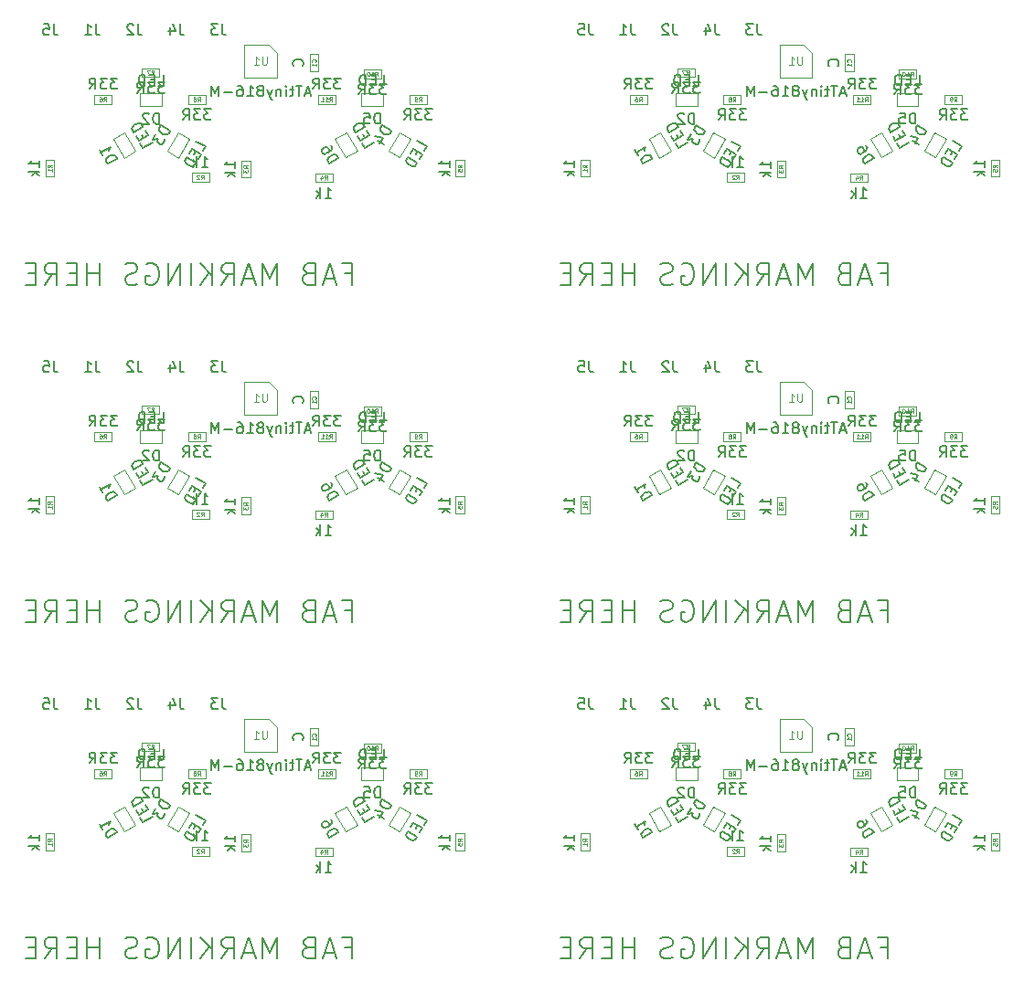
<source format=gbr>
%MOIN*%
%OFA0B0*%
%FSLAX46Y46*%
%IPPOS*%
%LPD*%
%ADD10C,0.005905511811023622*%
%ADD11C,0.0039370078740157488*%
%ADD12C,0.0043307086614173228*%
%ADD13C,0.0023622047244094488*%
%ADD24C,0.005905511811023622*%
%ADD25C,0.0039370078740157488*%
%ADD26C,0.0043307086614173228*%
%ADD27C,0.0023622047244094488*%
%ADD28C,0.005905511811023622*%
%ADD29C,0.0039370078740157488*%
%ADD30C,0.0043307086614173228*%
%ADD31C,0.0023622047244094488*%
%ADD32C,0.005905511811023622*%
%ADD33C,0.0039370078740157488*%
%ADD34C,0.0043307086614173228*%
%ADD35C,0.0023622047244094488*%
%ADD36C,0.005905511811023622*%
%ADD37C,0.0039370078740157488*%
%ADD38C,0.0043307086614173228*%
%ADD39C,0.0023622047244094488*%
%ADD40C,0.005905511811023622*%
%ADD41C,0.0039370078740157488*%
%ADD42C,0.0043307086614173228*%
%ADD43C,0.0023622047244094488*%
D10*
X0001241625Y0000067494D02*
X0001267872Y0000067494D01*
X0001267872Y0000026249D02*
X0001267872Y0000104989D01*
X0001230376Y0000104989D01*
X0001204130Y0000048746D02*
X0001166634Y0000048746D01*
X0001211629Y0000026249D02*
X0001185382Y0000104989D01*
X0001159135Y0000026249D01*
X0001106642Y0000067494D02*
X0001095393Y0000063744D01*
X0001091644Y0000059995D01*
X0001087894Y0000052496D01*
X0001087894Y0000041247D01*
X0001091644Y0000033748D01*
X0001095393Y0000029998D01*
X0001102892Y0000026249D01*
X0001132888Y0000026249D01*
X0001132888Y0000104989D01*
X0001106642Y0000104989D01*
X0001099143Y0000101239D01*
X0001095393Y0000097490D01*
X0001091644Y0000089991D01*
X0001091644Y0000082492D01*
X0001095393Y0000074993D01*
X0001099143Y0000071243D01*
X0001106642Y0000067494D01*
X0001132888Y0000067494D01*
X0000994156Y0000026249D02*
X0000994156Y0000104989D01*
X0000967909Y0000048746D01*
X0000941662Y0000104989D01*
X0000941662Y0000026249D01*
X0000907917Y0000048746D02*
X0000870421Y0000048746D01*
X0000915416Y0000026249D02*
X0000889169Y0000104989D01*
X0000862922Y0000026249D01*
X0000791681Y0000026249D02*
X0000817928Y0000063744D01*
X0000836675Y0000026249D02*
X0000836675Y0000104989D01*
X0000806679Y0000104989D01*
X0000799180Y0000101239D01*
X0000795431Y0000097490D01*
X0000791681Y0000089991D01*
X0000791681Y0000078742D01*
X0000795431Y0000071243D01*
X0000799180Y0000067494D01*
X0000806679Y0000063744D01*
X0000836675Y0000063744D01*
X0000757935Y0000026249D02*
X0000757935Y0000104989D01*
X0000712941Y0000026249D02*
X0000746687Y0000071243D01*
X0000712941Y0000104989D02*
X0000757935Y0000059995D01*
X0000679195Y0000026249D02*
X0000679195Y0000104989D01*
X0000641700Y0000026249D02*
X0000641700Y0000104989D01*
X0000596705Y0000026249D01*
X0000596705Y0000104989D01*
X0000517965Y0000101239D02*
X0000525464Y0000104989D01*
X0000536713Y0000104989D01*
X0000547962Y0000101239D01*
X0000555461Y0000093740D01*
X0000559210Y0000086241D01*
X0000562960Y0000071243D01*
X0000562960Y0000059995D01*
X0000559210Y0000044997D01*
X0000555461Y0000037497D01*
X0000547962Y0000029998D01*
X0000536713Y0000026249D01*
X0000529214Y0000026249D01*
X0000517965Y0000029998D01*
X0000514216Y0000033748D01*
X0000514216Y0000059995D01*
X0000529214Y0000059995D01*
X0000484220Y0000029998D02*
X0000472971Y0000026249D01*
X0000454223Y0000026249D01*
X0000446724Y0000029998D01*
X0000442975Y0000033748D01*
X0000439225Y0000041247D01*
X0000439225Y0000048746D01*
X0000442975Y0000056245D01*
X0000446724Y0000059995D01*
X0000454223Y0000063744D01*
X0000469221Y0000067494D01*
X0000476720Y0000071243D01*
X0000480470Y0000074993D01*
X0000484220Y0000082492D01*
X0000484220Y0000089991D01*
X0000480470Y0000097490D01*
X0000476720Y0000101239D01*
X0000469221Y0000104989D01*
X0000450474Y0000104989D01*
X0000439225Y0000101239D01*
X0000345487Y0000026249D02*
X0000345487Y0000104989D01*
X0000345487Y0000067494D02*
X0000300492Y0000067494D01*
X0000300492Y0000026249D02*
X0000300492Y0000104989D01*
X0000262997Y0000067494D02*
X0000236750Y0000067494D01*
X0000225502Y0000026249D02*
X0000262997Y0000026249D01*
X0000262997Y0000104989D01*
X0000225502Y0000104989D01*
X0000146762Y0000026249D02*
X0000173008Y0000063744D01*
X0000191756Y0000026249D02*
X0000191756Y0000104989D01*
X0000161760Y0000104989D01*
X0000154261Y0000101239D01*
X0000150511Y0000097490D01*
X0000146762Y0000089991D01*
X0000146762Y0000078742D01*
X0000150511Y0000071243D01*
X0000154261Y0000067494D01*
X0000161760Y0000063744D01*
X0000191756Y0000063744D01*
X0000113016Y0000067494D02*
X0000086769Y0000067494D01*
X0000075521Y0000026249D02*
X0000113016Y0000026249D01*
X0000113016Y0000104989D01*
X0000075521Y0000104989D01*
D11*
X0000992862Y0000871318D02*
X0000963335Y0000900846D01*
X0000992862Y0000782736D02*
X0000992862Y0000871318D01*
X0000874752Y0000782736D02*
X0000992862Y0000782736D01*
X0000874752Y0000900846D02*
X0000874752Y0000782736D01*
X0000963335Y0000900846D02*
X0000874752Y0000900846D01*
X0001644831Y0000483129D02*
X0001644831Y0000420137D01*
X0001676327Y0000483129D02*
X0001644831Y0000483129D01*
X0001676327Y0000420137D02*
X0001676327Y0000483129D01*
X0001644831Y0000420137D02*
X0001676327Y0000420137D01*
X0001132626Y0000400846D02*
X0001195618Y0000400846D01*
X0001132626Y0000432342D02*
X0001132626Y0000400846D01*
X0001195618Y0000432342D02*
X0001132626Y0000432342D01*
X0001195618Y0000400846D02*
X0001195618Y0000432342D01*
X0000864122Y0000479980D02*
X0000864122Y0000416987D01*
X0000895618Y0000479980D02*
X0000864122Y0000479980D01*
X0000895618Y0000416987D02*
X0000895618Y0000479980D01*
X0000864122Y0000416987D02*
X0000895618Y0000416987D01*
X0001206248Y0000717381D02*
X0001143256Y0000717381D01*
X0001206248Y0000685885D02*
X0001206248Y0000717381D01*
X0001143256Y0000685885D02*
X0001206248Y0000685885D01*
X0001143256Y0000717381D02*
X0001143256Y0000685885D01*
X0001309791Y0000778799D02*
X0001372783Y0000778799D01*
X0001309791Y0000810295D02*
X0001309791Y0000778799D01*
X0001372783Y0000810295D02*
X0001309791Y0000810295D01*
X0001372783Y0000778799D02*
X0001372783Y0000810295D01*
X0001476327Y0000685885D02*
X0001539319Y0000685885D01*
X0001476327Y0000717381D02*
X0001476327Y0000685885D01*
X0001539319Y0000717381D02*
X0001476327Y0000717381D01*
X0001539319Y0000685885D02*
X0001539319Y0000717381D01*
X0000669634Y0000685885D02*
X0000732626Y0000685885D01*
X0000669634Y0000717381D02*
X0000669634Y0000685885D01*
X0000732626Y0000717381D02*
X0000669634Y0000717381D01*
X0000732626Y0000685885D02*
X0000732626Y0000717381D01*
X0000501524Y0000783917D02*
X0000564516Y0000783917D01*
X0000501524Y0000815413D02*
X0000501524Y0000783917D01*
X0000564516Y0000815413D02*
X0000501524Y0000815413D01*
X0000564516Y0000783917D02*
X0000564516Y0000815413D01*
X0000390500Y0000717381D02*
X0000327508Y0000717381D01*
X0000390500Y0000685885D02*
X0000390500Y0000717381D01*
X0000327508Y0000685885D02*
X0000390500Y0000685885D01*
X0000327508Y0000717381D02*
X0000327508Y0000685885D01*
X0000745618Y0000433523D02*
X0000682626Y0000433523D01*
X0000745618Y0000402027D02*
X0000745618Y0000433523D01*
X0000682626Y0000402027D02*
X0000745618Y0000402027D01*
X0000682626Y0000433523D02*
X0000682626Y0000402027D01*
X0000149555Y0000483129D02*
X0000149555Y0000420137D01*
X0000181051Y0000483129D02*
X0000149555Y0000483129D01*
X0000181051Y0000420137D02*
X0000181051Y0000483129D01*
X0000149555Y0000420137D02*
X0000181051Y0000420137D01*
X0001245997Y0000582185D02*
X0001205082Y0000558563D01*
X0001285367Y0000513994D02*
X0001245997Y0000582185D01*
X0001244452Y0000490372D02*
X0001285367Y0000513994D01*
X0001205082Y0000558563D02*
X0001244452Y0000490372D01*
X0001301524Y0000724862D02*
X0001301524Y0000677617D01*
X0001380264Y0000724862D02*
X0001301524Y0000724862D01*
X0001380264Y0000677617D02*
X0001380264Y0000724862D01*
X0001301524Y0000677617D02*
X0001380264Y0000677617D01*
X0001481036Y0000558563D02*
X0001440121Y0000582185D01*
X0001441666Y0000490372D02*
X0001481036Y0000558563D01*
X0001400751Y0000513994D02*
X0001441666Y0000490372D01*
X0001440121Y0000582185D02*
X0001400751Y0000513994D01*
X0000674343Y0000558170D02*
X0000633429Y0000581792D01*
X0000634973Y0000489979D02*
X0000674343Y0000558170D01*
X0000594058Y0000513601D02*
X0000634973Y0000489979D01*
X0000633429Y0000581792D02*
X0000594058Y0000513601D01*
X0000495224Y0000724468D02*
X0000495224Y0000677224D01*
X0000573965Y0000724468D02*
X0000495224Y0000724468D01*
X0000573965Y0000677224D02*
X0000573965Y0000724468D01*
X0000495224Y0000677224D02*
X0000573965Y0000677224D01*
X0000438123Y0000581792D02*
X0000397208Y0000558170D01*
X0000477493Y0000513601D02*
X0000438123Y0000581792D01*
X0000436578Y0000489979D02*
X0000477493Y0000513601D01*
X0000397208Y0000558170D02*
X0000436578Y0000489979D01*
X0001112941Y0000868169D02*
X0001112941Y0000805176D01*
X0001144437Y0000868169D02*
X0001112941Y0000868169D01*
X0001144437Y0000805176D02*
X0001144437Y0000868169D01*
X0001112941Y0000805176D02*
X0001144437Y0000805176D01*
D10*
X0001114722Y0000724993D02*
X0001095974Y0000724993D01*
X0001118471Y0000713744D02*
X0001105348Y0000753114D01*
X0001092225Y0000713744D01*
X0001084726Y0000753114D02*
X0001062228Y0000753114D01*
X0001073477Y0000713744D02*
X0001073477Y0000753114D01*
X0001054729Y0000739991D02*
X0001039731Y0000739991D01*
X0001049105Y0000753114D02*
X0001049105Y0000719368D01*
X0001047230Y0000715619D01*
X0001043481Y0000713744D01*
X0001039731Y0000713744D01*
X0001026608Y0000713744D02*
X0001026608Y0000739991D01*
X0001026608Y0000753114D02*
X0001028483Y0000751239D01*
X0001026608Y0000749365D01*
X0001024733Y0000751239D01*
X0001026608Y0000753114D01*
X0001026608Y0000749365D01*
X0001007860Y0000739991D02*
X0001007860Y0000713744D01*
X0001007860Y0000736241D02*
X0001005986Y0000738116D01*
X0001002236Y0000739991D01*
X0000996612Y0000739991D01*
X0000992862Y0000738116D01*
X0000990987Y0000734367D01*
X0000990987Y0000713744D01*
X0000975989Y0000739991D02*
X0000966615Y0000713744D01*
X0000957242Y0000739991D02*
X0000966615Y0000713744D01*
X0000970365Y0000704370D01*
X0000972240Y0000702496D01*
X0000975989Y0000700621D01*
X0000936619Y0000736241D02*
X0000940369Y0000738116D01*
X0000942243Y0000739991D01*
X0000944118Y0000743740D01*
X0000944118Y0000745615D01*
X0000942243Y0000749365D01*
X0000940369Y0000751239D01*
X0000936619Y0000753114D01*
X0000929120Y0000753114D01*
X0000925371Y0000751239D01*
X0000923496Y0000749365D01*
X0000921621Y0000745615D01*
X0000921621Y0000743740D01*
X0000923496Y0000739991D01*
X0000925371Y0000738116D01*
X0000929120Y0000736241D01*
X0000936619Y0000736241D01*
X0000940369Y0000734367D01*
X0000942243Y0000732492D01*
X0000944118Y0000728742D01*
X0000944118Y0000721243D01*
X0000942243Y0000717494D01*
X0000940369Y0000715619D01*
X0000936619Y0000713744D01*
X0000929120Y0000713744D01*
X0000925371Y0000715619D01*
X0000923496Y0000717494D01*
X0000921621Y0000721243D01*
X0000921621Y0000728742D01*
X0000923496Y0000732492D01*
X0000925371Y0000734367D01*
X0000929120Y0000736241D01*
X0000884126Y0000713744D02*
X0000906623Y0000713744D01*
X0000895374Y0000713744D02*
X0000895374Y0000753114D01*
X0000899124Y0000747490D01*
X0000902873Y0000743740D01*
X0000906623Y0000741866D01*
X0000850380Y0000753114D02*
X0000857879Y0000753114D01*
X0000861629Y0000751239D01*
X0000863503Y0000749365D01*
X0000867253Y0000743740D01*
X0000869128Y0000736241D01*
X0000869128Y0000721243D01*
X0000867253Y0000717494D01*
X0000865378Y0000715619D01*
X0000861629Y0000713744D01*
X0000854130Y0000713744D01*
X0000850380Y0000715619D01*
X0000848505Y0000717494D01*
X0000846630Y0000721243D01*
X0000846630Y0000730617D01*
X0000848505Y0000734367D01*
X0000850380Y0000736241D01*
X0000854130Y0000738116D01*
X0000861629Y0000738116D01*
X0000865378Y0000736241D01*
X0000867253Y0000734367D01*
X0000869128Y0000730617D01*
X0000829758Y0000728742D02*
X0000799761Y0000728742D01*
X0000781014Y0000713744D02*
X0000781014Y0000753114D01*
X0000767890Y0000724993D01*
X0000754767Y0000753114D01*
X0000754767Y0000713744D01*
D12*
X0000956304Y0000857961D02*
X0000956304Y0000834057D01*
X0000954898Y0000831245D01*
X0000953492Y0000829839D01*
X0000950680Y0000828433D01*
X0000945056Y0000828433D01*
X0000942243Y0000829839D01*
X0000940837Y0000831245D01*
X0000939431Y0000834057D01*
X0000939431Y0000857961D01*
X0000909904Y0000828433D02*
X0000926777Y0000828433D01*
X0000918340Y0000828433D02*
X0000918340Y0000857961D01*
X0000921152Y0000853742D01*
X0000923965Y0000850930D01*
X0000926777Y0000849524D01*
D10*
X0000179608Y0000976736D02*
X0000179608Y0000948615D01*
X0000181482Y0000942991D01*
X0000185232Y0000939241D01*
X0000190856Y0000937366D01*
X0000194606Y0000937366D01*
X0000142112Y0000976736D02*
X0000160860Y0000976736D01*
X0000162735Y0000957989D01*
X0000160860Y0000959863D01*
X0000157110Y0000961738D01*
X0000147737Y0000961738D01*
X0000143987Y0000959863D01*
X0000142112Y0000957989D01*
X0000140237Y0000954239D01*
X0000140237Y0000944865D01*
X0000142112Y0000941116D01*
X0000143987Y0000939241D01*
X0000147737Y0000937366D01*
X0000157110Y0000937366D01*
X0000160860Y0000939241D01*
X0000162735Y0000941116D01*
X0000639647Y0000976736D02*
X0000639647Y0000948615D01*
X0000641522Y0000942991D01*
X0000645271Y0000939241D01*
X0000650896Y0000937366D01*
X0000654645Y0000937366D01*
X0000604026Y0000963613D02*
X0000604026Y0000937366D01*
X0000613400Y0000978611D02*
X0000622774Y0000950490D01*
X0000598402Y0000950490D01*
X0000792993Y0000976736D02*
X0000792993Y0000948615D01*
X0000794868Y0000942991D01*
X0000798618Y0000939241D01*
X0000804242Y0000937366D01*
X0000807992Y0000937366D01*
X0000777995Y0000976736D02*
X0000753623Y0000976736D01*
X0000766747Y0000961738D01*
X0000761122Y0000961738D01*
X0000757373Y0000959863D01*
X0000755498Y0000957989D01*
X0000753623Y0000954239D01*
X0000753623Y0000944865D01*
X0000755498Y0000941116D01*
X0000757373Y0000939241D01*
X0000761122Y0000937366D01*
X0000772371Y0000937366D01*
X0000776120Y0000939241D01*
X0000777995Y0000941116D01*
X0001622090Y0000456320D02*
X0001622090Y0000478817D01*
X0001622090Y0000467569D02*
X0001582720Y0000467569D01*
X0001588344Y0000471318D01*
X0001592094Y0000475068D01*
X0001593968Y0000478817D01*
X0001622090Y0000439447D02*
X0001582720Y0000439447D01*
X0001607092Y0000435698D02*
X0001622090Y0000424449D01*
X0001595843Y0000424449D02*
X0001610841Y0000439447D01*
D13*
X0001667703Y0000454258D02*
X0001660204Y0000459507D01*
X0001667703Y0000463257D02*
X0001651955Y0000463257D01*
X0001651955Y0000457257D01*
X0001652705Y0000455758D01*
X0001653455Y0000455008D01*
X0001654954Y0000454258D01*
X0001657204Y0000454258D01*
X0001658704Y0000455008D01*
X0001659454Y0000455758D01*
X0001660204Y0000457257D01*
X0001660204Y0000463257D01*
X0001651955Y0000440010D02*
X0001651955Y0000447509D01*
X0001659454Y0000448259D01*
X0001658704Y0000447509D01*
X0001657954Y0000446009D01*
X0001657954Y0000442259D01*
X0001658704Y0000440760D01*
X0001659454Y0000440010D01*
X0001660954Y0000439260D01*
X0001664703Y0000439260D01*
X0001666203Y0000440010D01*
X0001666953Y0000440760D01*
X0001667703Y0000442259D01*
X0001667703Y0000446009D01*
X0001666953Y0000447509D01*
X0001666203Y0000448259D01*
D10*
X0001168809Y0000342484D02*
X0001191306Y0000342484D01*
X0001180057Y0000342484D02*
X0001180057Y0000381854D01*
X0001183807Y0000376230D01*
X0001187557Y0000372481D01*
X0001191306Y0000370606D01*
X0001151936Y0000342484D02*
X0001151936Y0000381854D01*
X0001148187Y0000357482D02*
X0001136938Y0000342484D01*
X0001136938Y0000368731D02*
X0001151936Y0000353733D01*
D13*
X0001166747Y0000409470D02*
X0001171996Y0000416969D01*
X0001175746Y0000409470D02*
X0001175746Y0000425218D01*
X0001169746Y0000425218D01*
X0001168246Y0000424468D01*
X0001167497Y0000423718D01*
X0001166747Y0000422218D01*
X0001166747Y0000419968D01*
X0001167497Y0000418469D01*
X0001168246Y0000417719D01*
X0001169746Y0000416969D01*
X0001175746Y0000416969D01*
X0001153248Y0000419968D02*
X0001153248Y0000409470D01*
X0001156998Y0000425968D02*
X0001160747Y0000414719D01*
X0001150999Y0000414719D01*
D10*
X0000841381Y0000453170D02*
X0000841381Y0000475668D01*
X0000841381Y0000464419D02*
X0000802011Y0000464419D01*
X0000807635Y0000468169D01*
X0000811385Y0000471918D01*
X0000813260Y0000475668D01*
X0000841381Y0000436298D02*
X0000802011Y0000436298D01*
X0000826383Y0000432548D02*
X0000841381Y0000421299D01*
X0000815134Y0000421299D02*
X0000830132Y0000436298D01*
D13*
X0000886994Y0000451108D02*
X0000879495Y0000456358D01*
X0000886994Y0000460107D02*
X0000871246Y0000460107D01*
X0000871246Y0000454108D01*
X0000871996Y0000452608D01*
X0000872746Y0000451858D01*
X0000874246Y0000451108D01*
X0000876495Y0000451108D01*
X0000877995Y0000451858D01*
X0000878745Y0000452608D01*
X0000879495Y0000454108D01*
X0000879495Y0000460107D01*
X0000871246Y0000445859D02*
X0000871246Y0000436110D01*
X0000877245Y0000441359D01*
X0000877245Y0000439110D01*
X0000877995Y0000437610D01*
X0000878745Y0000436860D01*
X0000880245Y0000436110D01*
X0000883995Y0000436110D01*
X0000885494Y0000436860D01*
X0000886244Y0000437610D01*
X0000886994Y0000439110D01*
X0000886994Y0000443609D01*
X0000886244Y0000445109D01*
X0000885494Y0000445859D01*
D10*
X0001226308Y0000779492D02*
X0001201936Y0000779492D01*
X0001215059Y0000764494D01*
X0001209435Y0000764494D01*
X0001205686Y0000762619D01*
X0001203811Y0000760745D01*
X0001201936Y0000756995D01*
X0001201936Y0000747621D01*
X0001203811Y0000743872D01*
X0001205686Y0000741997D01*
X0001209435Y0000740122D01*
X0001220684Y0000740122D01*
X0001224433Y0000741997D01*
X0001226308Y0000743872D01*
X0001188813Y0000779492D02*
X0001164441Y0000779492D01*
X0001177564Y0000764494D01*
X0001171940Y0000764494D01*
X0001168190Y0000762619D01*
X0001166315Y0000760745D01*
X0001164441Y0000756995D01*
X0001164441Y0000747621D01*
X0001166315Y0000743872D01*
X0001168190Y0000741997D01*
X0001171940Y0000740122D01*
X0001183188Y0000740122D01*
X0001186938Y0000741997D01*
X0001188813Y0000743872D01*
X0001125071Y0000740122D02*
X0001138194Y0000758870D01*
X0001147568Y0000740122D02*
X0001147568Y0000779492D01*
X0001132570Y0000779492D01*
X0001128820Y0000777617D01*
X0001126945Y0000775743D01*
X0001125071Y0000771993D01*
X0001125071Y0000766369D01*
X0001126945Y0000762619D01*
X0001128820Y0000760745D01*
X0001132570Y0000758870D01*
X0001147568Y0000758870D01*
D13*
X0001184876Y0000694509D02*
X0001190125Y0000702008D01*
X0001193875Y0000694509D02*
X0001193875Y0000710257D01*
X0001187875Y0000710257D01*
X0001186375Y0000709507D01*
X0001185626Y0000708757D01*
X0001184876Y0000707257D01*
X0001184876Y0000705008D01*
X0001185626Y0000703508D01*
X0001186375Y0000702758D01*
X0001187875Y0000702008D01*
X0001193875Y0000702008D01*
X0001169878Y0000694509D02*
X0001178876Y0000694509D01*
X0001174377Y0000694509D02*
X0001174377Y0000710257D01*
X0001175877Y0000708007D01*
X0001177377Y0000706508D01*
X0001178876Y0000705758D01*
X0001154879Y0000694509D02*
X0001163878Y0000694509D01*
X0001159379Y0000694509D02*
X0001159379Y0000710257D01*
X0001160879Y0000708007D01*
X0001162378Y0000706508D01*
X0001163878Y0000705758D01*
D10*
X0001392843Y0000759807D02*
X0001368471Y0000759807D01*
X0001381595Y0000744809D01*
X0001375971Y0000744809D01*
X0001372221Y0000742934D01*
X0001370346Y0000741060D01*
X0001368471Y0000737310D01*
X0001368471Y0000727936D01*
X0001370346Y0000724187D01*
X0001372221Y0000722312D01*
X0001375971Y0000720437D01*
X0001387219Y0000720437D01*
X0001390969Y0000722312D01*
X0001392843Y0000724187D01*
X0001355348Y0000759807D02*
X0001330976Y0000759807D01*
X0001344100Y0000744809D01*
X0001338475Y0000744809D01*
X0001334726Y0000742934D01*
X0001332851Y0000741060D01*
X0001330976Y0000737310D01*
X0001330976Y0000727936D01*
X0001332851Y0000724187D01*
X0001334726Y0000722312D01*
X0001338475Y0000720437D01*
X0001349724Y0000720437D01*
X0001353473Y0000722312D01*
X0001355348Y0000724187D01*
X0001291606Y0000720437D02*
X0001304729Y0000739185D01*
X0001314103Y0000720437D02*
X0001314103Y0000759807D01*
X0001299105Y0000759807D01*
X0001295356Y0000757932D01*
X0001293481Y0000756058D01*
X0001291606Y0000752308D01*
X0001291606Y0000746684D01*
X0001293481Y0000742934D01*
X0001295356Y0000741060D01*
X0001299105Y0000739185D01*
X0001314103Y0000739185D01*
D13*
X0001351411Y0000787422D02*
X0001356660Y0000794922D01*
X0001360410Y0000787422D02*
X0001360410Y0000803170D01*
X0001354411Y0000803170D01*
X0001352911Y0000802421D01*
X0001352161Y0000801671D01*
X0001351411Y0000800171D01*
X0001351411Y0000797921D01*
X0001352161Y0000796421D01*
X0001352911Y0000795671D01*
X0001354411Y0000794922D01*
X0001360410Y0000794922D01*
X0001336413Y0000787422D02*
X0001345412Y0000787422D01*
X0001340912Y0000787422D02*
X0001340912Y0000803170D01*
X0001342412Y0000800921D01*
X0001343912Y0000799421D01*
X0001345412Y0000798671D01*
X0001326664Y0000803170D02*
X0001325164Y0000803170D01*
X0001323665Y0000802421D01*
X0001322915Y0000801671D01*
X0001322165Y0000800171D01*
X0001321415Y0000797171D01*
X0001321415Y0000793422D01*
X0001322165Y0000790422D01*
X0001322915Y0000788922D01*
X0001323665Y0000788172D01*
X0001325164Y0000787422D01*
X0001326664Y0000787422D01*
X0001328164Y0000788172D01*
X0001328914Y0000788922D01*
X0001329664Y0000790422D01*
X0001330414Y0000793422D01*
X0001330414Y0000797171D01*
X0001329664Y0000800171D01*
X0001328914Y0000801671D01*
X0001328164Y0000802421D01*
X0001326664Y0000803170D01*
D10*
X0001559379Y0000666894D02*
X0001535007Y0000666894D01*
X0001548130Y0000651896D01*
X0001542506Y0000651896D01*
X0001538756Y0000650021D01*
X0001536882Y0000648146D01*
X0001535007Y0000644397D01*
X0001535007Y0000635023D01*
X0001536882Y0000631273D01*
X0001538756Y0000629398D01*
X0001542506Y0000627524D01*
X0001553755Y0000627524D01*
X0001557504Y0000629398D01*
X0001559379Y0000631273D01*
X0001521884Y0000666894D02*
X0001497512Y0000666894D01*
X0001510635Y0000651896D01*
X0001505011Y0000651896D01*
X0001501261Y0000650021D01*
X0001499386Y0000648146D01*
X0001497512Y0000644397D01*
X0001497512Y0000635023D01*
X0001499386Y0000631273D01*
X0001501261Y0000629398D01*
X0001505011Y0000627524D01*
X0001516259Y0000627524D01*
X0001520009Y0000629398D01*
X0001521884Y0000631273D01*
X0001458142Y0000627524D02*
X0001471265Y0000646271D01*
X0001480639Y0000627524D02*
X0001480639Y0000666894D01*
X0001465641Y0000666894D01*
X0001461891Y0000665019D01*
X0001460016Y0000663144D01*
X0001458142Y0000659395D01*
X0001458142Y0000653770D01*
X0001460016Y0000650021D01*
X0001461891Y0000648146D01*
X0001465641Y0000646271D01*
X0001480639Y0000646271D01*
D13*
X0001510447Y0000694509D02*
X0001515697Y0000702008D01*
X0001519446Y0000694509D02*
X0001519446Y0000710257D01*
X0001513447Y0000710257D01*
X0001511947Y0000709507D01*
X0001511197Y0000708757D01*
X0001510447Y0000707257D01*
X0001510447Y0000705008D01*
X0001511197Y0000703508D01*
X0001511947Y0000702758D01*
X0001513447Y0000702008D01*
X0001519446Y0000702008D01*
X0001502948Y0000694509D02*
X0001499949Y0000694509D01*
X0001498449Y0000695259D01*
X0001497699Y0000696009D01*
X0001496199Y0000698259D01*
X0001495449Y0000701258D01*
X0001495449Y0000707257D01*
X0001496199Y0000708757D01*
X0001496949Y0000709507D01*
X0001498449Y0000710257D01*
X0001501449Y0000710257D01*
X0001502948Y0000709507D01*
X0001503698Y0000708757D01*
X0001504448Y0000707257D01*
X0001504448Y0000703508D01*
X0001503698Y0000702008D01*
X0001502948Y0000701258D01*
X0001501449Y0000700508D01*
X0001498449Y0000700508D01*
X0001496949Y0000701258D01*
X0001496199Y0000702008D01*
X0001495449Y0000703508D01*
D10*
X0000752686Y0000666894D02*
X0000728314Y0000666894D01*
X0000741437Y0000651896D01*
X0000735813Y0000651896D01*
X0000732064Y0000650021D01*
X0000730189Y0000648146D01*
X0000728314Y0000644397D01*
X0000728314Y0000635023D01*
X0000730189Y0000631273D01*
X0000732064Y0000629398D01*
X0000735813Y0000627524D01*
X0000747062Y0000627524D01*
X0000750811Y0000629398D01*
X0000752686Y0000631273D01*
X0000715191Y0000666894D02*
X0000690819Y0000666894D01*
X0000703942Y0000651896D01*
X0000698318Y0000651896D01*
X0000694568Y0000650021D01*
X0000692693Y0000648146D01*
X0000690819Y0000644397D01*
X0000690819Y0000635023D01*
X0000692693Y0000631273D01*
X0000694568Y0000629398D01*
X0000698318Y0000627524D01*
X0000709566Y0000627524D01*
X0000713316Y0000629398D01*
X0000715191Y0000631273D01*
X0000651449Y0000627524D02*
X0000664572Y0000646271D01*
X0000673946Y0000627524D02*
X0000673946Y0000666894D01*
X0000658948Y0000666894D01*
X0000655198Y0000665019D01*
X0000653323Y0000663144D01*
X0000651449Y0000659395D01*
X0000651449Y0000653770D01*
X0000653323Y0000650021D01*
X0000655198Y0000648146D01*
X0000658948Y0000646271D01*
X0000673946Y0000646271D01*
D13*
X0000703755Y0000694509D02*
X0000709004Y0000702008D01*
X0000712753Y0000694509D02*
X0000712753Y0000710257D01*
X0000706754Y0000710257D01*
X0000705254Y0000709507D01*
X0000704504Y0000708757D01*
X0000703755Y0000707257D01*
X0000703755Y0000705008D01*
X0000704504Y0000703508D01*
X0000705254Y0000702758D01*
X0000706754Y0000702008D01*
X0000712753Y0000702008D01*
X0000694756Y0000703508D02*
X0000696255Y0000704258D01*
X0000697005Y0000705008D01*
X0000697755Y0000706508D01*
X0000697755Y0000707257D01*
X0000697005Y0000708757D01*
X0000696255Y0000709507D01*
X0000694756Y0000710257D01*
X0000691756Y0000710257D01*
X0000690256Y0000709507D01*
X0000689506Y0000708757D01*
X0000688756Y0000707257D01*
X0000688756Y0000706508D01*
X0000689506Y0000705008D01*
X0000690256Y0000704258D01*
X0000691756Y0000703508D01*
X0000694756Y0000703508D01*
X0000696255Y0000702758D01*
X0000697005Y0000702008D01*
X0000697755Y0000700508D01*
X0000697755Y0000697509D01*
X0000697005Y0000696009D01*
X0000696255Y0000695259D01*
X0000694756Y0000694509D01*
X0000691756Y0000694509D01*
X0000690256Y0000695259D01*
X0000689506Y0000696009D01*
X0000688756Y0000697509D01*
X0000688756Y0000700508D01*
X0000689506Y0000702008D01*
X0000690256Y0000702758D01*
X0000691756Y0000703508D01*
D10*
X0000584576Y0000764925D02*
X0000560204Y0000764925D01*
X0000573327Y0000749927D01*
X0000567703Y0000749927D01*
X0000563953Y0000748052D01*
X0000562079Y0000746178D01*
X0000560204Y0000742428D01*
X0000560204Y0000733054D01*
X0000562079Y0000729305D01*
X0000563953Y0000727430D01*
X0000567703Y0000725555D01*
X0000578951Y0000725555D01*
X0000582701Y0000727430D01*
X0000584576Y0000729305D01*
X0000547080Y0000764925D02*
X0000522708Y0000764925D01*
X0000535832Y0000749927D01*
X0000530207Y0000749927D01*
X0000526458Y0000748052D01*
X0000524583Y0000746178D01*
X0000522708Y0000742428D01*
X0000522708Y0000733054D01*
X0000524583Y0000729305D01*
X0000526458Y0000727430D01*
X0000530207Y0000725555D01*
X0000541456Y0000725555D01*
X0000545206Y0000727430D01*
X0000547080Y0000729305D01*
X0000483338Y0000725555D02*
X0000496462Y0000744303D01*
X0000505836Y0000725555D02*
X0000505836Y0000764925D01*
X0000490837Y0000764925D01*
X0000487088Y0000763050D01*
X0000485213Y0000761176D01*
X0000483338Y0000757426D01*
X0000483338Y0000751802D01*
X0000485213Y0000748052D01*
X0000487088Y0000746178D01*
X0000490837Y0000744303D01*
X0000505836Y0000744303D01*
D13*
X0000535644Y0000792541D02*
X0000540894Y0000800040D01*
X0000544643Y0000792541D02*
X0000544643Y0000808289D01*
X0000538644Y0000808289D01*
X0000537144Y0000807539D01*
X0000536394Y0000806789D01*
X0000535644Y0000805289D01*
X0000535644Y0000803039D01*
X0000536394Y0000801539D01*
X0000537144Y0000800790D01*
X0000538644Y0000800040D01*
X0000544643Y0000800040D01*
X0000530395Y0000808289D02*
X0000519896Y0000808289D01*
X0000526645Y0000792541D01*
D10*
X0000410560Y0000779492D02*
X0000386188Y0000779492D01*
X0000399311Y0000764494D01*
X0000393687Y0000764494D01*
X0000389938Y0000762619D01*
X0000388063Y0000760745D01*
X0000386188Y0000756995D01*
X0000386188Y0000747621D01*
X0000388063Y0000743872D01*
X0000389938Y0000741997D01*
X0000393687Y0000740122D01*
X0000404936Y0000740122D01*
X0000408685Y0000741997D01*
X0000410560Y0000743872D01*
X0000373065Y0000779492D02*
X0000348693Y0000779492D01*
X0000361816Y0000764494D01*
X0000356192Y0000764494D01*
X0000352442Y0000762619D01*
X0000350567Y0000760745D01*
X0000348693Y0000756995D01*
X0000348693Y0000747621D01*
X0000350567Y0000743872D01*
X0000352442Y0000741997D01*
X0000356192Y0000740122D01*
X0000367440Y0000740122D01*
X0000371190Y0000741997D01*
X0000373065Y0000743872D01*
X0000309323Y0000740122D02*
X0000322446Y0000758870D01*
X0000331820Y0000740122D02*
X0000331820Y0000779492D01*
X0000316822Y0000779492D01*
X0000313072Y0000777617D01*
X0000311197Y0000775743D01*
X0000309323Y0000771993D01*
X0000309323Y0000766369D01*
X0000311197Y0000762619D01*
X0000313072Y0000760745D01*
X0000316822Y0000758870D01*
X0000331820Y0000758870D01*
D13*
X0000361629Y0000694509D02*
X0000366878Y0000702008D01*
X0000370627Y0000694509D02*
X0000370627Y0000710257D01*
X0000364628Y0000710257D01*
X0000363128Y0000709507D01*
X0000362378Y0000708757D01*
X0000361629Y0000707257D01*
X0000361629Y0000705008D01*
X0000362378Y0000703508D01*
X0000363128Y0000702758D01*
X0000364628Y0000702008D01*
X0000370627Y0000702008D01*
X0000348130Y0000710257D02*
X0000351130Y0000710257D01*
X0000352630Y0000709507D01*
X0000353380Y0000708757D01*
X0000354879Y0000706508D01*
X0000355629Y0000703508D01*
X0000355629Y0000697509D01*
X0000354879Y0000696009D01*
X0000354130Y0000695259D01*
X0000352630Y0000694509D01*
X0000349630Y0000694509D01*
X0000348130Y0000695259D01*
X0000347380Y0000696009D01*
X0000346630Y0000697509D01*
X0000346630Y0000701258D01*
X0000347380Y0000702758D01*
X0000348130Y0000703508D01*
X0000349630Y0000704258D01*
X0000352630Y0000704258D01*
X0000354130Y0000703508D01*
X0000354879Y0000702758D01*
X0000355629Y0000701258D01*
D10*
X0000718809Y0000456264D02*
X0000741306Y0000456264D01*
X0000730057Y0000456264D02*
X0000730057Y0000495634D01*
X0000733807Y0000490010D01*
X0000737557Y0000486260D01*
X0000741306Y0000484385D01*
X0000701936Y0000456264D02*
X0000701936Y0000495634D01*
X0000698187Y0000471262D02*
X0000686938Y0000456264D01*
X0000686938Y0000482511D02*
X0000701936Y0000467512D01*
D13*
X0000716747Y0000410651D02*
X0000721996Y0000418150D01*
X0000725746Y0000410651D02*
X0000725746Y0000426399D01*
X0000719746Y0000426399D01*
X0000718246Y0000425649D01*
X0000717497Y0000424899D01*
X0000716747Y0000423399D01*
X0000716747Y0000421150D01*
X0000717497Y0000419650D01*
X0000718246Y0000418900D01*
X0000719746Y0000418150D01*
X0000725746Y0000418150D01*
X0000710747Y0000424899D02*
X0000709998Y0000425649D01*
X0000708498Y0000426399D01*
X0000704748Y0000426399D01*
X0000703248Y0000425649D01*
X0000702498Y0000424899D01*
X0000701749Y0000423399D01*
X0000701749Y0000421899D01*
X0000702498Y0000419650D01*
X0000711497Y0000410651D01*
X0000701749Y0000410651D01*
D10*
X0000126814Y0000456320D02*
X0000126814Y0000478817D01*
X0000126814Y0000467569D02*
X0000087444Y0000467569D01*
X0000093068Y0000471318D01*
X0000096818Y0000475068D01*
X0000098693Y0000478817D01*
X0000126814Y0000439447D02*
X0000087444Y0000439447D01*
X0000111816Y0000435698D02*
X0000126814Y0000424449D01*
X0000100567Y0000424449D02*
X0000115566Y0000439447D01*
D13*
X0000172427Y0000454258D02*
X0000164928Y0000459507D01*
X0000172427Y0000463257D02*
X0000156679Y0000463257D01*
X0000156679Y0000457257D01*
X0000157429Y0000455758D01*
X0000158179Y0000455008D01*
X0000159679Y0000454258D01*
X0000161929Y0000454258D01*
X0000163428Y0000455008D01*
X0000164178Y0000455758D01*
X0000164928Y0000457257D01*
X0000164928Y0000463257D01*
X0000172427Y0000439260D02*
X0000172427Y0000448259D01*
X0000172427Y0000443759D02*
X0000156679Y0000443759D01*
X0000158929Y0000445259D01*
X0000160429Y0000446759D01*
X0000161179Y0000448259D01*
D10*
X0000486300Y0000976736D02*
X0000486300Y0000948615D01*
X0000488175Y0000942991D01*
X0000491925Y0000939241D01*
X0000497549Y0000937366D01*
X0000501299Y0000937366D01*
X0000469428Y0000972987D02*
X0000467553Y0000974862D01*
X0000463803Y0000976736D01*
X0000454429Y0000976736D01*
X0000450680Y0000974862D01*
X0000448805Y0000972987D01*
X0000446930Y0000969237D01*
X0000446930Y0000965488D01*
X0000448805Y0000959863D01*
X0000471302Y0000937366D01*
X0000446930Y0000937366D01*
X0000332954Y0000976736D02*
X0000332954Y0000948615D01*
X0000334829Y0000942991D01*
X0000338578Y0000939241D01*
X0000344203Y0000937366D01*
X0000347952Y0000937366D01*
X0000293584Y0000937366D02*
X0000316081Y0000937366D01*
X0000304833Y0000937366D02*
X0000304833Y0000976736D01*
X0000308582Y0000971112D01*
X0000312332Y0000967362D01*
X0000316081Y0000965488D01*
X0001303077Y0000540455D02*
X0001312450Y0000524219D01*
X0001346546Y0000543904D01*
X0001314375Y0000562132D02*
X0001307813Y0000573497D01*
X0001287141Y0000568056D02*
X0001296515Y0000551820D01*
X0001330610Y0000571505D01*
X0001321237Y0000587741D01*
X0001278705Y0000582669D02*
X0001312800Y0000602354D01*
X0001308113Y0000610472D01*
X0001303678Y0000614405D01*
X0001298556Y0000615777D01*
X0001294371Y0000615526D01*
X0001286939Y0000613400D01*
X0001282068Y0000610588D01*
X0001276511Y0000605215D01*
X0001274202Y0000601717D01*
X0001272829Y0000596595D01*
X0001274018Y0000590787D01*
X0001278705Y0000582669D01*
X0001183810Y0000467267D02*
X0001217906Y0000486952D01*
X0001213219Y0000495070D01*
X0001208783Y0000499003D01*
X0001203661Y0000500376D01*
X0001199476Y0000500125D01*
X0001192045Y0000497999D01*
X0001187174Y0000495187D01*
X0001181617Y0000489814D01*
X0001179307Y0000486315D01*
X0001177935Y0000481193D01*
X0001179123Y0000475385D01*
X0001183810Y0000467267D01*
X0001189784Y0000535660D02*
X0001193534Y0000529166D01*
X0001193785Y0000524981D01*
X0001193099Y0000522420D01*
X0001190103Y0000516361D01*
X0001184546Y0000510988D01*
X0001171557Y0000503488D01*
X0001167372Y0000503237D01*
X0001164811Y0000503924D01*
X0001161313Y0000506233D01*
X0001157563Y0000512728D01*
X0001157312Y0000516912D01*
X0001157998Y0000519473D01*
X0001160308Y0000522972D01*
X0001168426Y0000527659D01*
X0001172611Y0000527910D01*
X0001175172Y0000527223D01*
X0001178670Y0000524914D01*
X0001182420Y0000518419D01*
X0001182671Y0000514235D01*
X0001181985Y0000511674D01*
X0001179675Y0000508175D01*
X0001366203Y0000753429D02*
X0001384951Y0000753429D01*
X0001384951Y0000792799D01*
X0001353080Y0000774052D02*
X0001339956Y0000774052D01*
X0001334332Y0000753429D02*
X0001353080Y0000753429D01*
X0001353080Y0000792799D01*
X0001334332Y0000792799D01*
X0001317459Y0000753429D02*
X0001317459Y0000792799D01*
X0001308085Y0000792799D01*
X0001302461Y0000790925D01*
X0001298711Y0000787175D01*
X0001296837Y0000783425D01*
X0001294962Y0000775926D01*
X0001294962Y0000770302D01*
X0001296837Y0000762803D01*
X0001298711Y0000759054D01*
X0001302461Y0000755304D01*
X0001308085Y0000753429D01*
X0001317459Y0000753429D01*
X0001369953Y0000613547D02*
X0001369953Y0000652917D01*
X0001360579Y0000652917D01*
X0001354954Y0000651043D01*
X0001351205Y0000647293D01*
X0001349330Y0000643544D01*
X0001347455Y0000636044D01*
X0001347455Y0000630420D01*
X0001349330Y0000622921D01*
X0001351205Y0000619172D01*
X0001354954Y0000615422D01*
X0001360579Y0000613547D01*
X0001369953Y0000613547D01*
X0001311835Y0000652917D02*
X0001330582Y0000652917D01*
X0001332457Y0000634170D01*
X0001330582Y0000636044D01*
X0001326833Y0000637919D01*
X0001317459Y0000637919D01*
X0001313710Y0000636044D01*
X0001311835Y0000634170D01*
X0001309960Y0000630420D01*
X0001309960Y0000621046D01*
X0001311835Y0000617297D01*
X0001313710Y0000615422D01*
X0001317459Y0000613547D01*
X0001326833Y0000613547D01*
X0001330582Y0000615422D01*
X0001332457Y0000617297D01*
X0001529594Y0000514292D02*
X0001538968Y0000530528D01*
X0001504873Y0000550213D01*
X0001505173Y0000513238D02*
X0001498611Y0000501873D01*
X0001513659Y0000486691D02*
X0001523033Y0000502927D01*
X0001488937Y0000522612D01*
X0001479563Y0000506376D01*
X0001505222Y0000472079D02*
X0001471127Y0000491764D01*
X0001466440Y0000483646D01*
X0001465251Y0000477838D01*
X0001466624Y0000472716D01*
X0001468934Y0000469217D01*
X0001474491Y0000463844D01*
X0001479361Y0000461032D01*
X0001486793Y0000458906D01*
X0001490978Y0000458655D01*
X0001496100Y0000460027D01*
X0001500535Y0000463961D01*
X0001505222Y0000472079D01*
X0001410328Y0000587480D02*
X0001376232Y0000607165D01*
X0001371545Y0000599047D01*
X0001370357Y0000593239D01*
X0001371729Y0000588117D01*
X0001374039Y0000584619D01*
X0001379596Y0000579246D01*
X0001384467Y0000576434D01*
X0001391899Y0000574308D01*
X0001396083Y0000574057D01*
X0001401205Y0000575429D01*
X0001405641Y0000579362D01*
X0001410328Y0000587480D01*
X0001359476Y0000551896D02*
X0001382206Y0000538773D01*
X0001351174Y0000567513D02*
X0001380215Y0000561570D01*
X0001368029Y0000540463D01*
X0000722901Y0000513899D02*
X0000732275Y0000530135D01*
X0000698180Y0000549820D01*
X0000698480Y0000512845D02*
X0000691918Y0000501479D01*
X0000706966Y0000486297D02*
X0000716340Y0000502533D01*
X0000682244Y0000522218D01*
X0000672870Y0000505982D01*
X0000698529Y0000471685D02*
X0000664434Y0000491370D01*
X0000659747Y0000483252D01*
X0000658558Y0000477444D01*
X0000659931Y0000472322D01*
X0000662241Y0000468824D01*
X0000667798Y0000463451D01*
X0000672668Y0000460638D01*
X0000680100Y0000458512D01*
X0000684285Y0000458261D01*
X0000689407Y0000459634D01*
X0000693842Y0000463567D01*
X0000698529Y0000471685D01*
X0000603635Y0000587087D02*
X0000569539Y0000606772D01*
X0000564852Y0000598654D01*
X0000563664Y0000592846D01*
X0000565036Y0000587724D01*
X0000567346Y0000584225D01*
X0000572903Y0000578852D01*
X0000577774Y0000576040D01*
X0000585206Y0000573914D01*
X0000589390Y0000573663D01*
X0000594512Y0000575035D01*
X0000598948Y0000578969D01*
X0000603635Y0000587087D01*
X0000551729Y0000575923D02*
X0000539543Y0000554817D01*
X0000559094Y0000558683D01*
X0000556281Y0000553812D01*
X0000556030Y0000549627D01*
X0000556716Y0000547066D01*
X0000559026Y0000543568D01*
X0000567144Y0000538881D01*
X0000571329Y0000538630D01*
X0000573890Y0000539316D01*
X0000577388Y0000541626D01*
X0000583012Y0000551368D01*
X0000583264Y0000555552D01*
X0000582577Y0000558113D01*
X0000559904Y0000753036D02*
X0000578651Y0000753036D01*
X0000578651Y0000792406D01*
X0000546780Y0000773658D02*
X0000533657Y0000773658D01*
X0000528033Y0000753036D02*
X0000546780Y0000753036D01*
X0000546780Y0000792406D01*
X0000528033Y0000792406D01*
X0000511160Y0000753036D02*
X0000511160Y0000792406D01*
X0000501786Y0000792406D01*
X0000496162Y0000790531D01*
X0000492412Y0000786781D01*
X0000490537Y0000783032D01*
X0000488663Y0000775533D01*
X0000488663Y0000769908D01*
X0000490537Y0000762409D01*
X0000492412Y0000758660D01*
X0000496162Y0000754910D01*
X0000501786Y0000753036D01*
X0000511160Y0000753036D01*
X0000563653Y0000613154D02*
X0000563653Y0000652524D01*
X0000554280Y0000652524D01*
X0000548655Y0000650649D01*
X0000544906Y0000646899D01*
X0000543031Y0000643150D01*
X0000541156Y0000635651D01*
X0000541156Y0000630027D01*
X0000543031Y0000622527D01*
X0000544906Y0000618778D01*
X0000548655Y0000615028D01*
X0000554280Y0000613154D01*
X0000563653Y0000613154D01*
X0000526158Y0000648774D02*
X0000524283Y0000650649D01*
X0000520534Y0000652524D01*
X0000511160Y0000652524D01*
X0000507410Y0000650649D01*
X0000505536Y0000648774D01*
X0000503661Y0000645025D01*
X0000503661Y0000641275D01*
X0000505536Y0000635651D01*
X0000528033Y0000613154D01*
X0000503661Y0000613154D01*
X0000495203Y0000540061D02*
X0000504576Y0000523826D01*
X0000538672Y0000543511D01*
X0000506500Y0000561738D02*
X0000499939Y0000573103D01*
X0000479267Y0000567663D02*
X0000488641Y0000551427D01*
X0000522736Y0000571112D01*
X0000513363Y0000587348D01*
X0000470831Y0000582275D02*
X0000504926Y0000601960D01*
X0000500239Y0000610078D01*
X0000495804Y0000614011D01*
X0000490682Y0000615384D01*
X0000486497Y0000615133D01*
X0000479065Y0000613007D01*
X0000474194Y0000610195D01*
X0000468637Y0000604821D01*
X0000466328Y0000601323D01*
X0000464955Y0000596201D01*
X0000466144Y0000590393D01*
X0000470831Y0000582275D01*
X0000375936Y0000466873D02*
X0000410032Y0000486558D01*
X0000405345Y0000494676D01*
X0000400909Y0000498610D01*
X0000395787Y0000499982D01*
X0000391602Y0000499731D01*
X0000384171Y0000497605D01*
X0000379300Y0000494793D01*
X0000373743Y0000489420D01*
X0000371433Y0000485921D01*
X0000370061Y0000480799D01*
X0000371249Y0000474991D01*
X0000375936Y0000466873D01*
X0000345940Y0000518828D02*
X0000357188Y0000499345D01*
X0000351564Y0000509087D02*
X0000385660Y0000528772D01*
X0000382664Y0000522712D01*
X0000381291Y0000517591D01*
X0000381542Y0000513406D01*
X0001086450Y0000824487D02*
X0001088325Y0000826361D01*
X0001090200Y0000831986D01*
X0001090200Y0000835735D01*
X0001088325Y0000841359D01*
X0001084576Y0000845109D01*
X0001080826Y0000846984D01*
X0001073327Y0000848859D01*
X0001067703Y0000848859D01*
X0001060204Y0000846984D01*
X0001056454Y0000845109D01*
X0001052705Y0000841359D01*
X0001050830Y0000835735D01*
X0001050830Y0000831986D01*
X0001052705Y0000826361D01*
X0001054579Y0000824487D01*
D13*
X0001134313Y0000839297D02*
X0001135063Y0000840047D01*
X0001135813Y0000842297D01*
X0001135813Y0000843797D01*
X0001135063Y0000846046D01*
X0001133563Y0000847546D01*
X0001132064Y0000848296D01*
X0001129064Y0000849046D01*
X0001126814Y0000849046D01*
X0001123815Y0000848296D01*
X0001122315Y0000847546D01*
X0001120815Y0000846046D01*
X0001120065Y0000843797D01*
X0001120065Y0000842297D01*
X0001120815Y0000840047D01*
X0001121565Y0000839297D01*
X0001135813Y0000824299D02*
X0001135813Y0000833298D01*
X0001135813Y0000828799D02*
X0001120065Y0000828799D01*
X0001122315Y0000830298D01*
X0001123815Y0000831798D01*
X0001124564Y0000833298D01*
G04 next file*
G04 #@! TF.GenerationSoftware,KiCad,Pcbnew,(5.1.0)-1*
G04 #@! TF.CreationDate,2019-07-19T02:45:30-06:00*
G04 #@! TF.ProjectId,theremini,74686572-656d-4696-9e69-2e6b69636164,rev?*
G04 #@! TF.SameCoordinates,PX7b85180PY1758900*
G04 #@! TF.FileFunction,Other,Fab,Bot*
G04 Gerber Fmt 4.6, Leading zero omitted, Abs format (unit mm)*
G04 Created by KiCad (PCBNEW (5.1.0)-1) date 2019-07-19 02:45:30*
G04 APERTURE LIST*
G04 APERTURE END LIST*
D24*
X0003193230Y0000067494D02*
X0003219477Y0000067494D01*
X0003219477Y0000026249D02*
X0003219477Y0000104989D01*
X0003181982Y0000104989D01*
X0003155735Y0000048746D02*
X0003118240Y0000048746D01*
X0003163234Y0000026249D02*
X0003136987Y0000104989D01*
X0003110741Y0000026249D01*
X0003058247Y0000067494D02*
X0003046999Y0000063744D01*
X0003043249Y0000059995D01*
X0003039500Y0000052496D01*
X0003039500Y0000041247D01*
X0003043249Y0000033748D01*
X0003046999Y0000029998D01*
X0003054498Y0000026249D01*
X0003084494Y0000026249D01*
X0003084494Y0000104989D01*
X0003058247Y0000104989D01*
X0003050748Y0000101239D01*
X0003046999Y0000097490D01*
X0003043249Y0000089991D01*
X0003043249Y0000082492D01*
X0003046999Y0000074993D01*
X0003050748Y0000071243D01*
X0003058247Y0000067494D01*
X0003084494Y0000067494D01*
X0002945761Y0000026249D02*
X0002945761Y0000104989D01*
X0002919515Y0000048746D01*
X0002893268Y0000104989D01*
X0002893268Y0000026249D01*
X0002859522Y0000048746D02*
X0002822027Y0000048746D01*
X0002867021Y0000026249D02*
X0002840774Y0000104989D01*
X0002814528Y0000026249D01*
X0002743287Y0000026249D02*
X0002769533Y0000063744D01*
X0002788281Y0000026249D02*
X0002788281Y0000104989D01*
X0002758285Y0000104989D01*
X0002750786Y0000101239D01*
X0002747036Y0000097490D01*
X0002743287Y0000089991D01*
X0002743287Y0000078742D01*
X0002747036Y0000071243D01*
X0002750786Y0000067494D01*
X0002758285Y0000063744D01*
X0002788281Y0000063744D01*
X0002709541Y0000026249D02*
X0002709541Y0000104989D01*
X0002664546Y0000026249D02*
X0002698292Y0000071243D01*
X0002664546Y0000104989D02*
X0002709541Y0000059995D01*
X0002630801Y0000026249D02*
X0002630801Y0000104989D01*
X0002593305Y0000026249D02*
X0002593305Y0000104989D01*
X0002548311Y0000026249D01*
X0002548311Y0000104989D01*
X0002469571Y0000101239D02*
X0002477070Y0000104989D01*
X0002488318Y0000104989D01*
X0002499567Y0000101239D01*
X0002507066Y0000093740D01*
X0002510816Y0000086241D01*
X0002514565Y0000071243D01*
X0002514565Y0000059995D01*
X0002510816Y0000044997D01*
X0002507066Y0000037497D01*
X0002499567Y0000029998D01*
X0002488318Y0000026249D01*
X0002480819Y0000026249D01*
X0002469571Y0000029998D01*
X0002465821Y0000033748D01*
X0002465821Y0000059995D01*
X0002480819Y0000059995D01*
X0002435825Y0000029998D02*
X0002424576Y0000026249D01*
X0002405829Y0000026249D01*
X0002398330Y0000029998D01*
X0002394580Y0000033748D01*
X0002390831Y0000041247D01*
X0002390831Y0000048746D01*
X0002394580Y0000056245D01*
X0002398330Y0000059995D01*
X0002405829Y0000063744D01*
X0002420827Y0000067494D01*
X0002428326Y0000071243D01*
X0002432075Y0000074993D01*
X0002435825Y0000082492D01*
X0002435825Y0000089991D01*
X0002432075Y0000097490D01*
X0002428326Y0000101239D01*
X0002420827Y0000104989D01*
X0002402079Y0000104989D01*
X0002390831Y0000101239D01*
X0002297092Y0000026249D02*
X0002297092Y0000104989D01*
X0002297092Y0000067494D02*
X0002252098Y0000067494D01*
X0002252098Y0000026249D02*
X0002252098Y0000104989D01*
X0002214603Y0000067494D02*
X0002188356Y0000067494D01*
X0002177107Y0000026249D02*
X0002214603Y0000026249D01*
X0002214603Y0000104989D01*
X0002177107Y0000104989D01*
X0002098367Y0000026249D02*
X0002124614Y0000063744D01*
X0002143362Y0000026249D02*
X0002143362Y0000104989D01*
X0002113365Y0000104989D01*
X0002105866Y0000101239D01*
X0002102117Y0000097490D01*
X0002098367Y0000089991D01*
X0002098367Y0000078742D01*
X0002102117Y0000071243D01*
X0002105866Y0000067494D01*
X0002113365Y0000063744D01*
X0002143362Y0000063744D01*
X0002064621Y0000067494D02*
X0002038375Y0000067494D01*
X0002027126Y0000026249D02*
X0002064621Y0000026249D01*
X0002064621Y0000104989D01*
X0002027126Y0000104989D01*
D25*
X0002944468Y0000871318D02*
X0002914940Y0000900846D01*
X0002944468Y0000782736D02*
X0002944468Y0000871318D01*
X0002826357Y0000782736D02*
X0002944468Y0000782736D01*
X0002826357Y0000900846D02*
X0002826357Y0000782736D01*
X0002914940Y0000900846D02*
X0002826357Y0000900846D01*
X0003596436Y0000483129D02*
X0003596436Y0000420137D01*
X0003627932Y0000483129D02*
X0003596436Y0000483129D01*
X0003627932Y0000420137D02*
X0003627932Y0000483129D01*
X0003596436Y0000420137D02*
X0003627932Y0000420137D01*
X0003084231Y0000400846D02*
X0003147224Y0000400846D01*
X0003084231Y0000432342D02*
X0003084231Y0000400846D01*
X0003147224Y0000432342D02*
X0003084231Y0000432342D01*
X0003147224Y0000400846D02*
X0003147224Y0000432342D01*
X0002815728Y0000479980D02*
X0002815728Y0000416987D01*
X0002847224Y0000479980D02*
X0002815728Y0000479980D01*
X0002847224Y0000416987D02*
X0002847224Y0000479980D01*
X0002815728Y0000416987D02*
X0002847224Y0000416987D01*
X0003157854Y0000717381D02*
X0003094861Y0000717381D01*
X0003157854Y0000685885D02*
X0003157854Y0000717381D01*
X0003094861Y0000685885D02*
X0003157854Y0000685885D01*
X0003094861Y0000717381D02*
X0003094861Y0000685885D01*
X0003261397Y0000778799D02*
X0003324389Y0000778799D01*
X0003261397Y0000810295D02*
X0003261397Y0000778799D01*
X0003324389Y0000810295D02*
X0003261397Y0000810295D01*
X0003324389Y0000778799D02*
X0003324389Y0000810295D01*
X0003427932Y0000685885D02*
X0003490924Y0000685885D01*
X0003427932Y0000717381D02*
X0003427932Y0000685885D01*
X0003490924Y0000717381D02*
X0003427932Y0000717381D01*
X0003490924Y0000685885D02*
X0003490924Y0000717381D01*
X0002621239Y0000685885D02*
X0002684231Y0000685885D01*
X0002621239Y0000717381D02*
X0002621239Y0000685885D01*
X0002684231Y0000717381D02*
X0002621239Y0000717381D01*
X0002684231Y0000685885D02*
X0002684231Y0000717381D01*
X0002453129Y0000783917D02*
X0002516121Y0000783917D01*
X0002453129Y0000815413D02*
X0002453129Y0000783917D01*
X0002516121Y0000815413D02*
X0002453129Y0000815413D01*
X0002516121Y0000783917D02*
X0002516121Y0000815413D01*
X0002342105Y0000717381D02*
X0002279113Y0000717381D01*
X0002342105Y0000685885D02*
X0002342105Y0000717381D01*
X0002279113Y0000685885D02*
X0002342105Y0000685885D01*
X0002279113Y0000717381D02*
X0002279113Y0000685885D01*
X0002697224Y0000433523D02*
X0002634231Y0000433523D01*
X0002697224Y0000402027D02*
X0002697224Y0000433523D01*
X0002634231Y0000402027D02*
X0002697224Y0000402027D01*
X0002634231Y0000433523D02*
X0002634231Y0000402027D01*
X0002101161Y0000483129D02*
X0002101161Y0000420137D01*
X0002132657Y0000483129D02*
X0002101161Y0000483129D01*
X0002132657Y0000420137D02*
X0002132657Y0000483129D01*
X0002101161Y0000420137D02*
X0002132657Y0000420137D01*
X0003197602Y0000582185D02*
X0003156688Y0000558563D01*
X0003236972Y0000513994D02*
X0003197602Y0000582185D01*
X0003196058Y0000490372D02*
X0003236972Y0000513994D01*
X0003156688Y0000558563D02*
X0003196058Y0000490372D01*
X0003253129Y0000724862D02*
X0003253129Y0000677617D01*
X0003331869Y0000724862D02*
X0003253129Y0000724862D01*
X0003331869Y0000677617D02*
X0003331869Y0000724862D01*
X0003253129Y0000677617D02*
X0003331869Y0000677617D01*
X0003432642Y0000558563D02*
X0003391727Y0000582185D01*
X0003393271Y0000490372D02*
X0003432642Y0000558563D01*
X0003352357Y0000513994D02*
X0003393271Y0000490372D01*
X0003391727Y0000582185D02*
X0003352357Y0000513994D01*
X0002625949Y0000558170D02*
X0002585034Y0000581792D01*
X0002586579Y0000489979D02*
X0002625949Y0000558170D01*
X0002545664Y0000513601D02*
X0002586579Y0000489979D01*
X0002585034Y0000581792D02*
X0002545664Y0000513601D01*
X0002446830Y0000724468D02*
X0002446830Y0000677224D01*
X0002525570Y0000724468D02*
X0002446830Y0000724468D01*
X0002525570Y0000677224D02*
X0002525570Y0000724468D01*
X0002446830Y0000677224D02*
X0002525570Y0000677224D01*
X0002389728Y0000581792D02*
X0002348814Y0000558170D01*
X0002429098Y0000513601D02*
X0002389728Y0000581792D01*
X0002388184Y0000489979D02*
X0002429098Y0000513601D01*
X0002348814Y0000558170D02*
X0002388184Y0000489979D01*
X0003064546Y0000868169D02*
X0003064546Y0000805176D01*
X0003096042Y0000868169D02*
X0003064546Y0000868169D01*
X0003096042Y0000805176D02*
X0003096042Y0000868169D01*
X0003064546Y0000805176D02*
X0003096042Y0000805176D01*
D24*
X0003066327Y0000724993D02*
X0003047580Y0000724993D01*
X0003070077Y0000713744D02*
X0003056954Y0000753114D01*
X0003043830Y0000713744D01*
X0003036331Y0000753114D02*
X0003013834Y0000753114D01*
X0003025083Y0000713744D02*
X0003025083Y0000753114D01*
X0003006335Y0000739991D02*
X0002991337Y0000739991D01*
X0003000711Y0000753114D02*
X0003000711Y0000719368D01*
X0002998836Y0000715619D01*
X0002995086Y0000713744D01*
X0002991337Y0000713744D01*
X0002978213Y0000713744D02*
X0002978213Y0000739991D01*
X0002978213Y0000753114D02*
X0002980088Y0000751239D01*
X0002978213Y0000749365D01*
X0002976339Y0000751239D01*
X0002978213Y0000753114D01*
X0002978213Y0000749365D01*
X0002959466Y0000739991D02*
X0002959466Y0000713744D01*
X0002959466Y0000736241D02*
X0002957591Y0000738116D01*
X0002953842Y0000739991D01*
X0002948217Y0000739991D01*
X0002944468Y0000738116D01*
X0002942593Y0000734367D01*
X0002942593Y0000713744D01*
X0002927595Y0000739991D02*
X0002918221Y0000713744D01*
X0002908847Y0000739991D02*
X0002918221Y0000713744D01*
X0002921970Y0000704370D01*
X0002923845Y0000702496D01*
X0002927595Y0000700621D01*
X0002888225Y0000736241D02*
X0002891974Y0000738116D01*
X0002893849Y0000739991D01*
X0002895724Y0000743740D01*
X0002895724Y0000745615D01*
X0002893849Y0000749365D01*
X0002891974Y0000751239D01*
X0002888225Y0000753114D01*
X0002880726Y0000753114D01*
X0002876976Y0000751239D01*
X0002875101Y0000749365D01*
X0002873227Y0000745615D01*
X0002873227Y0000743740D01*
X0002875101Y0000739991D01*
X0002876976Y0000738116D01*
X0002880726Y0000736241D01*
X0002888225Y0000736241D01*
X0002891974Y0000734367D01*
X0002893849Y0000732492D01*
X0002895724Y0000728742D01*
X0002895724Y0000721243D01*
X0002893849Y0000717494D01*
X0002891974Y0000715619D01*
X0002888225Y0000713744D01*
X0002880726Y0000713744D01*
X0002876976Y0000715619D01*
X0002875101Y0000717494D01*
X0002873227Y0000721243D01*
X0002873227Y0000728742D01*
X0002875101Y0000732492D01*
X0002876976Y0000734367D01*
X0002880726Y0000736241D01*
X0002835731Y0000713744D02*
X0002858228Y0000713744D01*
X0002846980Y0000713744D02*
X0002846980Y0000753114D01*
X0002850729Y0000747490D01*
X0002854479Y0000743740D01*
X0002858228Y0000741866D01*
X0002801985Y0000753114D02*
X0002809485Y0000753114D01*
X0002813234Y0000751239D01*
X0002815109Y0000749365D01*
X0002818858Y0000743740D01*
X0002820733Y0000736241D01*
X0002820733Y0000721243D01*
X0002818858Y0000717494D01*
X0002816984Y0000715619D01*
X0002813234Y0000713744D01*
X0002805735Y0000713744D01*
X0002801985Y0000715619D01*
X0002800111Y0000717494D01*
X0002798236Y0000721243D01*
X0002798236Y0000730617D01*
X0002800111Y0000734367D01*
X0002801985Y0000736241D01*
X0002805735Y0000738116D01*
X0002813234Y0000738116D01*
X0002816984Y0000736241D01*
X0002818858Y0000734367D01*
X0002820733Y0000730617D01*
X0002781363Y0000728742D02*
X0002751367Y0000728742D01*
X0002732619Y0000713744D02*
X0002732619Y0000753114D01*
X0002719496Y0000724993D01*
X0002706372Y0000753114D01*
X0002706372Y0000713744D01*
D26*
X0002907910Y0000857961D02*
X0002907910Y0000834057D01*
X0002906504Y0000831245D01*
X0002905098Y0000829839D01*
X0002902285Y0000828433D01*
X0002896661Y0000828433D01*
X0002893849Y0000829839D01*
X0002892443Y0000831245D01*
X0002891037Y0000834057D01*
X0002891037Y0000857961D01*
X0002861509Y0000828433D02*
X0002878382Y0000828433D01*
X0002869946Y0000828433D02*
X0002869946Y0000857961D01*
X0002872758Y0000853742D01*
X0002875570Y0000850930D01*
X0002878382Y0000849524D01*
D24*
X0002131213Y0000976736D02*
X0002131213Y0000948615D01*
X0002133088Y0000942991D01*
X0002136837Y0000939241D01*
X0002142462Y0000937366D01*
X0002146211Y0000937366D01*
X0002093718Y0000976736D02*
X0002112465Y0000976736D01*
X0002114340Y0000957989D01*
X0002112465Y0000959863D01*
X0002108716Y0000961738D01*
X0002099342Y0000961738D01*
X0002095593Y0000959863D01*
X0002093718Y0000957989D01*
X0002091843Y0000954239D01*
X0002091843Y0000944865D01*
X0002093718Y0000941116D01*
X0002095593Y0000939241D01*
X0002099342Y0000937366D01*
X0002108716Y0000937366D01*
X0002112465Y0000939241D01*
X0002114340Y0000941116D01*
X0002591252Y0000976736D02*
X0002591252Y0000948615D01*
X0002593127Y0000942991D01*
X0002596877Y0000939241D01*
X0002602501Y0000937366D01*
X0002606251Y0000937366D01*
X0002555632Y0000963613D02*
X0002555632Y0000937366D01*
X0002565006Y0000978611D02*
X0002574380Y0000950490D01*
X0002550008Y0000950490D01*
X0002744599Y0000976736D02*
X0002744599Y0000948615D01*
X0002746474Y0000942991D01*
X0002750223Y0000939241D01*
X0002755847Y0000937366D01*
X0002759597Y0000937366D01*
X0002729601Y0000976736D02*
X0002705229Y0000976736D01*
X0002718352Y0000961738D01*
X0002712728Y0000961738D01*
X0002708978Y0000959863D01*
X0002707104Y0000957989D01*
X0002705229Y0000954239D01*
X0002705229Y0000944865D01*
X0002707104Y0000941116D01*
X0002708978Y0000939241D01*
X0002712728Y0000937366D01*
X0002723976Y0000937366D01*
X0002727726Y0000939241D01*
X0002729601Y0000941116D01*
X0003573695Y0000456320D02*
X0003573695Y0000478817D01*
X0003573695Y0000467569D02*
X0003534325Y0000467569D01*
X0003539950Y0000471318D01*
X0003543699Y0000475068D01*
X0003545574Y0000478817D01*
X0003573695Y0000439447D02*
X0003534325Y0000439447D01*
X0003558697Y0000435698D02*
X0003573695Y0000424449D01*
X0003547449Y0000424449D02*
X0003562447Y0000439447D01*
D27*
X0003619308Y0000454258D02*
X0003611809Y0000459507D01*
X0003619308Y0000463257D02*
X0003603560Y0000463257D01*
X0003603560Y0000457257D01*
X0003604310Y0000455758D01*
X0003605060Y0000455008D01*
X0003606560Y0000454258D01*
X0003608810Y0000454258D01*
X0003610309Y0000455008D01*
X0003611059Y0000455758D01*
X0003611809Y0000457257D01*
X0003611809Y0000463257D01*
X0003603560Y0000440010D02*
X0003603560Y0000447509D01*
X0003611059Y0000448259D01*
X0003610309Y0000447509D01*
X0003609560Y0000446009D01*
X0003609560Y0000442259D01*
X0003610309Y0000440760D01*
X0003611059Y0000440010D01*
X0003612559Y0000439260D01*
X0003616309Y0000439260D01*
X0003617809Y0000440010D01*
X0003618558Y0000440760D01*
X0003619308Y0000442259D01*
X0003619308Y0000446009D01*
X0003618558Y0000447509D01*
X0003617809Y0000448259D01*
D24*
X0003120414Y0000342484D02*
X0003142912Y0000342484D01*
X0003131663Y0000342484D02*
X0003131663Y0000381854D01*
X0003135413Y0000376230D01*
X0003139162Y0000372481D01*
X0003142912Y0000370606D01*
X0003103542Y0000342484D02*
X0003103542Y0000381854D01*
X0003099792Y0000357482D02*
X0003088543Y0000342484D01*
X0003088543Y0000368731D02*
X0003103542Y0000353733D01*
D27*
X0003118352Y0000409470D02*
X0003123602Y0000416969D01*
X0003127351Y0000409470D02*
X0003127351Y0000425218D01*
X0003121352Y0000425218D01*
X0003119852Y0000424468D01*
X0003119102Y0000423718D01*
X0003118352Y0000422218D01*
X0003118352Y0000419968D01*
X0003119102Y0000418469D01*
X0003119852Y0000417719D01*
X0003121352Y0000416969D01*
X0003127351Y0000416969D01*
X0003104854Y0000419968D02*
X0003104854Y0000409470D01*
X0003108603Y0000425968D02*
X0003112353Y0000414719D01*
X0003102604Y0000414719D01*
D24*
X0002792987Y0000453170D02*
X0002792987Y0000475668D01*
X0002792987Y0000464419D02*
X0002753617Y0000464419D01*
X0002759241Y0000468169D01*
X0002762990Y0000471918D01*
X0002764865Y0000475668D01*
X0002792987Y0000436298D02*
X0002753617Y0000436298D01*
X0002777988Y0000432548D02*
X0002792987Y0000421299D01*
X0002766740Y0000421299D02*
X0002781738Y0000436298D01*
D27*
X0002838600Y0000451108D02*
X0002831101Y0000456358D01*
X0002838600Y0000460107D02*
X0002822852Y0000460107D01*
X0002822852Y0000454108D01*
X0002823602Y0000452608D01*
X0002824351Y0000451858D01*
X0002825851Y0000451108D01*
X0002828101Y0000451108D01*
X0002829601Y0000451858D01*
X0002830351Y0000452608D01*
X0002831101Y0000454108D01*
X0002831101Y0000460107D01*
X0002822852Y0000445859D02*
X0002822852Y0000436110D01*
X0002828851Y0000441359D01*
X0002828851Y0000439110D01*
X0002829601Y0000437610D01*
X0002830351Y0000436860D01*
X0002831850Y0000436110D01*
X0002835600Y0000436110D01*
X0002837100Y0000436860D01*
X0002837850Y0000437610D01*
X0002838600Y0000439110D01*
X0002838600Y0000443609D01*
X0002837850Y0000445109D01*
X0002837100Y0000445859D01*
D24*
X0003177913Y0000779492D02*
X0003153542Y0000779492D01*
X0003166665Y0000764494D01*
X0003161041Y0000764494D01*
X0003157291Y0000762619D01*
X0003155416Y0000760745D01*
X0003153542Y0000756995D01*
X0003153542Y0000747621D01*
X0003155416Y0000743872D01*
X0003157291Y0000741997D01*
X0003161041Y0000740122D01*
X0003172289Y0000740122D01*
X0003176039Y0000741997D01*
X0003177913Y0000743872D01*
X0003140418Y0000779492D02*
X0003116046Y0000779492D01*
X0003129170Y0000764494D01*
X0003123545Y0000764494D01*
X0003119796Y0000762619D01*
X0003117921Y0000760745D01*
X0003116046Y0000756995D01*
X0003116046Y0000747621D01*
X0003117921Y0000743872D01*
X0003119796Y0000741997D01*
X0003123545Y0000740122D01*
X0003134794Y0000740122D01*
X0003138543Y0000741997D01*
X0003140418Y0000743872D01*
X0003076676Y0000740122D02*
X0003089800Y0000758870D01*
X0003099173Y0000740122D02*
X0003099173Y0000779492D01*
X0003084175Y0000779492D01*
X0003080426Y0000777617D01*
X0003078551Y0000775743D01*
X0003076676Y0000771993D01*
X0003076676Y0000766369D01*
X0003078551Y0000762619D01*
X0003080426Y0000760745D01*
X0003084175Y0000758870D01*
X0003099173Y0000758870D01*
D27*
X0003136481Y0000694509D02*
X0003141731Y0000702008D01*
X0003145480Y0000694509D02*
X0003145480Y0000710257D01*
X0003139481Y0000710257D01*
X0003137981Y0000709507D01*
X0003137231Y0000708757D01*
X0003136481Y0000707257D01*
X0003136481Y0000705008D01*
X0003137231Y0000703508D01*
X0003137981Y0000702758D01*
X0003139481Y0000702008D01*
X0003145480Y0000702008D01*
X0003121483Y0000694509D02*
X0003130482Y0000694509D01*
X0003125982Y0000694509D02*
X0003125982Y0000710257D01*
X0003127482Y0000708007D01*
X0003128982Y0000706508D01*
X0003130482Y0000705758D01*
X0003106485Y0000694509D02*
X0003115484Y0000694509D01*
X0003110984Y0000694509D02*
X0003110984Y0000710257D01*
X0003112484Y0000708007D01*
X0003113984Y0000706508D01*
X0003115484Y0000705758D01*
D24*
X0003344449Y0000759807D02*
X0003320077Y0000759807D01*
X0003333200Y0000744809D01*
X0003327576Y0000744809D01*
X0003323827Y0000742934D01*
X0003321952Y0000741060D01*
X0003320077Y0000737310D01*
X0003320077Y0000727936D01*
X0003321952Y0000724187D01*
X0003323827Y0000722312D01*
X0003327576Y0000720437D01*
X0003338825Y0000720437D01*
X0003342574Y0000722312D01*
X0003344449Y0000724187D01*
X0003306954Y0000759807D02*
X0003282582Y0000759807D01*
X0003295705Y0000744809D01*
X0003290081Y0000744809D01*
X0003286331Y0000742934D01*
X0003284456Y0000741060D01*
X0003282582Y0000737310D01*
X0003282582Y0000727936D01*
X0003284456Y0000724187D01*
X0003286331Y0000722312D01*
X0003290081Y0000720437D01*
X0003301329Y0000720437D01*
X0003305079Y0000722312D01*
X0003306954Y0000724187D01*
X0003243212Y0000720437D02*
X0003256335Y0000739185D01*
X0003265709Y0000720437D02*
X0003265709Y0000759807D01*
X0003250711Y0000759807D01*
X0003246961Y0000757932D01*
X0003245086Y0000756058D01*
X0003243212Y0000752308D01*
X0003243212Y0000746684D01*
X0003245086Y0000742934D01*
X0003246961Y0000741060D01*
X0003250711Y0000739185D01*
X0003265709Y0000739185D01*
D27*
X0003303017Y0000787422D02*
X0003308266Y0000794922D01*
X0003312015Y0000787422D02*
X0003312015Y0000803170D01*
X0003306016Y0000803170D01*
X0003304516Y0000802421D01*
X0003303767Y0000801671D01*
X0003303017Y0000800171D01*
X0003303017Y0000797921D01*
X0003303767Y0000796421D01*
X0003304516Y0000795671D01*
X0003306016Y0000794922D01*
X0003312015Y0000794922D01*
X0003288018Y0000787422D02*
X0003297017Y0000787422D01*
X0003292518Y0000787422D02*
X0003292518Y0000803170D01*
X0003294018Y0000800921D01*
X0003295518Y0000799421D01*
X0003297017Y0000798671D01*
X0003278270Y0000803170D02*
X0003276770Y0000803170D01*
X0003275270Y0000802421D01*
X0003274520Y0000801671D01*
X0003273770Y0000800171D01*
X0003273020Y0000797171D01*
X0003273020Y0000793422D01*
X0003273770Y0000790422D01*
X0003274520Y0000788922D01*
X0003275270Y0000788172D01*
X0003276770Y0000787422D01*
X0003278270Y0000787422D01*
X0003279770Y0000788172D01*
X0003280519Y0000788922D01*
X0003281269Y0000790422D01*
X0003282019Y0000793422D01*
X0003282019Y0000797171D01*
X0003281269Y0000800171D01*
X0003280519Y0000801671D01*
X0003279770Y0000802421D01*
X0003278270Y0000803170D01*
D24*
X0003510984Y0000666894D02*
X0003486612Y0000666894D01*
X0003499736Y0000651896D01*
X0003494111Y0000651896D01*
X0003490362Y0000650021D01*
X0003488487Y0000648146D01*
X0003486612Y0000644397D01*
X0003486612Y0000635023D01*
X0003488487Y0000631273D01*
X0003490362Y0000629398D01*
X0003494111Y0000627524D01*
X0003505360Y0000627524D01*
X0003509110Y0000629398D01*
X0003510984Y0000631273D01*
X0003473489Y0000666894D02*
X0003449117Y0000666894D01*
X0003462240Y0000651896D01*
X0003456616Y0000651896D01*
X0003452867Y0000650021D01*
X0003450992Y0000648146D01*
X0003449117Y0000644397D01*
X0003449117Y0000635023D01*
X0003450992Y0000631273D01*
X0003452867Y0000629398D01*
X0003456616Y0000627524D01*
X0003467865Y0000627524D01*
X0003471614Y0000629398D01*
X0003473489Y0000631273D01*
X0003409747Y0000627524D02*
X0003422870Y0000646271D01*
X0003432244Y0000627524D02*
X0003432244Y0000666894D01*
X0003417246Y0000666894D01*
X0003413497Y0000665019D01*
X0003411622Y0000663144D01*
X0003409747Y0000659395D01*
X0003409747Y0000653770D01*
X0003411622Y0000650021D01*
X0003413497Y0000648146D01*
X0003417246Y0000646271D01*
X0003432244Y0000646271D01*
D27*
X0003462053Y0000694509D02*
X0003467302Y0000702008D01*
X0003471052Y0000694509D02*
X0003471052Y0000710257D01*
X0003465053Y0000710257D01*
X0003463553Y0000709507D01*
X0003462803Y0000708757D01*
X0003462053Y0000707257D01*
X0003462053Y0000705008D01*
X0003462803Y0000703508D01*
X0003463553Y0000702758D01*
X0003465053Y0000702008D01*
X0003471052Y0000702008D01*
X0003454554Y0000694509D02*
X0003451554Y0000694509D01*
X0003450054Y0000695259D01*
X0003449305Y0000696009D01*
X0003447805Y0000698259D01*
X0003447055Y0000701258D01*
X0003447055Y0000707257D01*
X0003447805Y0000708757D01*
X0003448555Y0000709507D01*
X0003450054Y0000710257D01*
X0003453054Y0000710257D01*
X0003454554Y0000709507D01*
X0003455304Y0000708757D01*
X0003456054Y0000707257D01*
X0003456054Y0000703508D01*
X0003455304Y0000702008D01*
X0003454554Y0000701258D01*
X0003453054Y0000700508D01*
X0003450054Y0000700508D01*
X0003448555Y0000701258D01*
X0003447805Y0000702008D01*
X0003447055Y0000703508D01*
D24*
X0002704291Y0000666894D02*
X0002679920Y0000666894D01*
X0002693043Y0000651896D01*
X0002687419Y0000651896D01*
X0002683669Y0000650021D01*
X0002681794Y0000648146D01*
X0002679920Y0000644397D01*
X0002679920Y0000635023D01*
X0002681794Y0000631273D01*
X0002683669Y0000629398D01*
X0002687419Y0000627524D01*
X0002698667Y0000627524D01*
X0002702417Y0000629398D01*
X0002704291Y0000631273D01*
X0002666796Y0000666894D02*
X0002642424Y0000666894D01*
X0002655548Y0000651896D01*
X0002649923Y0000651896D01*
X0002646174Y0000650021D01*
X0002644299Y0000648146D01*
X0002642424Y0000644397D01*
X0002642424Y0000635023D01*
X0002644299Y0000631273D01*
X0002646174Y0000629398D01*
X0002649923Y0000627524D01*
X0002661172Y0000627524D01*
X0002664921Y0000629398D01*
X0002666796Y0000631273D01*
X0002603054Y0000627524D02*
X0002616177Y0000646271D01*
X0002625551Y0000627524D02*
X0002625551Y0000666894D01*
X0002610553Y0000666894D01*
X0002606804Y0000665019D01*
X0002604929Y0000663144D01*
X0002603054Y0000659395D01*
X0002603054Y0000653770D01*
X0002604929Y0000650021D01*
X0002606804Y0000648146D01*
X0002610553Y0000646271D01*
X0002625551Y0000646271D01*
D27*
X0002655360Y0000694509D02*
X0002660609Y0000702008D01*
X0002664359Y0000694509D02*
X0002664359Y0000710257D01*
X0002658360Y0000710257D01*
X0002656860Y0000709507D01*
X0002656110Y0000708757D01*
X0002655360Y0000707257D01*
X0002655360Y0000705008D01*
X0002656110Y0000703508D01*
X0002656860Y0000702758D01*
X0002658360Y0000702008D01*
X0002664359Y0000702008D01*
X0002646361Y0000703508D02*
X0002647861Y0000704258D01*
X0002648611Y0000705008D01*
X0002649361Y0000706508D01*
X0002649361Y0000707257D01*
X0002648611Y0000708757D01*
X0002647861Y0000709507D01*
X0002646361Y0000710257D01*
X0002643362Y0000710257D01*
X0002641862Y0000709507D01*
X0002641112Y0000708757D01*
X0002640362Y0000707257D01*
X0002640362Y0000706508D01*
X0002641112Y0000705008D01*
X0002641862Y0000704258D01*
X0002643362Y0000703508D01*
X0002646361Y0000703508D01*
X0002647861Y0000702758D01*
X0002648611Y0000702008D01*
X0002649361Y0000700508D01*
X0002649361Y0000697509D01*
X0002648611Y0000696009D01*
X0002647861Y0000695259D01*
X0002646361Y0000694509D01*
X0002643362Y0000694509D01*
X0002641862Y0000695259D01*
X0002641112Y0000696009D01*
X0002640362Y0000697509D01*
X0002640362Y0000700508D01*
X0002641112Y0000702008D01*
X0002641862Y0000702758D01*
X0002643362Y0000703508D01*
D24*
X0002536181Y0000764925D02*
X0002511809Y0000764925D01*
X0002524933Y0000749927D01*
X0002519308Y0000749927D01*
X0002515559Y0000748052D01*
X0002513684Y0000746178D01*
X0002511809Y0000742428D01*
X0002511809Y0000733054D01*
X0002513684Y0000729305D01*
X0002515559Y0000727430D01*
X0002519308Y0000725555D01*
X0002530557Y0000725555D01*
X0002534306Y0000727430D01*
X0002536181Y0000729305D01*
X0002498686Y0000764925D02*
X0002474314Y0000764925D01*
X0002487437Y0000749927D01*
X0002481813Y0000749927D01*
X0002478063Y0000748052D01*
X0002476189Y0000746178D01*
X0002474314Y0000742428D01*
X0002474314Y0000733054D01*
X0002476189Y0000729305D01*
X0002478063Y0000727430D01*
X0002481813Y0000725555D01*
X0002493062Y0000725555D01*
X0002496811Y0000727430D01*
X0002498686Y0000729305D01*
X0002434944Y0000725555D02*
X0002448067Y0000744303D01*
X0002457441Y0000725555D02*
X0002457441Y0000764925D01*
X0002442443Y0000764925D01*
X0002438693Y0000763050D01*
X0002436819Y0000761176D01*
X0002434944Y0000757426D01*
X0002434944Y0000751802D01*
X0002436819Y0000748052D01*
X0002438693Y0000746178D01*
X0002442443Y0000744303D01*
X0002457441Y0000744303D01*
D27*
X0002487250Y0000792541D02*
X0002492499Y0000800040D01*
X0002496249Y0000792541D02*
X0002496249Y0000808289D01*
X0002490249Y0000808289D01*
X0002488750Y0000807539D01*
X0002488000Y0000806789D01*
X0002487250Y0000805289D01*
X0002487250Y0000803039D01*
X0002488000Y0000801539D01*
X0002488750Y0000800790D01*
X0002490249Y0000800040D01*
X0002496249Y0000800040D01*
X0002482000Y0000808289D02*
X0002471502Y0000808289D01*
X0002478251Y0000792541D01*
D24*
X0002362165Y0000779492D02*
X0002337794Y0000779492D01*
X0002350917Y0000764494D01*
X0002345293Y0000764494D01*
X0002341543Y0000762619D01*
X0002339668Y0000760745D01*
X0002337794Y0000756995D01*
X0002337794Y0000747621D01*
X0002339668Y0000743872D01*
X0002341543Y0000741997D01*
X0002345293Y0000740122D01*
X0002356541Y0000740122D01*
X0002360291Y0000741997D01*
X0002362165Y0000743872D01*
X0002324670Y0000779492D02*
X0002300298Y0000779492D01*
X0002313422Y0000764494D01*
X0002307797Y0000764494D01*
X0002304048Y0000762619D01*
X0002302173Y0000760745D01*
X0002300298Y0000756995D01*
X0002300298Y0000747621D01*
X0002302173Y0000743872D01*
X0002304048Y0000741997D01*
X0002307797Y0000740122D01*
X0002319046Y0000740122D01*
X0002322795Y0000741997D01*
X0002324670Y0000743872D01*
X0002260928Y0000740122D02*
X0002274051Y0000758870D01*
X0002283425Y0000740122D02*
X0002283425Y0000779492D01*
X0002268427Y0000779492D01*
X0002264678Y0000777617D01*
X0002262803Y0000775743D01*
X0002260928Y0000771993D01*
X0002260928Y0000766369D01*
X0002262803Y0000762619D01*
X0002264678Y0000760745D01*
X0002268427Y0000758870D01*
X0002283425Y0000758870D01*
D27*
X0002313234Y0000694509D02*
X0002318483Y0000702008D01*
X0002322233Y0000694509D02*
X0002322233Y0000710257D01*
X0002316234Y0000710257D01*
X0002314734Y0000709507D01*
X0002313984Y0000708757D01*
X0002313234Y0000707257D01*
X0002313234Y0000705008D01*
X0002313984Y0000703508D01*
X0002314734Y0000702758D01*
X0002316234Y0000702008D01*
X0002322233Y0000702008D01*
X0002299736Y0000710257D02*
X0002302735Y0000710257D01*
X0002304235Y0000709507D01*
X0002304985Y0000708757D01*
X0002306485Y0000706508D01*
X0002307235Y0000703508D01*
X0002307235Y0000697509D01*
X0002306485Y0000696009D01*
X0002305735Y0000695259D01*
X0002304235Y0000694509D01*
X0002301236Y0000694509D01*
X0002299736Y0000695259D01*
X0002298986Y0000696009D01*
X0002298236Y0000697509D01*
X0002298236Y0000701258D01*
X0002298986Y0000702758D01*
X0002299736Y0000703508D01*
X0002301236Y0000704258D01*
X0002304235Y0000704258D01*
X0002305735Y0000703508D01*
X0002306485Y0000702758D01*
X0002307235Y0000701258D01*
D24*
X0002670414Y0000456264D02*
X0002692912Y0000456264D01*
X0002681663Y0000456264D02*
X0002681663Y0000495634D01*
X0002685413Y0000490010D01*
X0002689162Y0000486260D01*
X0002692912Y0000484385D01*
X0002653542Y0000456264D02*
X0002653542Y0000495634D01*
X0002649792Y0000471262D02*
X0002638543Y0000456264D01*
X0002638543Y0000482511D02*
X0002653542Y0000467512D01*
D27*
X0002668352Y0000410651D02*
X0002673602Y0000418150D01*
X0002677351Y0000410651D02*
X0002677351Y0000426399D01*
X0002671352Y0000426399D01*
X0002669852Y0000425649D01*
X0002669102Y0000424899D01*
X0002668352Y0000423399D01*
X0002668352Y0000421150D01*
X0002669102Y0000419650D01*
X0002669852Y0000418900D01*
X0002671352Y0000418150D01*
X0002677351Y0000418150D01*
X0002662353Y0000424899D02*
X0002661603Y0000425649D01*
X0002660103Y0000426399D01*
X0002656354Y0000426399D01*
X0002654854Y0000425649D01*
X0002654104Y0000424899D01*
X0002653354Y0000423399D01*
X0002653354Y0000421899D01*
X0002654104Y0000419650D01*
X0002663103Y0000410651D01*
X0002653354Y0000410651D01*
D24*
X0002078420Y0000456320D02*
X0002078420Y0000478817D01*
X0002078420Y0000467569D02*
X0002039050Y0000467569D01*
X0002044674Y0000471318D01*
X0002048423Y0000475068D01*
X0002050298Y0000478817D01*
X0002078420Y0000439447D02*
X0002039050Y0000439447D01*
X0002063422Y0000435698D02*
X0002078420Y0000424449D01*
X0002052173Y0000424449D02*
X0002067171Y0000439447D01*
D27*
X0002124033Y0000454258D02*
X0002116534Y0000459507D01*
X0002124033Y0000463257D02*
X0002108285Y0000463257D01*
X0002108285Y0000457257D01*
X0002109035Y0000455758D01*
X0002109785Y0000455008D01*
X0002111284Y0000454258D01*
X0002113534Y0000454258D01*
X0002115034Y0000455008D01*
X0002115784Y0000455758D01*
X0002116534Y0000457257D01*
X0002116534Y0000463257D01*
X0002124033Y0000439260D02*
X0002124033Y0000448259D01*
X0002124033Y0000443759D02*
X0002108285Y0000443759D01*
X0002110534Y0000445259D01*
X0002112034Y0000446759D01*
X0002112784Y0000448259D01*
D24*
X0002437906Y0000976736D02*
X0002437906Y0000948615D01*
X0002439781Y0000942991D01*
X0002443530Y0000939241D01*
X0002449155Y0000937366D01*
X0002452904Y0000937366D01*
X0002421033Y0000972987D02*
X0002419158Y0000974862D01*
X0002415409Y0000976736D01*
X0002406035Y0000976736D01*
X0002402285Y0000974862D01*
X0002400411Y0000972987D01*
X0002398536Y0000969237D01*
X0002398536Y0000965488D01*
X0002400411Y0000959863D01*
X0002422908Y0000937366D01*
X0002398536Y0000937366D01*
X0002284560Y0000976736D02*
X0002284560Y0000948615D01*
X0002286434Y0000942991D01*
X0002290184Y0000939241D01*
X0002295808Y0000937366D01*
X0002299558Y0000937366D01*
X0002245189Y0000937366D02*
X0002267687Y0000937366D01*
X0002256438Y0000937366D02*
X0002256438Y0000976736D01*
X0002260188Y0000971112D01*
X0002263937Y0000967362D01*
X0002267687Y0000965488D01*
X0003254682Y0000540455D02*
X0003264056Y0000524219D01*
X0003298151Y0000543904D01*
X0003265980Y0000562132D02*
X0003259418Y0000573497D01*
X0003238747Y0000568056D02*
X0003248120Y0000551820D01*
X0003282216Y0000571505D01*
X0003272842Y0000587741D01*
X0003230310Y0000582669D02*
X0003264406Y0000602354D01*
X0003259719Y0000610472D01*
X0003255283Y0000614405D01*
X0003250161Y0000615777D01*
X0003245977Y0000615526D01*
X0003238545Y0000613400D01*
X0003233674Y0000610588D01*
X0003228117Y0000605215D01*
X0003225807Y0000601717D01*
X0003224435Y0000596595D01*
X0003225623Y0000590787D01*
X0003230310Y0000582669D01*
X0003135416Y0000467267D02*
X0003169511Y0000486952D01*
X0003164824Y0000495070D01*
X0003160389Y0000499003D01*
X0003155267Y0000500376D01*
X0003151082Y0000500125D01*
X0003143650Y0000497999D01*
X0003138779Y0000495187D01*
X0003133222Y0000489814D01*
X0003130913Y0000486315D01*
X0003129540Y0000481193D01*
X0003130729Y0000475385D01*
X0003135416Y0000467267D01*
X0003141390Y0000535660D02*
X0003145139Y0000529166D01*
X0003145390Y0000524981D01*
X0003144704Y0000522420D01*
X0003141708Y0000516361D01*
X0003136151Y0000510988D01*
X0003123162Y0000503488D01*
X0003118978Y0000503237D01*
X0003116417Y0000503924D01*
X0003112918Y0000506233D01*
X0003109169Y0000512728D01*
X0003108918Y0000516912D01*
X0003109604Y0000519473D01*
X0003111914Y0000522972D01*
X0003120032Y0000527659D01*
X0003124216Y0000527910D01*
X0003126777Y0000527223D01*
X0003130276Y0000524914D01*
X0003134025Y0000518419D01*
X0003134276Y0000514235D01*
X0003133590Y0000511674D01*
X0003131280Y0000508175D01*
X0003317809Y0000753429D02*
X0003336556Y0000753429D01*
X0003336556Y0000792799D01*
X0003304685Y0000774052D02*
X0003291562Y0000774052D01*
X0003285937Y0000753429D02*
X0003304685Y0000753429D01*
X0003304685Y0000792799D01*
X0003285937Y0000792799D01*
X0003269065Y0000753429D02*
X0003269065Y0000792799D01*
X0003259691Y0000792799D01*
X0003254066Y0000790925D01*
X0003250317Y0000787175D01*
X0003248442Y0000783425D01*
X0003246567Y0000775926D01*
X0003246567Y0000770302D01*
X0003248442Y0000762803D01*
X0003250317Y0000759054D01*
X0003254066Y0000755304D01*
X0003259691Y0000753429D01*
X0003269065Y0000753429D01*
X0003321558Y0000613547D02*
X0003321558Y0000652917D01*
X0003312184Y0000652917D01*
X0003306560Y0000651043D01*
X0003302810Y0000647293D01*
X0003300936Y0000643544D01*
X0003299061Y0000636044D01*
X0003299061Y0000630420D01*
X0003300936Y0000622921D01*
X0003302810Y0000619172D01*
X0003306560Y0000615422D01*
X0003312184Y0000613547D01*
X0003321558Y0000613547D01*
X0003263440Y0000652917D02*
X0003282188Y0000652917D01*
X0003284063Y0000634170D01*
X0003282188Y0000636044D01*
X0003278438Y0000637919D01*
X0003269065Y0000637919D01*
X0003265315Y0000636044D01*
X0003263440Y0000634170D01*
X0003261566Y0000630420D01*
X0003261566Y0000621046D01*
X0003263440Y0000617297D01*
X0003265315Y0000615422D01*
X0003269065Y0000613547D01*
X0003278438Y0000613547D01*
X0003282188Y0000615422D01*
X0003284063Y0000617297D01*
X0003481200Y0000514292D02*
X0003490574Y0000530528D01*
X0003456478Y0000550213D01*
X0003456779Y0000513238D02*
X0003450217Y0000501873D01*
X0003465264Y0000486691D02*
X0003474638Y0000502927D01*
X0003440543Y0000522612D01*
X0003431169Y0000506376D01*
X0003456828Y0000472079D02*
X0003422732Y0000491764D01*
X0003418045Y0000483646D01*
X0003416857Y0000477838D01*
X0003418229Y0000472716D01*
X0003420539Y0000469217D01*
X0003426096Y0000463844D01*
X0003430967Y0000461032D01*
X0003438399Y0000458906D01*
X0003442583Y0000458655D01*
X0003447705Y0000460027D01*
X0003452141Y0000463961D01*
X0003456828Y0000472079D01*
X0003361933Y0000587480D02*
X0003327838Y0000607165D01*
X0003323151Y0000599047D01*
X0003321962Y0000593239D01*
X0003323335Y0000588117D01*
X0003325645Y0000584619D01*
X0003331202Y0000579246D01*
X0003336072Y0000576434D01*
X0003343504Y0000574308D01*
X0003347689Y0000574057D01*
X0003352811Y0000575429D01*
X0003357246Y0000579362D01*
X0003361933Y0000587480D01*
X0003311081Y0000551896D02*
X0003333812Y0000538773D01*
X0003302780Y0000567513D02*
X0003331820Y0000561570D01*
X0003319634Y0000540463D01*
X0002674507Y0000513899D02*
X0002683881Y0000530135D01*
X0002649785Y0000549820D01*
X0002650086Y0000512845D02*
X0002643524Y0000501479D01*
X0002658571Y0000486297D02*
X0002667945Y0000502533D01*
X0002633850Y0000522218D01*
X0002624476Y0000505982D01*
X0002650135Y0000471685D02*
X0002616039Y0000491370D01*
X0002611352Y0000483252D01*
X0002610164Y0000477444D01*
X0002611536Y0000472322D01*
X0002613846Y0000468824D01*
X0002619403Y0000463451D01*
X0002624274Y0000460638D01*
X0002631706Y0000458512D01*
X0002635890Y0000458261D01*
X0002641012Y0000459634D01*
X0002645448Y0000463567D01*
X0002650135Y0000471685D01*
X0002555240Y0000587087D02*
X0002521145Y0000606772D01*
X0002516458Y0000598654D01*
X0002515269Y0000592846D01*
X0002516642Y0000587724D01*
X0002518952Y0000584225D01*
X0002524509Y0000578852D01*
X0002529379Y0000576040D01*
X0002536811Y0000573914D01*
X0002540996Y0000573663D01*
X0002546118Y0000575035D01*
X0002550553Y0000578969D01*
X0002555240Y0000587087D01*
X0002503335Y0000575923D02*
X0002491149Y0000554817D01*
X0002510699Y0000558683D01*
X0002507887Y0000553812D01*
X0002507636Y0000549627D01*
X0002508322Y0000547066D01*
X0002510632Y0000543568D01*
X0002518750Y0000538881D01*
X0002522934Y0000538630D01*
X0002525495Y0000539316D01*
X0002528994Y0000541626D01*
X0002534618Y0000551368D01*
X0002534869Y0000555552D01*
X0002534183Y0000558113D01*
X0002511509Y0000753036D02*
X0002530257Y0000753036D01*
X0002530257Y0000792406D01*
X0002498386Y0000773658D02*
X0002485263Y0000773658D01*
X0002479638Y0000753036D02*
X0002498386Y0000753036D01*
X0002498386Y0000792406D01*
X0002479638Y0000792406D01*
X0002462765Y0000753036D02*
X0002462765Y0000792406D01*
X0002453392Y0000792406D01*
X0002447767Y0000790531D01*
X0002444018Y0000786781D01*
X0002442143Y0000783032D01*
X0002440268Y0000775533D01*
X0002440268Y0000769908D01*
X0002442143Y0000762409D01*
X0002444018Y0000758660D01*
X0002447767Y0000754910D01*
X0002453392Y0000753036D01*
X0002462765Y0000753036D01*
X0002515259Y0000613154D02*
X0002515259Y0000652524D01*
X0002505885Y0000652524D01*
X0002500261Y0000650649D01*
X0002496511Y0000646899D01*
X0002494636Y0000643150D01*
X0002492762Y0000635651D01*
X0002492762Y0000630027D01*
X0002494636Y0000622527D01*
X0002496511Y0000618778D01*
X0002500261Y0000615028D01*
X0002505885Y0000613154D01*
X0002515259Y0000613154D01*
X0002477764Y0000648774D02*
X0002475889Y0000650649D01*
X0002472139Y0000652524D01*
X0002462765Y0000652524D01*
X0002459016Y0000650649D01*
X0002457141Y0000648774D01*
X0002455266Y0000645025D01*
X0002455266Y0000641275D01*
X0002457141Y0000635651D01*
X0002479638Y0000613154D01*
X0002455266Y0000613154D01*
X0002446808Y0000540061D02*
X0002456182Y0000523826D01*
X0002490277Y0000543511D01*
X0002458106Y0000561738D02*
X0002451544Y0000573103D01*
X0002430873Y0000567663D02*
X0002440246Y0000551427D01*
X0002474342Y0000571112D01*
X0002464968Y0000587348D01*
X0002422436Y0000582275D02*
X0002456532Y0000601960D01*
X0002451845Y0000610078D01*
X0002447409Y0000614011D01*
X0002442287Y0000615384D01*
X0002438102Y0000615133D01*
X0002430671Y0000613007D01*
X0002425800Y0000610195D01*
X0002420243Y0000604821D01*
X0002417933Y0000601323D01*
X0002416561Y0000596201D01*
X0002417749Y0000590393D01*
X0002422436Y0000582275D01*
X0002327542Y0000466873D02*
X0002361637Y0000486558D01*
X0002356950Y0000494676D01*
X0002352514Y0000498610D01*
X0002347392Y0000499982D01*
X0002343208Y0000499731D01*
X0002335776Y0000497605D01*
X0002330905Y0000494793D01*
X0002325348Y0000489420D01*
X0002323039Y0000485921D01*
X0002321666Y0000480799D01*
X0002322855Y0000474991D01*
X0002327542Y0000466873D01*
X0002297545Y0000518828D02*
X0002308794Y0000499345D01*
X0002303170Y0000509087D02*
X0002337265Y0000528772D01*
X0002334269Y0000522712D01*
X0002332897Y0000517591D01*
X0002333148Y0000513406D01*
X0003038056Y0000824487D02*
X0003039931Y0000826361D01*
X0003041805Y0000831986D01*
X0003041805Y0000835735D01*
X0003039931Y0000841359D01*
X0003036181Y0000845109D01*
X0003032432Y0000846984D01*
X0003024933Y0000848859D01*
X0003019308Y0000848859D01*
X0003011809Y0000846984D01*
X0003008060Y0000845109D01*
X0003004310Y0000841359D01*
X0003002435Y0000835735D01*
X0003002435Y0000831986D01*
X0003004310Y0000826361D01*
X0003006185Y0000824487D01*
D27*
X0003085919Y0000839297D02*
X0003086669Y0000840047D01*
X0003087419Y0000842297D01*
X0003087419Y0000843797D01*
X0003086669Y0000846046D01*
X0003085169Y0000847546D01*
X0003083669Y0000848296D01*
X0003080669Y0000849046D01*
X0003078420Y0000849046D01*
X0003075420Y0000848296D01*
X0003073920Y0000847546D01*
X0003072420Y0000846046D01*
X0003071671Y0000843797D01*
X0003071671Y0000842297D01*
X0003072420Y0000840047D01*
X0003073170Y0000839297D01*
X0003087419Y0000824299D02*
X0003087419Y0000833298D01*
X0003087419Y0000828799D02*
X0003071671Y0000828799D01*
X0003073920Y0000830298D01*
X0003075420Y0000831798D01*
X0003076170Y0000833298D01*
G04 next file*
G04 #@! TF.GenerationSoftware,KiCad,Pcbnew,(5.1.0)-1*
G04 #@! TF.CreationDate,2019-07-19T02:45:30-06:00*
G04 #@! TF.ProjectId,theremini,74686572-656d-4696-9e69-2e6b69636164,rev?*
G04 #@! TF.SameCoordinates,PX7b85180PY1758900*
G04 #@! TF.FileFunction,Other,Fab,Bot*
G04 Gerber Fmt 4.6, Leading zero omitted, Abs format (unit mm)*
G04 Created by KiCad (PCBNEW (5.1.0)-1) date 2019-07-19 02:45:30*
G04 APERTURE LIST*
G04 APERTURE END LIST*
D28*
X0001241625Y0001297224D02*
X0001267872Y0001297224D01*
X0001267872Y0001255979D02*
X0001267872Y0001334719D01*
X0001230376Y0001334719D01*
X0001204130Y0001278476D02*
X0001166634Y0001278476D01*
X0001211629Y0001255979D02*
X0001185382Y0001334719D01*
X0001159135Y0001255979D01*
X0001106642Y0001297224D02*
X0001095393Y0001293474D01*
X0001091644Y0001289725D01*
X0001087894Y0001282226D01*
X0001087894Y0001270977D01*
X0001091644Y0001263478D01*
X0001095393Y0001259728D01*
X0001102892Y0001255979D01*
X0001132888Y0001255979D01*
X0001132888Y0001334719D01*
X0001106642Y0001334719D01*
X0001099143Y0001330970D01*
X0001095393Y0001327220D01*
X0001091644Y0001319721D01*
X0001091644Y0001312222D01*
X0001095393Y0001304723D01*
X0001099143Y0001300973D01*
X0001106642Y0001297224D01*
X0001132888Y0001297224D01*
X0000994156Y0001255979D02*
X0000994156Y0001334719D01*
X0000967909Y0001278476D01*
X0000941662Y0001334719D01*
X0000941662Y0001255979D01*
X0000907917Y0001278476D02*
X0000870421Y0001278476D01*
X0000915416Y0001255979D02*
X0000889169Y0001334719D01*
X0000862922Y0001255979D01*
X0000791681Y0001255979D02*
X0000817928Y0001293474D01*
X0000836675Y0001255979D02*
X0000836675Y0001334719D01*
X0000806679Y0001334719D01*
X0000799180Y0001330970D01*
X0000795431Y0001327220D01*
X0000791681Y0001319721D01*
X0000791681Y0001308472D01*
X0000795431Y0001300973D01*
X0000799180Y0001297224D01*
X0000806679Y0001293474D01*
X0000836675Y0001293474D01*
X0000757935Y0001255979D02*
X0000757935Y0001334719D01*
X0000712941Y0001255979D02*
X0000746687Y0001300973D01*
X0000712941Y0001334719D02*
X0000757935Y0001289725D01*
X0000679195Y0001255979D02*
X0000679195Y0001334719D01*
X0000641700Y0001255979D02*
X0000641700Y0001334719D01*
X0000596705Y0001255979D01*
X0000596705Y0001334719D01*
X0000517965Y0001330970D02*
X0000525464Y0001334719D01*
X0000536713Y0001334719D01*
X0000547962Y0001330970D01*
X0000555461Y0001323470D01*
X0000559210Y0001315971D01*
X0000562960Y0001300973D01*
X0000562960Y0001289725D01*
X0000559210Y0001274727D01*
X0000555461Y0001267228D01*
X0000547962Y0001259728D01*
X0000536713Y0001255979D01*
X0000529214Y0001255979D01*
X0000517965Y0001259728D01*
X0000514216Y0001263478D01*
X0000514216Y0001289725D01*
X0000529214Y0001289725D01*
X0000484220Y0001259728D02*
X0000472971Y0001255979D01*
X0000454223Y0001255979D01*
X0000446724Y0001259728D01*
X0000442975Y0001263478D01*
X0000439225Y0001270977D01*
X0000439225Y0001278476D01*
X0000442975Y0001285975D01*
X0000446724Y0001289725D01*
X0000454223Y0001293474D01*
X0000469221Y0001297224D01*
X0000476720Y0001300973D01*
X0000480470Y0001304723D01*
X0000484220Y0001312222D01*
X0000484220Y0001319721D01*
X0000480470Y0001327220D01*
X0000476720Y0001330970D01*
X0000469221Y0001334719D01*
X0000450474Y0001334719D01*
X0000439225Y0001330970D01*
X0000345487Y0001255979D02*
X0000345487Y0001334719D01*
X0000345487Y0001297224D02*
X0000300492Y0001297224D01*
X0000300492Y0001255979D02*
X0000300492Y0001334719D01*
X0000262997Y0001297224D02*
X0000236750Y0001297224D01*
X0000225502Y0001255979D02*
X0000262997Y0001255979D01*
X0000262997Y0001334719D01*
X0000225502Y0001334719D01*
X0000146762Y0001255979D02*
X0000173008Y0001293474D01*
X0000191756Y0001255979D02*
X0000191756Y0001334719D01*
X0000161760Y0001334719D01*
X0000154261Y0001330970D01*
X0000150511Y0001327220D01*
X0000146762Y0001319721D01*
X0000146762Y0001308472D01*
X0000150511Y0001300973D01*
X0000154261Y0001297224D01*
X0000161760Y0001293474D01*
X0000191756Y0001293474D01*
X0000113016Y0001297224D02*
X0000086769Y0001297224D01*
X0000075521Y0001255979D02*
X0000113016Y0001255979D01*
X0000113016Y0001334719D01*
X0000075521Y0001334719D01*
D29*
X0000992862Y0002101048D02*
X0000963335Y0002130576D01*
X0000992862Y0002012466D02*
X0000992862Y0002101048D01*
X0000874752Y0002012466D02*
X0000992862Y0002012466D01*
X0000874752Y0002130576D02*
X0000874752Y0002012466D01*
X0000963335Y0002130576D02*
X0000874752Y0002130576D01*
X0001644831Y0001712859D02*
X0001644831Y0001649867D01*
X0001676327Y0001712859D02*
X0001644831Y0001712859D01*
X0001676327Y0001649867D02*
X0001676327Y0001712859D01*
X0001644831Y0001649867D02*
X0001676327Y0001649867D01*
X0001132626Y0001630576D02*
X0001195618Y0001630576D01*
X0001132626Y0001662072D02*
X0001132626Y0001630576D01*
X0001195618Y0001662072D02*
X0001132626Y0001662072D01*
X0001195618Y0001630576D02*
X0001195618Y0001662072D01*
X0000864122Y0001709710D02*
X0000864122Y0001646718D01*
X0000895618Y0001709710D02*
X0000864122Y0001709710D01*
X0000895618Y0001646718D02*
X0000895618Y0001709710D01*
X0000864122Y0001646718D02*
X0000895618Y0001646718D01*
X0001206248Y0001947111D02*
X0001143256Y0001947111D01*
X0001206248Y0001915615D02*
X0001206248Y0001947111D01*
X0001143256Y0001915615D02*
X0001206248Y0001915615D01*
X0001143256Y0001947111D02*
X0001143256Y0001915615D01*
X0001309791Y0002008529D02*
X0001372783Y0002008529D01*
X0001309791Y0002040025D02*
X0001309791Y0002008529D01*
X0001372783Y0002040025D02*
X0001309791Y0002040025D01*
X0001372783Y0002008529D02*
X0001372783Y0002040025D01*
X0001476327Y0001915615D02*
X0001539319Y0001915615D01*
X0001476327Y0001947111D02*
X0001476327Y0001915615D01*
X0001539319Y0001947111D02*
X0001476327Y0001947111D01*
X0001539319Y0001915615D02*
X0001539319Y0001947111D01*
X0000669634Y0001915615D02*
X0000732626Y0001915615D01*
X0000669634Y0001947111D02*
X0000669634Y0001915615D01*
X0000732626Y0001947111D02*
X0000669634Y0001947111D01*
X0000732626Y0001915615D02*
X0000732626Y0001947111D01*
X0000501524Y0002013647D02*
X0000564516Y0002013647D01*
X0000501524Y0002045143D02*
X0000501524Y0002013647D01*
X0000564516Y0002045143D02*
X0000501524Y0002045143D01*
X0000564516Y0002013647D02*
X0000564516Y0002045143D01*
X0000390500Y0001947111D02*
X0000327508Y0001947111D01*
X0000390500Y0001915615D02*
X0000390500Y0001947111D01*
X0000327508Y0001915615D02*
X0000390500Y0001915615D01*
X0000327508Y0001947111D02*
X0000327508Y0001915615D01*
X0000745618Y0001663253D02*
X0000682626Y0001663253D01*
X0000745618Y0001631757D02*
X0000745618Y0001663253D01*
X0000682626Y0001631757D02*
X0000745618Y0001631757D01*
X0000682626Y0001663253D02*
X0000682626Y0001631757D01*
X0000149555Y0001712859D02*
X0000149555Y0001649867D01*
X0000181051Y0001712859D02*
X0000149555Y0001712859D01*
X0000181051Y0001649867D02*
X0000181051Y0001712859D01*
X0000149555Y0001649867D02*
X0000181051Y0001649867D01*
X0001245997Y0001811915D02*
X0001205082Y0001788293D01*
X0001285367Y0001743724D02*
X0001245997Y0001811915D01*
X0001244452Y0001720102D02*
X0001285367Y0001743724D01*
X0001205082Y0001788293D02*
X0001244452Y0001720102D01*
X0001301524Y0001954592D02*
X0001301524Y0001907347D01*
X0001380264Y0001954592D02*
X0001301524Y0001954592D01*
X0001380264Y0001907347D02*
X0001380264Y0001954592D01*
X0001301524Y0001907347D02*
X0001380264Y0001907347D01*
X0001481036Y0001788293D02*
X0001440121Y0001811915D01*
X0001441666Y0001720102D02*
X0001481036Y0001788293D01*
X0001400751Y0001743724D02*
X0001441666Y0001720102D01*
X0001440121Y0001811915D02*
X0001400751Y0001743724D01*
X0000674343Y0001787900D02*
X0000633429Y0001811522D01*
X0000634973Y0001719709D02*
X0000674343Y0001787900D01*
X0000594058Y0001743331D02*
X0000634973Y0001719709D01*
X0000633429Y0001811522D02*
X0000594058Y0001743331D01*
X0000495224Y0001954198D02*
X0000495224Y0001906954D01*
X0000573965Y0001954198D02*
X0000495224Y0001954198D01*
X0000573965Y0001906954D02*
X0000573965Y0001954198D01*
X0000495224Y0001906954D02*
X0000573965Y0001906954D01*
X0000438123Y0001811522D02*
X0000397208Y0001787900D01*
X0000477493Y0001743331D02*
X0000438123Y0001811522D01*
X0000436578Y0001719709D02*
X0000477493Y0001743331D01*
X0000397208Y0001787900D02*
X0000436578Y0001719709D01*
X0001112941Y0002097899D02*
X0001112941Y0002034907D01*
X0001144437Y0002097899D02*
X0001112941Y0002097899D01*
X0001144437Y0002034907D02*
X0001144437Y0002097899D01*
X0001112941Y0002034907D02*
X0001144437Y0002034907D01*
D28*
X0001114722Y0001954723D02*
X0001095974Y0001954723D01*
X0001118471Y0001943474D02*
X0001105348Y0001982844D01*
X0001092225Y0001943474D01*
X0001084726Y0001982844D02*
X0001062228Y0001982844D01*
X0001073477Y0001943474D02*
X0001073477Y0001982844D01*
X0001054729Y0001969721D02*
X0001039731Y0001969721D01*
X0001049105Y0001982844D02*
X0001049105Y0001949099D01*
X0001047230Y0001945349D01*
X0001043481Y0001943474D01*
X0001039731Y0001943474D01*
X0001026608Y0001943474D02*
X0001026608Y0001969721D01*
X0001026608Y0001982844D02*
X0001028483Y0001980970D01*
X0001026608Y0001979095D01*
X0001024733Y0001980970D01*
X0001026608Y0001982844D01*
X0001026608Y0001979095D01*
X0001007860Y0001969721D02*
X0001007860Y0001943474D01*
X0001007860Y0001965971D02*
X0001005986Y0001967846D01*
X0001002236Y0001969721D01*
X0000996612Y0001969721D01*
X0000992862Y0001967846D01*
X0000990987Y0001964097D01*
X0000990987Y0001943474D01*
X0000975989Y0001969721D02*
X0000966615Y0001943474D01*
X0000957242Y0001969721D02*
X0000966615Y0001943474D01*
X0000970365Y0001934100D01*
X0000972240Y0001932226D01*
X0000975989Y0001930351D01*
X0000936619Y0001965971D02*
X0000940369Y0001967846D01*
X0000942243Y0001969721D01*
X0000944118Y0001973470D01*
X0000944118Y0001975345D01*
X0000942243Y0001979095D01*
X0000940369Y0001980970D01*
X0000936619Y0001982844D01*
X0000929120Y0001982844D01*
X0000925371Y0001980970D01*
X0000923496Y0001979095D01*
X0000921621Y0001975345D01*
X0000921621Y0001973470D01*
X0000923496Y0001969721D01*
X0000925371Y0001967846D01*
X0000929120Y0001965971D01*
X0000936619Y0001965971D01*
X0000940369Y0001964097D01*
X0000942243Y0001962222D01*
X0000944118Y0001958472D01*
X0000944118Y0001950973D01*
X0000942243Y0001947224D01*
X0000940369Y0001945349D01*
X0000936619Y0001943474D01*
X0000929120Y0001943474D01*
X0000925371Y0001945349D01*
X0000923496Y0001947224D01*
X0000921621Y0001950973D01*
X0000921621Y0001958472D01*
X0000923496Y0001962222D01*
X0000925371Y0001964097D01*
X0000929120Y0001965971D01*
X0000884126Y0001943474D02*
X0000906623Y0001943474D01*
X0000895374Y0001943474D02*
X0000895374Y0001982844D01*
X0000899124Y0001977220D01*
X0000902873Y0001973470D01*
X0000906623Y0001971596D01*
X0000850380Y0001982844D02*
X0000857879Y0001982844D01*
X0000861629Y0001980970D01*
X0000863503Y0001979095D01*
X0000867253Y0001973470D01*
X0000869128Y0001965971D01*
X0000869128Y0001950973D01*
X0000867253Y0001947224D01*
X0000865378Y0001945349D01*
X0000861629Y0001943474D01*
X0000854130Y0001943474D01*
X0000850380Y0001945349D01*
X0000848505Y0001947224D01*
X0000846630Y0001950973D01*
X0000846630Y0001960347D01*
X0000848505Y0001964097D01*
X0000850380Y0001965971D01*
X0000854130Y0001967846D01*
X0000861629Y0001967846D01*
X0000865378Y0001965971D01*
X0000867253Y0001964097D01*
X0000869128Y0001960347D01*
X0000829758Y0001958472D02*
X0000799761Y0001958472D01*
X0000781014Y0001943474D02*
X0000781014Y0001982844D01*
X0000767890Y0001954723D01*
X0000754767Y0001982844D01*
X0000754767Y0001943474D01*
D30*
X0000956304Y0002087691D02*
X0000956304Y0002063787D01*
X0000954898Y0002060975D01*
X0000953492Y0002059569D01*
X0000950680Y0002058163D01*
X0000945056Y0002058163D01*
X0000942243Y0002059569D01*
X0000940837Y0002060975D01*
X0000939431Y0002063787D01*
X0000939431Y0002087691D01*
X0000909904Y0002058163D02*
X0000926777Y0002058163D01*
X0000918340Y0002058163D02*
X0000918340Y0002087691D01*
X0000921152Y0002083472D01*
X0000923965Y0002080660D01*
X0000926777Y0002079254D01*
D28*
X0000179608Y0002206466D02*
X0000179608Y0002178345D01*
X0000181482Y0002172721D01*
X0000185232Y0002168971D01*
X0000190856Y0002167096D01*
X0000194606Y0002167096D01*
X0000142112Y0002206466D02*
X0000160860Y0002206466D01*
X0000162735Y0002187719D01*
X0000160860Y0002189593D01*
X0000157110Y0002191468D01*
X0000147737Y0002191468D01*
X0000143987Y0002189593D01*
X0000142112Y0002187719D01*
X0000140237Y0002183969D01*
X0000140237Y0002174595D01*
X0000142112Y0002170846D01*
X0000143987Y0002168971D01*
X0000147737Y0002167096D01*
X0000157110Y0002167096D01*
X0000160860Y0002168971D01*
X0000162735Y0002170846D01*
X0000639647Y0002206466D02*
X0000639647Y0002178345D01*
X0000641522Y0002172721D01*
X0000645271Y0002168971D01*
X0000650896Y0002167096D01*
X0000654645Y0002167096D01*
X0000604026Y0002193343D02*
X0000604026Y0002167096D01*
X0000613400Y0002208341D02*
X0000622774Y0002180220D01*
X0000598402Y0002180220D01*
X0000792993Y0002206466D02*
X0000792993Y0002178345D01*
X0000794868Y0002172721D01*
X0000798618Y0002168971D01*
X0000804242Y0002167096D01*
X0000807992Y0002167096D01*
X0000777995Y0002206466D02*
X0000753623Y0002206466D01*
X0000766747Y0002191468D01*
X0000761122Y0002191468D01*
X0000757373Y0002189593D01*
X0000755498Y0002187719D01*
X0000753623Y0002183969D01*
X0000753623Y0002174595D01*
X0000755498Y0002170846D01*
X0000757373Y0002168971D01*
X0000761122Y0002167096D01*
X0000772371Y0002167096D01*
X0000776120Y0002168971D01*
X0000777995Y0002170846D01*
X0001622090Y0001686050D02*
X0001622090Y0001708547D01*
X0001622090Y0001697299D02*
X0001582720Y0001697299D01*
X0001588344Y0001701048D01*
X0001592094Y0001704798D01*
X0001593968Y0001708547D01*
X0001622090Y0001669177D02*
X0001582720Y0001669177D01*
X0001607092Y0001665428D02*
X0001622090Y0001654179D01*
X0001595843Y0001654179D02*
X0001610841Y0001669177D01*
D31*
X0001667703Y0001683988D02*
X0001660204Y0001689237D01*
X0001667703Y0001692987D02*
X0001651955Y0001692987D01*
X0001651955Y0001686988D01*
X0001652705Y0001685488D01*
X0001653455Y0001684738D01*
X0001654954Y0001683988D01*
X0001657204Y0001683988D01*
X0001658704Y0001684738D01*
X0001659454Y0001685488D01*
X0001660204Y0001686988D01*
X0001660204Y0001692987D01*
X0001651955Y0001669740D02*
X0001651955Y0001677239D01*
X0001659454Y0001677989D01*
X0001658704Y0001677239D01*
X0001657954Y0001675739D01*
X0001657954Y0001671989D01*
X0001658704Y0001670490D01*
X0001659454Y0001669740D01*
X0001660954Y0001668990D01*
X0001664703Y0001668990D01*
X0001666203Y0001669740D01*
X0001666953Y0001670490D01*
X0001667703Y0001671989D01*
X0001667703Y0001675739D01*
X0001666953Y0001677239D01*
X0001666203Y0001677989D01*
D28*
X0001168809Y0001572214D02*
X0001191306Y0001572214D01*
X0001180057Y0001572214D02*
X0001180057Y0001611585D01*
X0001183807Y0001605960D01*
X0001187557Y0001602211D01*
X0001191306Y0001600336D01*
X0001151936Y0001572214D02*
X0001151936Y0001611585D01*
X0001148187Y0001587213D02*
X0001136938Y0001572214D01*
X0001136938Y0001598461D02*
X0001151936Y0001583463D01*
D31*
X0001166747Y0001639200D02*
X0001171996Y0001646699D01*
X0001175746Y0001639200D02*
X0001175746Y0001654948D01*
X0001169746Y0001654948D01*
X0001168246Y0001654198D01*
X0001167497Y0001653448D01*
X0001166747Y0001651948D01*
X0001166747Y0001649698D01*
X0001167497Y0001648199D01*
X0001168246Y0001647449D01*
X0001169746Y0001646699D01*
X0001175746Y0001646699D01*
X0001153248Y0001649698D02*
X0001153248Y0001639200D01*
X0001156998Y0001655698D02*
X0001160747Y0001644449D01*
X0001150999Y0001644449D01*
D28*
X0000841381Y0001682901D02*
X0000841381Y0001705398D01*
X0000841381Y0001694149D02*
X0000802011Y0001694149D01*
X0000807635Y0001697899D01*
X0000811385Y0001701648D01*
X0000813260Y0001705398D01*
X0000841381Y0001666028D02*
X0000802011Y0001666028D01*
X0000826383Y0001662278D02*
X0000841381Y0001651030D01*
X0000815134Y0001651030D02*
X0000830132Y0001666028D01*
D31*
X0000886994Y0001680838D02*
X0000879495Y0001686088D01*
X0000886994Y0001689837D02*
X0000871246Y0001689837D01*
X0000871246Y0001683838D01*
X0000871996Y0001682338D01*
X0000872746Y0001681588D01*
X0000874246Y0001680838D01*
X0000876495Y0001680838D01*
X0000877995Y0001681588D01*
X0000878745Y0001682338D01*
X0000879495Y0001683838D01*
X0000879495Y0001689837D01*
X0000871246Y0001675589D02*
X0000871246Y0001665840D01*
X0000877245Y0001671090D01*
X0000877245Y0001668840D01*
X0000877995Y0001667340D01*
X0000878745Y0001666590D01*
X0000880245Y0001665840D01*
X0000883995Y0001665840D01*
X0000885494Y0001666590D01*
X0000886244Y0001667340D01*
X0000886994Y0001668840D01*
X0000886994Y0001673339D01*
X0000886244Y0001674839D01*
X0000885494Y0001675589D01*
D28*
X0001226308Y0002009222D02*
X0001201936Y0002009222D01*
X0001215059Y0001994224D01*
X0001209435Y0001994224D01*
X0001205686Y0001992349D01*
X0001203811Y0001990475D01*
X0001201936Y0001986725D01*
X0001201936Y0001977351D01*
X0001203811Y0001973602D01*
X0001205686Y0001971727D01*
X0001209435Y0001969852D01*
X0001220684Y0001969852D01*
X0001224433Y0001971727D01*
X0001226308Y0001973602D01*
X0001188813Y0002009222D02*
X0001164441Y0002009222D01*
X0001177564Y0001994224D01*
X0001171940Y0001994224D01*
X0001168190Y0001992349D01*
X0001166315Y0001990475D01*
X0001164441Y0001986725D01*
X0001164441Y0001977351D01*
X0001166315Y0001973602D01*
X0001168190Y0001971727D01*
X0001171940Y0001969852D01*
X0001183188Y0001969852D01*
X0001186938Y0001971727D01*
X0001188813Y0001973602D01*
X0001125071Y0001969852D02*
X0001138194Y0001988600D01*
X0001147568Y0001969852D02*
X0001147568Y0002009222D01*
X0001132570Y0002009222D01*
X0001128820Y0002007347D01*
X0001126945Y0002005473D01*
X0001125071Y0002001723D01*
X0001125071Y0001996099D01*
X0001126945Y0001992349D01*
X0001128820Y0001990475D01*
X0001132570Y0001988600D01*
X0001147568Y0001988600D01*
D31*
X0001184876Y0001924239D02*
X0001190125Y0001931738D01*
X0001193875Y0001924239D02*
X0001193875Y0001939987D01*
X0001187875Y0001939987D01*
X0001186375Y0001939237D01*
X0001185626Y0001938487D01*
X0001184876Y0001936988D01*
X0001184876Y0001934738D01*
X0001185626Y0001933238D01*
X0001186375Y0001932488D01*
X0001187875Y0001931738D01*
X0001193875Y0001931738D01*
X0001169878Y0001924239D02*
X0001178876Y0001924239D01*
X0001174377Y0001924239D02*
X0001174377Y0001939987D01*
X0001175877Y0001937737D01*
X0001177377Y0001936238D01*
X0001178876Y0001935488D01*
X0001154879Y0001924239D02*
X0001163878Y0001924239D01*
X0001159379Y0001924239D02*
X0001159379Y0001939987D01*
X0001160879Y0001937737D01*
X0001162378Y0001936238D01*
X0001163878Y0001935488D01*
D28*
X0001392843Y0001989537D02*
X0001368471Y0001989537D01*
X0001381595Y0001974539D01*
X0001375971Y0001974539D01*
X0001372221Y0001972664D01*
X0001370346Y0001970790D01*
X0001368471Y0001967040D01*
X0001368471Y0001957666D01*
X0001370346Y0001953917D01*
X0001372221Y0001952042D01*
X0001375971Y0001950167D01*
X0001387219Y0001950167D01*
X0001390969Y0001952042D01*
X0001392843Y0001953917D01*
X0001355348Y0001989537D02*
X0001330976Y0001989537D01*
X0001344100Y0001974539D01*
X0001338475Y0001974539D01*
X0001334726Y0001972664D01*
X0001332851Y0001970790D01*
X0001330976Y0001967040D01*
X0001330976Y0001957666D01*
X0001332851Y0001953917D01*
X0001334726Y0001952042D01*
X0001338475Y0001950167D01*
X0001349724Y0001950167D01*
X0001353473Y0001952042D01*
X0001355348Y0001953917D01*
X0001291606Y0001950167D02*
X0001304729Y0001968915D01*
X0001314103Y0001950167D02*
X0001314103Y0001989537D01*
X0001299105Y0001989537D01*
X0001295356Y0001987662D01*
X0001293481Y0001985788D01*
X0001291606Y0001982038D01*
X0001291606Y0001976414D01*
X0001293481Y0001972664D01*
X0001295356Y0001970790D01*
X0001299105Y0001968915D01*
X0001314103Y0001968915D01*
D31*
X0001351411Y0002017153D02*
X0001356660Y0002024652D01*
X0001360410Y0002017153D02*
X0001360410Y0002032901D01*
X0001354411Y0002032901D01*
X0001352911Y0002032151D01*
X0001352161Y0002031401D01*
X0001351411Y0002029901D01*
X0001351411Y0002027651D01*
X0001352161Y0002026151D01*
X0001352911Y0002025402D01*
X0001354411Y0002024652D01*
X0001360410Y0002024652D01*
X0001336413Y0002017153D02*
X0001345412Y0002017153D01*
X0001340912Y0002017153D02*
X0001340912Y0002032901D01*
X0001342412Y0002030651D01*
X0001343912Y0002029151D01*
X0001345412Y0002028401D01*
X0001326664Y0002032901D02*
X0001325164Y0002032901D01*
X0001323665Y0002032151D01*
X0001322915Y0002031401D01*
X0001322165Y0002029901D01*
X0001321415Y0002026901D01*
X0001321415Y0002023152D01*
X0001322165Y0002020152D01*
X0001322915Y0002018652D01*
X0001323665Y0002017902D01*
X0001325164Y0002017153D01*
X0001326664Y0002017153D01*
X0001328164Y0002017902D01*
X0001328914Y0002018652D01*
X0001329664Y0002020152D01*
X0001330414Y0002023152D01*
X0001330414Y0002026901D01*
X0001329664Y0002029901D01*
X0001328914Y0002031401D01*
X0001328164Y0002032151D01*
X0001326664Y0002032901D01*
D28*
X0001559379Y0001896624D02*
X0001535007Y0001896624D01*
X0001548130Y0001881626D01*
X0001542506Y0001881626D01*
X0001538756Y0001879751D01*
X0001536882Y0001877876D01*
X0001535007Y0001874127D01*
X0001535007Y0001864753D01*
X0001536882Y0001861003D01*
X0001538756Y0001859129D01*
X0001542506Y0001857254D01*
X0001553755Y0001857254D01*
X0001557504Y0001859129D01*
X0001559379Y0001861003D01*
X0001521884Y0001896624D02*
X0001497512Y0001896624D01*
X0001510635Y0001881626D01*
X0001505011Y0001881626D01*
X0001501261Y0001879751D01*
X0001499386Y0001877876D01*
X0001497512Y0001874127D01*
X0001497512Y0001864753D01*
X0001499386Y0001861003D01*
X0001501261Y0001859129D01*
X0001505011Y0001857254D01*
X0001516259Y0001857254D01*
X0001520009Y0001859129D01*
X0001521884Y0001861003D01*
X0001458142Y0001857254D02*
X0001471265Y0001876001D01*
X0001480639Y0001857254D02*
X0001480639Y0001896624D01*
X0001465641Y0001896624D01*
X0001461891Y0001894749D01*
X0001460016Y0001892874D01*
X0001458142Y0001889125D01*
X0001458142Y0001883500D01*
X0001460016Y0001879751D01*
X0001461891Y0001877876D01*
X0001465641Y0001876001D01*
X0001480639Y0001876001D01*
D31*
X0001510447Y0001924239D02*
X0001515697Y0001931738D01*
X0001519446Y0001924239D02*
X0001519446Y0001939987D01*
X0001513447Y0001939987D01*
X0001511947Y0001939237D01*
X0001511197Y0001938487D01*
X0001510447Y0001936988D01*
X0001510447Y0001934738D01*
X0001511197Y0001933238D01*
X0001511947Y0001932488D01*
X0001513447Y0001931738D01*
X0001519446Y0001931738D01*
X0001502948Y0001924239D02*
X0001499949Y0001924239D01*
X0001498449Y0001924989D01*
X0001497699Y0001925739D01*
X0001496199Y0001927989D01*
X0001495449Y0001930988D01*
X0001495449Y0001936988D01*
X0001496199Y0001938487D01*
X0001496949Y0001939237D01*
X0001498449Y0001939987D01*
X0001501449Y0001939987D01*
X0001502948Y0001939237D01*
X0001503698Y0001938487D01*
X0001504448Y0001936988D01*
X0001504448Y0001933238D01*
X0001503698Y0001931738D01*
X0001502948Y0001930988D01*
X0001501449Y0001930238D01*
X0001498449Y0001930238D01*
X0001496949Y0001930988D01*
X0001496199Y0001931738D01*
X0001495449Y0001933238D01*
D28*
X0000752686Y0001896624D02*
X0000728314Y0001896624D01*
X0000741437Y0001881626D01*
X0000735813Y0001881626D01*
X0000732064Y0001879751D01*
X0000730189Y0001877876D01*
X0000728314Y0001874127D01*
X0000728314Y0001864753D01*
X0000730189Y0001861003D01*
X0000732064Y0001859129D01*
X0000735813Y0001857254D01*
X0000747062Y0001857254D01*
X0000750811Y0001859129D01*
X0000752686Y0001861003D01*
X0000715191Y0001896624D02*
X0000690819Y0001896624D01*
X0000703942Y0001881626D01*
X0000698318Y0001881626D01*
X0000694568Y0001879751D01*
X0000692693Y0001877876D01*
X0000690819Y0001874127D01*
X0000690819Y0001864753D01*
X0000692693Y0001861003D01*
X0000694568Y0001859129D01*
X0000698318Y0001857254D01*
X0000709566Y0001857254D01*
X0000713316Y0001859129D01*
X0000715191Y0001861003D01*
X0000651449Y0001857254D02*
X0000664572Y0001876001D01*
X0000673946Y0001857254D02*
X0000673946Y0001896624D01*
X0000658948Y0001896624D01*
X0000655198Y0001894749D01*
X0000653323Y0001892874D01*
X0000651449Y0001889125D01*
X0000651449Y0001883500D01*
X0000653323Y0001879751D01*
X0000655198Y0001877876D01*
X0000658948Y0001876001D01*
X0000673946Y0001876001D01*
D31*
X0000703755Y0001924239D02*
X0000709004Y0001931738D01*
X0000712753Y0001924239D02*
X0000712753Y0001939987D01*
X0000706754Y0001939987D01*
X0000705254Y0001939237D01*
X0000704504Y0001938487D01*
X0000703755Y0001936988D01*
X0000703755Y0001934738D01*
X0000704504Y0001933238D01*
X0000705254Y0001932488D01*
X0000706754Y0001931738D01*
X0000712753Y0001931738D01*
X0000694756Y0001933238D02*
X0000696255Y0001933988D01*
X0000697005Y0001934738D01*
X0000697755Y0001936238D01*
X0000697755Y0001936988D01*
X0000697005Y0001938487D01*
X0000696255Y0001939237D01*
X0000694756Y0001939987D01*
X0000691756Y0001939987D01*
X0000690256Y0001939237D01*
X0000689506Y0001938487D01*
X0000688756Y0001936988D01*
X0000688756Y0001936238D01*
X0000689506Y0001934738D01*
X0000690256Y0001933988D01*
X0000691756Y0001933238D01*
X0000694756Y0001933238D01*
X0000696255Y0001932488D01*
X0000697005Y0001931738D01*
X0000697755Y0001930238D01*
X0000697755Y0001927239D01*
X0000697005Y0001925739D01*
X0000696255Y0001924989D01*
X0000694756Y0001924239D01*
X0000691756Y0001924239D01*
X0000690256Y0001924989D01*
X0000689506Y0001925739D01*
X0000688756Y0001927239D01*
X0000688756Y0001930238D01*
X0000689506Y0001931738D01*
X0000690256Y0001932488D01*
X0000691756Y0001933238D01*
D28*
X0000584576Y0001994655D02*
X0000560204Y0001994655D01*
X0000573327Y0001979657D01*
X0000567703Y0001979657D01*
X0000563953Y0001977782D01*
X0000562079Y0001975908D01*
X0000560204Y0001972158D01*
X0000560204Y0001962784D01*
X0000562079Y0001959035D01*
X0000563953Y0001957160D01*
X0000567703Y0001955285D01*
X0000578951Y0001955285D01*
X0000582701Y0001957160D01*
X0000584576Y0001959035D01*
X0000547080Y0001994655D02*
X0000522708Y0001994655D01*
X0000535832Y0001979657D01*
X0000530207Y0001979657D01*
X0000526458Y0001977782D01*
X0000524583Y0001975908D01*
X0000522708Y0001972158D01*
X0000522708Y0001962784D01*
X0000524583Y0001959035D01*
X0000526458Y0001957160D01*
X0000530207Y0001955285D01*
X0000541456Y0001955285D01*
X0000545206Y0001957160D01*
X0000547080Y0001959035D01*
X0000483338Y0001955285D02*
X0000496462Y0001974033D01*
X0000505836Y0001955285D02*
X0000505836Y0001994655D01*
X0000490837Y0001994655D01*
X0000487088Y0001992781D01*
X0000485213Y0001990906D01*
X0000483338Y0001987156D01*
X0000483338Y0001981532D01*
X0000485213Y0001977782D01*
X0000487088Y0001975908D01*
X0000490837Y0001974033D01*
X0000505836Y0001974033D01*
D31*
X0000535644Y0002022271D02*
X0000540894Y0002029770D01*
X0000544643Y0002022271D02*
X0000544643Y0002038019D01*
X0000538644Y0002038019D01*
X0000537144Y0002037269D01*
X0000536394Y0002036519D01*
X0000535644Y0002035019D01*
X0000535644Y0002032769D01*
X0000536394Y0002031270D01*
X0000537144Y0002030520D01*
X0000538644Y0002029770D01*
X0000544643Y0002029770D01*
X0000530395Y0002038019D02*
X0000519896Y0002038019D01*
X0000526645Y0002022271D01*
D28*
X0000410560Y0002009222D02*
X0000386188Y0002009222D01*
X0000399311Y0001994224D01*
X0000393687Y0001994224D01*
X0000389938Y0001992349D01*
X0000388063Y0001990475D01*
X0000386188Y0001986725D01*
X0000386188Y0001977351D01*
X0000388063Y0001973602D01*
X0000389938Y0001971727D01*
X0000393687Y0001969852D01*
X0000404936Y0001969852D01*
X0000408685Y0001971727D01*
X0000410560Y0001973602D01*
X0000373065Y0002009222D02*
X0000348693Y0002009222D01*
X0000361816Y0001994224D01*
X0000356192Y0001994224D01*
X0000352442Y0001992349D01*
X0000350567Y0001990475D01*
X0000348693Y0001986725D01*
X0000348693Y0001977351D01*
X0000350567Y0001973602D01*
X0000352442Y0001971727D01*
X0000356192Y0001969852D01*
X0000367440Y0001969852D01*
X0000371190Y0001971727D01*
X0000373065Y0001973602D01*
X0000309323Y0001969852D02*
X0000322446Y0001988600D01*
X0000331820Y0001969852D02*
X0000331820Y0002009222D01*
X0000316822Y0002009222D01*
X0000313072Y0002007347D01*
X0000311197Y0002005473D01*
X0000309323Y0002001723D01*
X0000309323Y0001996099D01*
X0000311197Y0001992349D01*
X0000313072Y0001990475D01*
X0000316822Y0001988600D01*
X0000331820Y0001988600D01*
D31*
X0000361629Y0001924239D02*
X0000366878Y0001931738D01*
X0000370627Y0001924239D02*
X0000370627Y0001939987D01*
X0000364628Y0001939987D01*
X0000363128Y0001939237D01*
X0000362378Y0001938487D01*
X0000361629Y0001936988D01*
X0000361629Y0001934738D01*
X0000362378Y0001933238D01*
X0000363128Y0001932488D01*
X0000364628Y0001931738D01*
X0000370627Y0001931738D01*
X0000348130Y0001939987D02*
X0000351130Y0001939987D01*
X0000352630Y0001939237D01*
X0000353380Y0001938487D01*
X0000354879Y0001936238D01*
X0000355629Y0001933238D01*
X0000355629Y0001927239D01*
X0000354879Y0001925739D01*
X0000354130Y0001924989D01*
X0000352630Y0001924239D01*
X0000349630Y0001924239D01*
X0000348130Y0001924989D01*
X0000347380Y0001925739D01*
X0000346630Y0001927239D01*
X0000346630Y0001930988D01*
X0000347380Y0001932488D01*
X0000348130Y0001933238D01*
X0000349630Y0001933988D01*
X0000352630Y0001933988D01*
X0000354130Y0001933238D01*
X0000354879Y0001932488D01*
X0000355629Y0001930988D01*
D28*
X0000718809Y0001685994D02*
X0000741306Y0001685994D01*
X0000730057Y0001685994D02*
X0000730057Y0001725364D01*
X0000733807Y0001719740D01*
X0000737557Y0001715990D01*
X0000741306Y0001714115D01*
X0000701936Y0001685994D02*
X0000701936Y0001725364D01*
X0000698187Y0001700992D02*
X0000686938Y0001685994D01*
X0000686938Y0001712241D02*
X0000701936Y0001697243D01*
D31*
X0000716747Y0001640381D02*
X0000721996Y0001647880D01*
X0000725746Y0001640381D02*
X0000725746Y0001656129D01*
X0000719746Y0001656129D01*
X0000718246Y0001655379D01*
X0000717497Y0001654629D01*
X0000716747Y0001653129D01*
X0000716747Y0001650880D01*
X0000717497Y0001649380D01*
X0000718246Y0001648630D01*
X0000719746Y0001647880D01*
X0000725746Y0001647880D01*
X0000710747Y0001654629D02*
X0000709998Y0001655379D01*
X0000708498Y0001656129D01*
X0000704748Y0001656129D01*
X0000703248Y0001655379D01*
X0000702498Y0001654629D01*
X0000701749Y0001653129D01*
X0000701749Y0001651629D01*
X0000702498Y0001649380D01*
X0000711497Y0001640381D01*
X0000701749Y0001640381D01*
D28*
X0000126814Y0001686050D02*
X0000126814Y0001708547D01*
X0000126814Y0001697299D02*
X0000087444Y0001697299D01*
X0000093068Y0001701048D01*
X0000096818Y0001704798D01*
X0000098693Y0001708547D01*
X0000126814Y0001669177D02*
X0000087444Y0001669177D01*
X0000111816Y0001665428D02*
X0000126814Y0001654179D01*
X0000100567Y0001654179D02*
X0000115566Y0001669177D01*
D31*
X0000172427Y0001683988D02*
X0000164928Y0001689237D01*
X0000172427Y0001692987D02*
X0000156679Y0001692987D01*
X0000156679Y0001686988D01*
X0000157429Y0001685488D01*
X0000158179Y0001684738D01*
X0000159679Y0001683988D01*
X0000161929Y0001683988D01*
X0000163428Y0001684738D01*
X0000164178Y0001685488D01*
X0000164928Y0001686988D01*
X0000164928Y0001692987D01*
X0000172427Y0001668990D02*
X0000172427Y0001677989D01*
X0000172427Y0001673489D02*
X0000156679Y0001673489D01*
X0000158929Y0001674989D01*
X0000160429Y0001676489D01*
X0000161179Y0001677989D01*
D28*
X0000486300Y0002206466D02*
X0000486300Y0002178345D01*
X0000488175Y0002172721D01*
X0000491925Y0002168971D01*
X0000497549Y0002167096D01*
X0000501299Y0002167096D01*
X0000469428Y0002202717D02*
X0000467553Y0002204592D01*
X0000463803Y0002206466D01*
X0000454429Y0002206466D01*
X0000450680Y0002204592D01*
X0000448805Y0002202717D01*
X0000446930Y0002198967D01*
X0000446930Y0002195218D01*
X0000448805Y0002189593D01*
X0000471302Y0002167096D01*
X0000446930Y0002167096D01*
X0000332954Y0002206466D02*
X0000332954Y0002178345D01*
X0000334829Y0002172721D01*
X0000338578Y0002168971D01*
X0000344203Y0002167096D01*
X0000347952Y0002167096D01*
X0000293584Y0002167096D02*
X0000316081Y0002167096D01*
X0000304833Y0002167096D02*
X0000304833Y0002206466D01*
X0000308582Y0002200842D01*
X0000312332Y0002197093D01*
X0000316081Y0002195218D01*
X0001303077Y0001770185D02*
X0001312450Y0001753949D01*
X0001346546Y0001773634D01*
X0001314375Y0001791862D02*
X0001307813Y0001803227D01*
X0001287141Y0001797786D02*
X0001296515Y0001781550D01*
X0001330610Y0001801235D01*
X0001321237Y0001817471D01*
X0001278705Y0001812399D02*
X0001312800Y0001832084D01*
X0001308113Y0001840202D01*
X0001303678Y0001844135D01*
X0001298556Y0001845508D01*
X0001294371Y0001845256D01*
X0001286939Y0001843130D01*
X0001282068Y0001840318D01*
X0001276511Y0001834945D01*
X0001274202Y0001831447D01*
X0001272829Y0001826325D01*
X0001274018Y0001820517D01*
X0001278705Y0001812399D01*
X0001183810Y0001696997D02*
X0001217906Y0001716682D01*
X0001213219Y0001724800D01*
X0001208783Y0001728734D01*
X0001203661Y0001730106D01*
X0001199476Y0001729855D01*
X0001192045Y0001727729D01*
X0001187174Y0001724917D01*
X0001181617Y0001719544D01*
X0001179307Y0001716045D01*
X0001177935Y0001710923D01*
X0001179123Y0001705115D01*
X0001183810Y0001696997D01*
X0001189784Y0001765390D02*
X0001193534Y0001758896D01*
X0001193785Y0001754711D01*
X0001193099Y0001752150D01*
X0001190103Y0001746091D01*
X0001184546Y0001740718D01*
X0001171557Y0001733219D01*
X0001167372Y0001732967D01*
X0001164811Y0001733654D01*
X0001161313Y0001735963D01*
X0001157563Y0001742458D01*
X0001157312Y0001746642D01*
X0001157998Y0001749203D01*
X0001160308Y0001752702D01*
X0001168426Y0001757389D01*
X0001172611Y0001757640D01*
X0001175172Y0001756954D01*
X0001178670Y0001754644D01*
X0001182420Y0001748149D01*
X0001182671Y0001743965D01*
X0001181985Y0001741404D01*
X0001179675Y0001737905D01*
X0001366203Y0001983159D02*
X0001384951Y0001983159D01*
X0001384951Y0002022529D01*
X0001353080Y0002003782D02*
X0001339956Y0002003782D01*
X0001334332Y0001983159D02*
X0001353080Y0001983159D01*
X0001353080Y0002022529D01*
X0001334332Y0002022529D01*
X0001317459Y0001983159D02*
X0001317459Y0002022529D01*
X0001308085Y0002022529D01*
X0001302461Y0002020655D01*
X0001298711Y0002016905D01*
X0001296837Y0002013156D01*
X0001294962Y0002005656D01*
X0001294962Y0002000032D01*
X0001296837Y0001992533D01*
X0001298711Y0001988784D01*
X0001302461Y0001985034D01*
X0001308085Y0001983159D01*
X0001317459Y0001983159D01*
X0001369953Y0001843277D02*
X0001369953Y0001882647D01*
X0001360579Y0001882647D01*
X0001354954Y0001880773D01*
X0001351205Y0001877023D01*
X0001349330Y0001873274D01*
X0001347455Y0001865775D01*
X0001347455Y0001860150D01*
X0001349330Y0001852651D01*
X0001351205Y0001848902D01*
X0001354954Y0001845152D01*
X0001360579Y0001843277D01*
X0001369953Y0001843277D01*
X0001311835Y0001882647D02*
X0001330582Y0001882647D01*
X0001332457Y0001863900D01*
X0001330582Y0001865775D01*
X0001326833Y0001867649D01*
X0001317459Y0001867649D01*
X0001313710Y0001865775D01*
X0001311835Y0001863900D01*
X0001309960Y0001860150D01*
X0001309960Y0001850776D01*
X0001311835Y0001847027D01*
X0001313710Y0001845152D01*
X0001317459Y0001843277D01*
X0001326833Y0001843277D01*
X0001330582Y0001845152D01*
X0001332457Y0001847027D01*
X0001529594Y0001744022D02*
X0001538968Y0001760258D01*
X0001504873Y0001779943D01*
X0001505173Y0001742968D02*
X0001498611Y0001731603D01*
X0001513659Y0001716421D02*
X0001523033Y0001732657D01*
X0001488937Y0001752342D01*
X0001479563Y0001736106D01*
X0001505222Y0001701809D02*
X0001471127Y0001721494D01*
X0001466440Y0001713376D01*
X0001465251Y0001707568D01*
X0001466624Y0001702446D01*
X0001468934Y0001698947D01*
X0001474491Y0001693574D01*
X0001479361Y0001690762D01*
X0001486793Y0001688636D01*
X0001490978Y0001688385D01*
X0001496100Y0001689757D01*
X0001500535Y0001693691D01*
X0001505222Y0001701809D01*
X0001410328Y0001817210D02*
X0001376232Y0001836895D01*
X0001371545Y0001828778D01*
X0001370357Y0001822969D01*
X0001371729Y0001817847D01*
X0001374039Y0001814349D01*
X0001379596Y0001808976D01*
X0001384467Y0001806164D01*
X0001391899Y0001804038D01*
X0001396083Y0001803787D01*
X0001401205Y0001805159D01*
X0001405641Y0001809092D01*
X0001410328Y0001817210D01*
X0001359476Y0001781626D02*
X0001382206Y0001768503D01*
X0001351174Y0001797243D02*
X0001380215Y0001791300D01*
X0001368029Y0001770194D01*
X0000722901Y0001743629D02*
X0000732275Y0001759865D01*
X0000698180Y0001779550D01*
X0000698480Y0001742575D02*
X0000691918Y0001731210D01*
X0000706966Y0001716027D02*
X0000716340Y0001732263D01*
X0000682244Y0001751949D01*
X0000672870Y0001735713D01*
X0000698529Y0001701415D02*
X0000664434Y0001721100D01*
X0000659747Y0001712982D01*
X0000658558Y0001707174D01*
X0000659931Y0001702052D01*
X0000662241Y0001698554D01*
X0000667798Y0001693181D01*
X0000672668Y0001690368D01*
X0000680100Y0001688243D01*
X0000684285Y0001687991D01*
X0000689407Y0001689364D01*
X0000693842Y0001693297D01*
X0000698529Y0001701415D01*
X0000603635Y0001816817D02*
X0000569539Y0001836502D01*
X0000564852Y0001828384D01*
X0000563664Y0001822576D01*
X0000565036Y0001817454D01*
X0000567346Y0001813955D01*
X0000572903Y0001808582D01*
X0000577774Y0001805770D01*
X0000585206Y0001803644D01*
X0000589390Y0001803393D01*
X0000594512Y0001804765D01*
X0000598948Y0001808699D01*
X0000603635Y0001816817D01*
X0000551729Y0001805653D02*
X0000539543Y0001784547D01*
X0000559094Y0001788413D01*
X0000556281Y0001783542D01*
X0000556030Y0001779357D01*
X0000556716Y0001776797D01*
X0000559026Y0001773298D01*
X0000567144Y0001768611D01*
X0000571329Y0001768360D01*
X0000573890Y0001769046D01*
X0000577388Y0001771356D01*
X0000583012Y0001781098D01*
X0000583264Y0001785282D01*
X0000582577Y0001787843D01*
X0000559904Y0001982766D02*
X0000578651Y0001982766D01*
X0000578651Y0002022136D01*
X0000546780Y0002003388D02*
X0000533657Y0002003388D01*
X0000528033Y0001982766D02*
X0000546780Y0001982766D01*
X0000546780Y0002022136D01*
X0000528033Y0002022136D01*
X0000511160Y0001982766D02*
X0000511160Y0002022136D01*
X0000501786Y0002022136D01*
X0000496162Y0002020261D01*
X0000492412Y0002016511D01*
X0000490537Y0002012762D01*
X0000488663Y0002005263D01*
X0000488663Y0001999638D01*
X0000490537Y0001992139D01*
X0000492412Y0001988390D01*
X0000496162Y0001984640D01*
X0000501786Y0001982766D01*
X0000511160Y0001982766D01*
X0000563653Y0001842884D02*
X0000563653Y0001882254D01*
X0000554280Y0001882254D01*
X0000548655Y0001880379D01*
X0000544906Y0001876629D01*
X0000543031Y0001872880D01*
X0000541156Y0001865381D01*
X0000541156Y0001859757D01*
X0000543031Y0001852258D01*
X0000544906Y0001848508D01*
X0000548655Y0001844758D01*
X0000554280Y0001842884D01*
X0000563653Y0001842884D01*
X0000526158Y0001878504D02*
X0000524283Y0001880379D01*
X0000520534Y0001882254D01*
X0000511160Y0001882254D01*
X0000507410Y0001880379D01*
X0000505536Y0001878504D01*
X0000503661Y0001874755D01*
X0000503661Y0001871005D01*
X0000505536Y0001865381D01*
X0000528033Y0001842884D01*
X0000503661Y0001842884D01*
X0000495203Y0001769792D02*
X0000504576Y0001753556D01*
X0000538672Y0001773241D01*
X0000506500Y0001791468D02*
X0000499939Y0001802833D01*
X0000479267Y0001797393D02*
X0000488641Y0001781157D01*
X0000522736Y0001800842D01*
X0000513363Y0001817078D01*
X0000470831Y0001812005D02*
X0000504926Y0001831690D01*
X0000500239Y0001839808D01*
X0000495804Y0001843741D01*
X0000490682Y0001845114D01*
X0000486497Y0001844863D01*
X0000479065Y0001842737D01*
X0000474194Y0001839925D01*
X0000468637Y0001834551D01*
X0000466328Y0001831053D01*
X0000464955Y0001825931D01*
X0000466144Y0001820123D01*
X0000470831Y0001812005D01*
X0000375936Y0001696603D02*
X0000410032Y0001716288D01*
X0000405345Y0001724406D01*
X0000400909Y0001728340D01*
X0000395787Y0001729712D01*
X0000391602Y0001729461D01*
X0000384171Y0001727335D01*
X0000379300Y0001724523D01*
X0000373743Y0001719150D01*
X0000371433Y0001715651D01*
X0000370061Y0001710530D01*
X0000371249Y0001704721D01*
X0000375936Y0001696603D01*
X0000345940Y0001748558D02*
X0000357188Y0001729075D01*
X0000351564Y0001738817D02*
X0000385660Y0001758502D01*
X0000382664Y0001752443D01*
X0000381291Y0001747321D01*
X0000381542Y0001743136D01*
X0001086450Y0002054217D02*
X0001088325Y0002056091D01*
X0001090200Y0002061716D01*
X0001090200Y0002065465D01*
X0001088325Y0002071090D01*
X0001084576Y0002074839D01*
X0001080826Y0002076714D01*
X0001073327Y0002078589D01*
X0001067703Y0002078589D01*
X0001060204Y0002076714D01*
X0001056454Y0002074839D01*
X0001052705Y0002071090D01*
X0001050830Y0002065465D01*
X0001050830Y0002061716D01*
X0001052705Y0002056091D01*
X0001054579Y0002054217D01*
D31*
X0001134313Y0002069027D02*
X0001135063Y0002069777D01*
X0001135813Y0002072027D01*
X0001135813Y0002073527D01*
X0001135063Y0002075776D01*
X0001133563Y0002077276D01*
X0001132064Y0002078026D01*
X0001129064Y0002078776D01*
X0001126814Y0002078776D01*
X0001123815Y0002078026D01*
X0001122315Y0002077276D01*
X0001120815Y0002075776D01*
X0001120065Y0002073527D01*
X0001120065Y0002072027D01*
X0001120815Y0002069777D01*
X0001121565Y0002069027D01*
X0001135813Y0002054029D02*
X0001135813Y0002063028D01*
X0001135813Y0002058529D02*
X0001120065Y0002058529D01*
X0001122315Y0002060028D01*
X0001123815Y0002061528D01*
X0001124564Y0002063028D01*
G04 next file*
G04 #@! TF.GenerationSoftware,KiCad,Pcbnew,(5.1.0)-1*
G04 #@! TF.CreationDate,2019-07-19T02:45:30-06:00*
G04 #@! TF.ProjectId,theremini,74686572-656d-4696-9e69-2e6b69636164,rev?*
G04 #@! TF.SameCoordinates,PX7b85180PY1758900*
G04 #@! TF.FileFunction,Other,Fab,Bot*
G04 Gerber Fmt 4.6, Leading zero omitted, Abs format (unit mm)*
G04 Created by KiCad (PCBNEW (5.1.0)-1) date 2019-07-19 02:45:30*
G04 APERTURE LIST*
G04 APERTURE END LIST*
D32*
X0001241625Y0002526954D02*
X0001267872Y0002526954D01*
X0001267872Y0002485709D02*
X0001267872Y0002564449D01*
X0001230376Y0002564449D01*
X0001204130Y0002508206D02*
X0001166634Y0002508206D01*
X0001211629Y0002485709D02*
X0001185382Y0002564449D01*
X0001159135Y0002485709D01*
X0001106642Y0002526954D02*
X0001095393Y0002523204D01*
X0001091644Y0002519455D01*
X0001087894Y0002511956D01*
X0001087894Y0002500707D01*
X0001091644Y0002493208D01*
X0001095393Y0002489458D01*
X0001102892Y0002485709D01*
X0001132888Y0002485709D01*
X0001132888Y0002564449D01*
X0001106642Y0002564449D01*
X0001099143Y0002560700D01*
X0001095393Y0002556950D01*
X0001091644Y0002549451D01*
X0001091644Y0002541952D01*
X0001095393Y0002534453D01*
X0001099143Y0002530703D01*
X0001106642Y0002526954D01*
X0001132888Y0002526954D01*
X0000994156Y0002485709D02*
X0000994156Y0002564449D01*
X0000967909Y0002508206D01*
X0000941662Y0002564449D01*
X0000941662Y0002485709D01*
X0000907917Y0002508206D02*
X0000870421Y0002508206D01*
X0000915416Y0002485709D02*
X0000889169Y0002564449D01*
X0000862922Y0002485709D01*
X0000791681Y0002485709D02*
X0000817928Y0002523204D01*
X0000836675Y0002485709D02*
X0000836675Y0002564449D01*
X0000806679Y0002564449D01*
X0000799180Y0002560700D01*
X0000795431Y0002556950D01*
X0000791681Y0002549451D01*
X0000791681Y0002538202D01*
X0000795431Y0002530703D01*
X0000799180Y0002526954D01*
X0000806679Y0002523204D01*
X0000836675Y0002523204D01*
X0000757935Y0002485709D02*
X0000757935Y0002564449D01*
X0000712941Y0002485709D02*
X0000746687Y0002530703D01*
X0000712941Y0002564449D02*
X0000757935Y0002519455D01*
X0000679195Y0002485709D02*
X0000679195Y0002564449D01*
X0000641700Y0002485709D02*
X0000641700Y0002564449D01*
X0000596705Y0002485709D01*
X0000596705Y0002564449D01*
X0000517965Y0002560700D02*
X0000525464Y0002564449D01*
X0000536713Y0002564449D01*
X0000547962Y0002560700D01*
X0000555461Y0002553200D01*
X0000559210Y0002545701D01*
X0000562960Y0002530703D01*
X0000562960Y0002519455D01*
X0000559210Y0002504457D01*
X0000555461Y0002496958D01*
X0000547962Y0002489458D01*
X0000536713Y0002485709D01*
X0000529214Y0002485709D01*
X0000517965Y0002489458D01*
X0000514216Y0002493208D01*
X0000514216Y0002519455D01*
X0000529214Y0002519455D01*
X0000484220Y0002489458D02*
X0000472971Y0002485709D01*
X0000454223Y0002485709D01*
X0000446724Y0002489458D01*
X0000442975Y0002493208D01*
X0000439225Y0002500707D01*
X0000439225Y0002508206D01*
X0000442975Y0002515705D01*
X0000446724Y0002519455D01*
X0000454223Y0002523204D01*
X0000469221Y0002526954D01*
X0000476720Y0002530703D01*
X0000480470Y0002534453D01*
X0000484220Y0002541952D01*
X0000484220Y0002549451D01*
X0000480470Y0002556950D01*
X0000476720Y0002560700D01*
X0000469221Y0002564449D01*
X0000450474Y0002564449D01*
X0000439225Y0002560700D01*
X0000345487Y0002485709D02*
X0000345487Y0002564449D01*
X0000345487Y0002526954D02*
X0000300492Y0002526954D01*
X0000300492Y0002485709D02*
X0000300492Y0002564449D01*
X0000262997Y0002526954D02*
X0000236750Y0002526954D01*
X0000225502Y0002485709D02*
X0000262997Y0002485709D01*
X0000262997Y0002564449D01*
X0000225502Y0002564449D01*
X0000146762Y0002485709D02*
X0000173008Y0002523204D01*
X0000191756Y0002485709D02*
X0000191756Y0002564449D01*
X0000161760Y0002564449D01*
X0000154261Y0002560700D01*
X0000150511Y0002556950D01*
X0000146762Y0002549451D01*
X0000146762Y0002538202D01*
X0000150511Y0002530703D01*
X0000154261Y0002526954D01*
X0000161760Y0002523204D01*
X0000191756Y0002523204D01*
X0000113016Y0002526954D02*
X0000086769Y0002526954D01*
X0000075521Y0002485709D02*
X0000113016Y0002485709D01*
X0000113016Y0002564449D01*
X0000075521Y0002564449D01*
D33*
X0000992862Y0003330778D02*
X0000963335Y0003360306D01*
X0000992862Y0003242196D02*
X0000992862Y0003330778D01*
X0000874752Y0003242196D02*
X0000992862Y0003242196D01*
X0000874752Y0003360306D02*
X0000874752Y0003242196D01*
X0000963335Y0003360306D02*
X0000874752Y0003360306D01*
X0001644831Y0002942589D02*
X0001644831Y0002879597D01*
X0001676327Y0002942589D02*
X0001644831Y0002942589D01*
X0001676327Y0002879597D02*
X0001676327Y0002942589D01*
X0001644831Y0002879597D02*
X0001676327Y0002879597D01*
X0001132626Y0002860306D02*
X0001195618Y0002860306D01*
X0001132626Y0002891802D02*
X0001132626Y0002860306D01*
X0001195618Y0002891802D02*
X0001132626Y0002891802D01*
X0001195618Y0002860306D02*
X0001195618Y0002891802D01*
X0000864122Y0002939440D02*
X0000864122Y0002876448D01*
X0000895618Y0002939440D02*
X0000864122Y0002939440D01*
X0000895618Y0002876448D02*
X0000895618Y0002939440D01*
X0000864122Y0002876448D02*
X0000895618Y0002876448D01*
X0001206248Y0003176841D02*
X0001143256Y0003176841D01*
X0001206248Y0003145345D02*
X0001206248Y0003176841D01*
X0001143256Y0003145345D02*
X0001206248Y0003145345D01*
X0001143256Y0003176841D02*
X0001143256Y0003145345D01*
X0001309791Y0003238259D02*
X0001372783Y0003238259D01*
X0001309791Y0003269755D02*
X0001309791Y0003238259D01*
X0001372783Y0003269755D02*
X0001309791Y0003269755D01*
X0001372783Y0003238259D02*
X0001372783Y0003269755D01*
X0001476327Y0003145345D02*
X0001539319Y0003145345D01*
X0001476327Y0003176841D02*
X0001476327Y0003145345D01*
X0001539319Y0003176841D02*
X0001476327Y0003176841D01*
X0001539319Y0003145345D02*
X0001539319Y0003176841D01*
X0000669634Y0003145345D02*
X0000732626Y0003145345D01*
X0000669634Y0003176841D02*
X0000669634Y0003145345D01*
X0000732626Y0003176841D02*
X0000669634Y0003176841D01*
X0000732626Y0003145345D02*
X0000732626Y0003176841D01*
X0000501524Y0003243377D02*
X0000564516Y0003243377D01*
X0000501524Y0003274873D02*
X0000501524Y0003243377D01*
X0000564516Y0003274873D02*
X0000501524Y0003274873D01*
X0000564516Y0003243377D02*
X0000564516Y0003274873D01*
X0000390500Y0003176841D02*
X0000327508Y0003176841D01*
X0000390500Y0003145345D02*
X0000390500Y0003176841D01*
X0000327508Y0003145345D02*
X0000390500Y0003145345D01*
X0000327508Y0003176841D02*
X0000327508Y0003145345D01*
X0000745618Y0002892983D02*
X0000682626Y0002892983D01*
X0000745618Y0002861487D02*
X0000745618Y0002892983D01*
X0000682626Y0002861487D02*
X0000745618Y0002861487D01*
X0000682626Y0002892983D02*
X0000682626Y0002861487D01*
X0000149555Y0002942589D02*
X0000149555Y0002879597D01*
X0000181051Y0002942589D02*
X0000149555Y0002942589D01*
X0000181051Y0002879597D02*
X0000181051Y0002942589D01*
X0000149555Y0002879597D02*
X0000181051Y0002879597D01*
X0001245997Y0003041645D02*
X0001205082Y0003018023D01*
X0001285367Y0002973454D02*
X0001245997Y0003041645D01*
X0001244452Y0002949832D02*
X0001285367Y0002973454D01*
X0001205082Y0003018023D02*
X0001244452Y0002949832D01*
X0001301524Y0003184322D02*
X0001301524Y0003137077D01*
X0001380264Y0003184322D02*
X0001301524Y0003184322D01*
X0001380264Y0003137077D02*
X0001380264Y0003184322D01*
X0001301524Y0003137077D02*
X0001380264Y0003137077D01*
X0001481036Y0003018023D02*
X0001440121Y0003041645D01*
X0001441666Y0002949832D02*
X0001481036Y0003018023D01*
X0001400751Y0002973454D02*
X0001441666Y0002949832D01*
X0001440121Y0003041645D02*
X0001400751Y0002973454D01*
X0000674343Y0003017630D02*
X0000633429Y0003041252D01*
X0000634973Y0002949439D02*
X0000674343Y0003017630D01*
X0000594058Y0002973061D02*
X0000634973Y0002949439D01*
X0000633429Y0003041252D02*
X0000594058Y0002973061D01*
X0000495224Y0003183928D02*
X0000495224Y0003136684D01*
X0000573965Y0003183928D02*
X0000495224Y0003183928D01*
X0000573965Y0003136684D02*
X0000573965Y0003183928D01*
X0000495224Y0003136684D02*
X0000573965Y0003136684D01*
X0000438123Y0003041252D02*
X0000397208Y0003017630D01*
X0000477493Y0002973061D02*
X0000438123Y0003041252D01*
X0000436578Y0002949439D02*
X0000477493Y0002973061D01*
X0000397208Y0003017630D02*
X0000436578Y0002949439D01*
X0001112941Y0003327629D02*
X0001112941Y0003264637D01*
X0001144437Y0003327629D02*
X0001112941Y0003327629D01*
X0001144437Y0003264637D02*
X0001144437Y0003327629D01*
X0001112941Y0003264637D02*
X0001144437Y0003264637D01*
D32*
X0001114722Y0003184453D02*
X0001095974Y0003184453D01*
X0001118471Y0003173204D02*
X0001105348Y0003212574D01*
X0001092225Y0003173204D01*
X0001084726Y0003212574D02*
X0001062228Y0003212574D01*
X0001073477Y0003173204D02*
X0001073477Y0003212574D01*
X0001054729Y0003199451D02*
X0001039731Y0003199451D01*
X0001049105Y0003212574D02*
X0001049105Y0003178829D01*
X0001047230Y0003175079D01*
X0001043481Y0003173204D01*
X0001039731Y0003173204D01*
X0001026608Y0003173204D02*
X0001026608Y0003199451D01*
X0001026608Y0003212574D02*
X0001028483Y0003210700D01*
X0001026608Y0003208825D01*
X0001024733Y0003210700D01*
X0001026608Y0003212574D01*
X0001026608Y0003208825D01*
X0001007860Y0003199451D02*
X0001007860Y0003173204D01*
X0001007860Y0003195701D02*
X0001005986Y0003197576D01*
X0001002236Y0003199451D01*
X0000996612Y0003199451D01*
X0000992862Y0003197576D01*
X0000990987Y0003193827D01*
X0000990987Y0003173204D01*
X0000975989Y0003199451D02*
X0000966615Y0003173204D01*
X0000957242Y0003199451D02*
X0000966615Y0003173204D01*
X0000970365Y0003163830D01*
X0000972240Y0003161956D01*
X0000975989Y0003160081D01*
X0000936619Y0003195701D02*
X0000940369Y0003197576D01*
X0000942243Y0003199451D01*
X0000944118Y0003203200D01*
X0000944118Y0003205075D01*
X0000942243Y0003208825D01*
X0000940369Y0003210700D01*
X0000936619Y0003212574D01*
X0000929120Y0003212574D01*
X0000925371Y0003210700D01*
X0000923496Y0003208825D01*
X0000921621Y0003205075D01*
X0000921621Y0003203200D01*
X0000923496Y0003199451D01*
X0000925371Y0003197576D01*
X0000929120Y0003195701D01*
X0000936619Y0003195701D01*
X0000940369Y0003193827D01*
X0000942243Y0003191952D01*
X0000944118Y0003188202D01*
X0000944118Y0003180703D01*
X0000942243Y0003176954D01*
X0000940369Y0003175079D01*
X0000936619Y0003173204D01*
X0000929120Y0003173204D01*
X0000925371Y0003175079D01*
X0000923496Y0003176954D01*
X0000921621Y0003180703D01*
X0000921621Y0003188202D01*
X0000923496Y0003191952D01*
X0000925371Y0003193827D01*
X0000929120Y0003195701D01*
X0000884126Y0003173204D02*
X0000906623Y0003173204D01*
X0000895374Y0003173204D02*
X0000895374Y0003212574D01*
X0000899124Y0003206950D01*
X0000902873Y0003203200D01*
X0000906623Y0003201326D01*
X0000850380Y0003212574D02*
X0000857879Y0003212574D01*
X0000861629Y0003210700D01*
X0000863503Y0003208825D01*
X0000867253Y0003203200D01*
X0000869128Y0003195701D01*
X0000869128Y0003180703D01*
X0000867253Y0003176954D01*
X0000865378Y0003175079D01*
X0000861629Y0003173204D01*
X0000854130Y0003173204D01*
X0000850380Y0003175079D01*
X0000848505Y0003176954D01*
X0000846630Y0003180703D01*
X0000846630Y0003190077D01*
X0000848505Y0003193827D01*
X0000850380Y0003195701D01*
X0000854130Y0003197576D01*
X0000861629Y0003197576D01*
X0000865378Y0003195701D01*
X0000867253Y0003193827D01*
X0000869128Y0003190077D01*
X0000829758Y0003188202D02*
X0000799761Y0003188202D01*
X0000781014Y0003173204D02*
X0000781014Y0003212574D01*
X0000767890Y0003184453D01*
X0000754767Y0003212574D01*
X0000754767Y0003173204D01*
D34*
X0000956304Y0003317421D02*
X0000956304Y0003293517D01*
X0000954898Y0003290705D01*
X0000953492Y0003289299D01*
X0000950680Y0003287893D01*
X0000945056Y0003287893D01*
X0000942243Y0003289299D01*
X0000940837Y0003290705D01*
X0000939431Y0003293517D01*
X0000939431Y0003317421D01*
X0000909904Y0003287893D02*
X0000926777Y0003287893D01*
X0000918340Y0003287893D02*
X0000918340Y0003317421D01*
X0000921152Y0003313202D01*
X0000923965Y0003310390D01*
X0000926777Y0003308984D01*
D32*
X0000179608Y0003436196D02*
X0000179608Y0003408075D01*
X0000181482Y0003402451D01*
X0000185232Y0003398701D01*
X0000190856Y0003396826D01*
X0000194606Y0003396826D01*
X0000142112Y0003436196D02*
X0000160860Y0003436196D01*
X0000162735Y0003417449D01*
X0000160860Y0003419323D01*
X0000157110Y0003421198D01*
X0000147737Y0003421198D01*
X0000143987Y0003419323D01*
X0000142112Y0003417449D01*
X0000140237Y0003413699D01*
X0000140237Y0003404325D01*
X0000142112Y0003400576D01*
X0000143987Y0003398701D01*
X0000147737Y0003396826D01*
X0000157110Y0003396826D01*
X0000160860Y0003398701D01*
X0000162735Y0003400576D01*
X0000639647Y0003436196D02*
X0000639647Y0003408075D01*
X0000641522Y0003402451D01*
X0000645271Y0003398701D01*
X0000650896Y0003396826D01*
X0000654645Y0003396826D01*
X0000604026Y0003423073D02*
X0000604026Y0003396826D01*
X0000613400Y0003438071D02*
X0000622774Y0003409950D01*
X0000598402Y0003409950D01*
X0000792993Y0003436196D02*
X0000792993Y0003408075D01*
X0000794868Y0003402451D01*
X0000798618Y0003398701D01*
X0000804242Y0003396826D01*
X0000807992Y0003396826D01*
X0000777995Y0003436196D02*
X0000753623Y0003436196D01*
X0000766747Y0003421198D01*
X0000761122Y0003421198D01*
X0000757373Y0003419323D01*
X0000755498Y0003417449D01*
X0000753623Y0003413699D01*
X0000753623Y0003404325D01*
X0000755498Y0003400576D01*
X0000757373Y0003398701D01*
X0000761122Y0003396826D01*
X0000772371Y0003396826D01*
X0000776120Y0003398701D01*
X0000777995Y0003400576D01*
X0001622090Y0002915780D02*
X0001622090Y0002938277D01*
X0001622090Y0002927029D02*
X0001582720Y0002927029D01*
X0001588344Y0002930778D01*
X0001592094Y0002934528D01*
X0001593968Y0002938277D01*
X0001622090Y0002898907D02*
X0001582720Y0002898907D01*
X0001607092Y0002895158D02*
X0001622090Y0002883909D01*
X0001595843Y0002883909D02*
X0001610841Y0002898907D01*
D35*
X0001667703Y0002913718D02*
X0001660204Y0002918967D01*
X0001667703Y0002922717D02*
X0001651955Y0002922717D01*
X0001651955Y0002916718D01*
X0001652705Y0002915218D01*
X0001653455Y0002914468D01*
X0001654954Y0002913718D01*
X0001657204Y0002913718D01*
X0001658704Y0002914468D01*
X0001659454Y0002915218D01*
X0001660204Y0002916718D01*
X0001660204Y0002922717D01*
X0001651955Y0002899470D02*
X0001651955Y0002906969D01*
X0001659454Y0002907719D01*
X0001658704Y0002906969D01*
X0001657954Y0002905469D01*
X0001657954Y0002901719D01*
X0001658704Y0002900220D01*
X0001659454Y0002899470D01*
X0001660954Y0002898720D01*
X0001664703Y0002898720D01*
X0001666203Y0002899470D01*
X0001666953Y0002900220D01*
X0001667703Y0002901719D01*
X0001667703Y0002905469D01*
X0001666953Y0002906969D01*
X0001666203Y0002907719D01*
D32*
X0001168809Y0002801944D02*
X0001191306Y0002801944D01*
X0001180057Y0002801944D02*
X0001180057Y0002841315D01*
X0001183807Y0002835690D01*
X0001187557Y0002831941D01*
X0001191306Y0002830066D01*
X0001151936Y0002801944D02*
X0001151936Y0002841315D01*
X0001148187Y0002816943D02*
X0001136938Y0002801944D01*
X0001136938Y0002828191D02*
X0001151936Y0002813193D01*
D35*
X0001166747Y0002868930D02*
X0001171996Y0002876429D01*
X0001175746Y0002868930D02*
X0001175746Y0002884678D01*
X0001169746Y0002884678D01*
X0001168246Y0002883928D01*
X0001167497Y0002883178D01*
X0001166747Y0002881678D01*
X0001166747Y0002879428D01*
X0001167497Y0002877929D01*
X0001168246Y0002877179D01*
X0001169746Y0002876429D01*
X0001175746Y0002876429D01*
X0001153248Y0002879428D02*
X0001153248Y0002868930D01*
X0001156998Y0002885428D02*
X0001160747Y0002874179D01*
X0001150999Y0002874179D01*
D32*
X0000841381Y0002912631D02*
X0000841381Y0002935128D01*
X0000841381Y0002923879D02*
X0000802011Y0002923879D01*
X0000807635Y0002927629D01*
X0000811385Y0002931378D01*
X0000813260Y0002935128D01*
X0000841381Y0002895758D02*
X0000802011Y0002895758D01*
X0000826383Y0002892008D02*
X0000841381Y0002880760D01*
X0000815134Y0002880760D02*
X0000830132Y0002895758D01*
D35*
X0000886994Y0002910568D02*
X0000879495Y0002915818D01*
X0000886994Y0002919567D02*
X0000871246Y0002919567D01*
X0000871246Y0002913568D01*
X0000871996Y0002912068D01*
X0000872746Y0002911318D01*
X0000874246Y0002910568D01*
X0000876495Y0002910568D01*
X0000877995Y0002911318D01*
X0000878745Y0002912068D01*
X0000879495Y0002913568D01*
X0000879495Y0002919567D01*
X0000871246Y0002905319D02*
X0000871246Y0002895570D01*
X0000877245Y0002900820D01*
X0000877245Y0002898570D01*
X0000877995Y0002897070D01*
X0000878745Y0002896320D01*
X0000880245Y0002895570D01*
X0000883995Y0002895570D01*
X0000885494Y0002896320D01*
X0000886244Y0002897070D01*
X0000886994Y0002898570D01*
X0000886994Y0002903069D01*
X0000886244Y0002904569D01*
X0000885494Y0002905319D01*
D32*
X0001226308Y0003238952D02*
X0001201936Y0003238952D01*
X0001215059Y0003223954D01*
X0001209435Y0003223954D01*
X0001205686Y0003222079D01*
X0001203811Y0003220205D01*
X0001201936Y0003216455D01*
X0001201936Y0003207081D01*
X0001203811Y0003203332D01*
X0001205686Y0003201457D01*
X0001209435Y0003199582D01*
X0001220684Y0003199582D01*
X0001224433Y0003201457D01*
X0001226308Y0003203332D01*
X0001188813Y0003238952D02*
X0001164441Y0003238952D01*
X0001177564Y0003223954D01*
X0001171940Y0003223954D01*
X0001168190Y0003222079D01*
X0001166315Y0003220205D01*
X0001164441Y0003216455D01*
X0001164441Y0003207081D01*
X0001166315Y0003203332D01*
X0001168190Y0003201457D01*
X0001171940Y0003199582D01*
X0001183188Y0003199582D01*
X0001186938Y0003201457D01*
X0001188813Y0003203332D01*
X0001125071Y0003199582D02*
X0001138194Y0003218330D01*
X0001147568Y0003199582D02*
X0001147568Y0003238952D01*
X0001132570Y0003238952D01*
X0001128820Y0003237077D01*
X0001126945Y0003235203D01*
X0001125071Y0003231453D01*
X0001125071Y0003225829D01*
X0001126945Y0003222079D01*
X0001128820Y0003220205D01*
X0001132570Y0003218330D01*
X0001147568Y0003218330D01*
D35*
X0001184876Y0003153969D02*
X0001190125Y0003161468D01*
X0001193875Y0003153969D02*
X0001193875Y0003169717D01*
X0001187875Y0003169717D01*
X0001186375Y0003168967D01*
X0001185626Y0003168217D01*
X0001184876Y0003166718D01*
X0001184876Y0003164468D01*
X0001185626Y0003162968D01*
X0001186375Y0003162218D01*
X0001187875Y0003161468D01*
X0001193875Y0003161468D01*
X0001169878Y0003153969D02*
X0001178876Y0003153969D01*
X0001174377Y0003153969D02*
X0001174377Y0003169717D01*
X0001175877Y0003167467D01*
X0001177377Y0003165968D01*
X0001178876Y0003165218D01*
X0001154879Y0003153969D02*
X0001163878Y0003153969D01*
X0001159379Y0003153969D02*
X0001159379Y0003169717D01*
X0001160879Y0003167467D01*
X0001162378Y0003165968D01*
X0001163878Y0003165218D01*
D32*
X0001392843Y0003219267D02*
X0001368471Y0003219267D01*
X0001381595Y0003204269D01*
X0001375971Y0003204269D01*
X0001372221Y0003202394D01*
X0001370346Y0003200520D01*
X0001368471Y0003196770D01*
X0001368471Y0003187396D01*
X0001370346Y0003183647D01*
X0001372221Y0003181772D01*
X0001375971Y0003179897D01*
X0001387219Y0003179897D01*
X0001390969Y0003181772D01*
X0001392843Y0003183647D01*
X0001355348Y0003219267D02*
X0001330976Y0003219267D01*
X0001344100Y0003204269D01*
X0001338475Y0003204269D01*
X0001334726Y0003202394D01*
X0001332851Y0003200520D01*
X0001330976Y0003196770D01*
X0001330976Y0003187396D01*
X0001332851Y0003183647D01*
X0001334726Y0003181772D01*
X0001338475Y0003179897D01*
X0001349724Y0003179897D01*
X0001353473Y0003181772D01*
X0001355348Y0003183647D01*
X0001291606Y0003179897D02*
X0001304729Y0003198645D01*
X0001314103Y0003179897D02*
X0001314103Y0003219267D01*
X0001299105Y0003219267D01*
X0001295356Y0003217392D01*
X0001293481Y0003215518D01*
X0001291606Y0003211768D01*
X0001291606Y0003206144D01*
X0001293481Y0003202394D01*
X0001295356Y0003200520D01*
X0001299105Y0003198645D01*
X0001314103Y0003198645D01*
D35*
X0001351411Y0003246883D02*
X0001356660Y0003254382D01*
X0001360410Y0003246883D02*
X0001360410Y0003262631D01*
X0001354411Y0003262631D01*
X0001352911Y0003261881D01*
X0001352161Y0003261131D01*
X0001351411Y0003259631D01*
X0001351411Y0003257381D01*
X0001352161Y0003255881D01*
X0001352911Y0003255132D01*
X0001354411Y0003254382D01*
X0001360410Y0003254382D01*
X0001336413Y0003246883D02*
X0001345412Y0003246883D01*
X0001340912Y0003246883D02*
X0001340912Y0003262631D01*
X0001342412Y0003260381D01*
X0001343912Y0003258881D01*
X0001345412Y0003258131D01*
X0001326664Y0003262631D02*
X0001325164Y0003262631D01*
X0001323665Y0003261881D01*
X0001322915Y0003261131D01*
X0001322165Y0003259631D01*
X0001321415Y0003256631D01*
X0001321415Y0003252882D01*
X0001322165Y0003249882D01*
X0001322915Y0003248382D01*
X0001323665Y0003247632D01*
X0001325164Y0003246883D01*
X0001326664Y0003246883D01*
X0001328164Y0003247632D01*
X0001328914Y0003248382D01*
X0001329664Y0003249882D01*
X0001330414Y0003252882D01*
X0001330414Y0003256631D01*
X0001329664Y0003259631D01*
X0001328914Y0003261131D01*
X0001328164Y0003261881D01*
X0001326664Y0003262631D01*
D32*
X0001559379Y0003126354D02*
X0001535007Y0003126354D01*
X0001548130Y0003111356D01*
X0001542506Y0003111356D01*
X0001538756Y0003109481D01*
X0001536882Y0003107606D01*
X0001535007Y0003103857D01*
X0001535007Y0003094483D01*
X0001536882Y0003090733D01*
X0001538756Y0003088859D01*
X0001542506Y0003086984D01*
X0001553755Y0003086984D01*
X0001557504Y0003088859D01*
X0001559379Y0003090733D01*
X0001521884Y0003126354D02*
X0001497512Y0003126354D01*
X0001510635Y0003111356D01*
X0001505011Y0003111356D01*
X0001501261Y0003109481D01*
X0001499386Y0003107606D01*
X0001497512Y0003103857D01*
X0001497512Y0003094483D01*
X0001499386Y0003090733D01*
X0001501261Y0003088859D01*
X0001505011Y0003086984D01*
X0001516259Y0003086984D01*
X0001520009Y0003088859D01*
X0001521884Y0003090733D01*
X0001458142Y0003086984D02*
X0001471265Y0003105731D01*
X0001480639Y0003086984D02*
X0001480639Y0003126354D01*
X0001465641Y0003126354D01*
X0001461891Y0003124479D01*
X0001460016Y0003122604D01*
X0001458142Y0003118855D01*
X0001458142Y0003113230D01*
X0001460016Y0003109481D01*
X0001461891Y0003107606D01*
X0001465641Y0003105731D01*
X0001480639Y0003105731D01*
D35*
X0001510447Y0003153969D02*
X0001515697Y0003161468D01*
X0001519446Y0003153969D02*
X0001519446Y0003169717D01*
X0001513447Y0003169717D01*
X0001511947Y0003168967D01*
X0001511197Y0003168217D01*
X0001510447Y0003166718D01*
X0001510447Y0003164468D01*
X0001511197Y0003162968D01*
X0001511947Y0003162218D01*
X0001513447Y0003161468D01*
X0001519446Y0003161468D01*
X0001502948Y0003153969D02*
X0001499949Y0003153969D01*
X0001498449Y0003154719D01*
X0001497699Y0003155469D01*
X0001496199Y0003157719D01*
X0001495449Y0003160718D01*
X0001495449Y0003166718D01*
X0001496199Y0003168217D01*
X0001496949Y0003168967D01*
X0001498449Y0003169717D01*
X0001501449Y0003169717D01*
X0001502948Y0003168967D01*
X0001503698Y0003168217D01*
X0001504448Y0003166718D01*
X0001504448Y0003162968D01*
X0001503698Y0003161468D01*
X0001502948Y0003160718D01*
X0001501449Y0003159968D01*
X0001498449Y0003159968D01*
X0001496949Y0003160718D01*
X0001496199Y0003161468D01*
X0001495449Y0003162968D01*
D32*
X0000752686Y0003126354D02*
X0000728314Y0003126354D01*
X0000741437Y0003111356D01*
X0000735813Y0003111356D01*
X0000732064Y0003109481D01*
X0000730189Y0003107606D01*
X0000728314Y0003103857D01*
X0000728314Y0003094483D01*
X0000730189Y0003090733D01*
X0000732064Y0003088859D01*
X0000735813Y0003086984D01*
X0000747062Y0003086984D01*
X0000750811Y0003088859D01*
X0000752686Y0003090733D01*
X0000715191Y0003126354D02*
X0000690819Y0003126354D01*
X0000703942Y0003111356D01*
X0000698318Y0003111356D01*
X0000694568Y0003109481D01*
X0000692693Y0003107606D01*
X0000690819Y0003103857D01*
X0000690819Y0003094483D01*
X0000692693Y0003090733D01*
X0000694568Y0003088859D01*
X0000698318Y0003086984D01*
X0000709566Y0003086984D01*
X0000713316Y0003088859D01*
X0000715191Y0003090733D01*
X0000651449Y0003086984D02*
X0000664572Y0003105731D01*
X0000673946Y0003086984D02*
X0000673946Y0003126354D01*
X0000658948Y0003126354D01*
X0000655198Y0003124479D01*
X0000653323Y0003122604D01*
X0000651449Y0003118855D01*
X0000651449Y0003113230D01*
X0000653323Y0003109481D01*
X0000655198Y0003107606D01*
X0000658948Y0003105731D01*
X0000673946Y0003105731D01*
D35*
X0000703755Y0003153969D02*
X0000709004Y0003161468D01*
X0000712753Y0003153969D02*
X0000712753Y0003169717D01*
X0000706754Y0003169717D01*
X0000705254Y0003168967D01*
X0000704504Y0003168217D01*
X0000703755Y0003166718D01*
X0000703755Y0003164468D01*
X0000704504Y0003162968D01*
X0000705254Y0003162218D01*
X0000706754Y0003161468D01*
X0000712753Y0003161468D01*
X0000694756Y0003162968D02*
X0000696255Y0003163718D01*
X0000697005Y0003164468D01*
X0000697755Y0003165968D01*
X0000697755Y0003166718D01*
X0000697005Y0003168217D01*
X0000696255Y0003168967D01*
X0000694756Y0003169717D01*
X0000691756Y0003169717D01*
X0000690256Y0003168967D01*
X0000689506Y0003168217D01*
X0000688756Y0003166718D01*
X0000688756Y0003165968D01*
X0000689506Y0003164468D01*
X0000690256Y0003163718D01*
X0000691756Y0003162968D01*
X0000694756Y0003162968D01*
X0000696255Y0003162218D01*
X0000697005Y0003161468D01*
X0000697755Y0003159968D01*
X0000697755Y0003156969D01*
X0000697005Y0003155469D01*
X0000696255Y0003154719D01*
X0000694756Y0003153969D01*
X0000691756Y0003153969D01*
X0000690256Y0003154719D01*
X0000689506Y0003155469D01*
X0000688756Y0003156969D01*
X0000688756Y0003159968D01*
X0000689506Y0003161468D01*
X0000690256Y0003162218D01*
X0000691756Y0003162968D01*
D32*
X0000584576Y0003224385D02*
X0000560204Y0003224385D01*
X0000573327Y0003209387D01*
X0000567703Y0003209387D01*
X0000563953Y0003207512D01*
X0000562079Y0003205638D01*
X0000560204Y0003201888D01*
X0000560204Y0003192514D01*
X0000562079Y0003188765D01*
X0000563953Y0003186890D01*
X0000567703Y0003185015D01*
X0000578951Y0003185015D01*
X0000582701Y0003186890D01*
X0000584576Y0003188765D01*
X0000547080Y0003224385D02*
X0000522708Y0003224385D01*
X0000535832Y0003209387D01*
X0000530207Y0003209387D01*
X0000526458Y0003207512D01*
X0000524583Y0003205638D01*
X0000522708Y0003201888D01*
X0000522708Y0003192514D01*
X0000524583Y0003188765D01*
X0000526458Y0003186890D01*
X0000530207Y0003185015D01*
X0000541456Y0003185015D01*
X0000545206Y0003186890D01*
X0000547080Y0003188765D01*
X0000483338Y0003185015D02*
X0000496462Y0003203763D01*
X0000505836Y0003185015D02*
X0000505836Y0003224385D01*
X0000490837Y0003224385D01*
X0000487088Y0003222511D01*
X0000485213Y0003220636D01*
X0000483338Y0003216886D01*
X0000483338Y0003211262D01*
X0000485213Y0003207512D01*
X0000487088Y0003205638D01*
X0000490837Y0003203763D01*
X0000505836Y0003203763D01*
D35*
X0000535644Y0003252001D02*
X0000540894Y0003259500D01*
X0000544643Y0003252001D02*
X0000544643Y0003267749D01*
X0000538644Y0003267749D01*
X0000537144Y0003266999D01*
X0000536394Y0003266249D01*
X0000535644Y0003264749D01*
X0000535644Y0003262499D01*
X0000536394Y0003261000D01*
X0000537144Y0003260250D01*
X0000538644Y0003259500D01*
X0000544643Y0003259500D01*
X0000530395Y0003267749D02*
X0000519896Y0003267749D01*
X0000526645Y0003252001D01*
D32*
X0000410560Y0003238952D02*
X0000386188Y0003238952D01*
X0000399311Y0003223954D01*
X0000393687Y0003223954D01*
X0000389938Y0003222079D01*
X0000388063Y0003220205D01*
X0000386188Y0003216455D01*
X0000386188Y0003207081D01*
X0000388063Y0003203332D01*
X0000389938Y0003201457D01*
X0000393687Y0003199582D01*
X0000404936Y0003199582D01*
X0000408685Y0003201457D01*
X0000410560Y0003203332D01*
X0000373065Y0003238952D02*
X0000348693Y0003238952D01*
X0000361816Y0003223954D01*
X0000356192Y0003223954D01*
X0000352442Y0003222079D01*
X0000350567Y0003220205D01*
X0000348693Y0003216455D01*
X0000348693Y0003207081D01*
X0000350567Y0003203332D01*
X0000352442Y0003201457D01*
X0000356192Y0003199582D01*
X0000367440Y0003199582D01*
X0000371190Y0003201457D01*
X0000373065Y0003203332D01*
X0000309323Y0003199582D02*
X0000322446Y0003218330D01*
X0000331820Y0003199582D02*
X0000331820Y0003238952D01*
X0000316822Y0003238952D01*
X0000313072Y0003237077D01*
X0000311197Y0003235203D01*
X0000309323Y0003231453D01*
X0000309323Y0003225829D01*
X0000311197Y0003222079D01*
X0000313072Y0003220205D01*
X0000316822Y0003218330D01*
X0000331820Y0003218330D01*
D35*
X0000361629Y0003153969D02*
X0000366878Y0003161468D01*
X0000370627Y0003153969D02*
X0000370627Y0003169717D01*
X0000364628Y0003169717D01*
X0000363128Y0003168967D01*
X0000362378Y0003168217D01*
X0000361629Y0003166718D01*
X0000361629Y0003164468D01*
X0000362378Y0003162968D01*
X0000363128Y0003162218D01*
X0000364628Y0003161468D01*
X0000370627Y0003161468D01*
X0000348130Y0003169717D02*
X0000351130Y0003169717D01*
X0000352630Y0003168967D01*
X0000353380Y0003168217D01*
X0000354879Y0003165968D01*
X0000355629Y0003162968D01*
X0000355629Y0003156969D01*
X0000354879Y0003155469D01*
X0000354130Y0003154719D01*
X0000352630Y0003153969D01*
X0000349630Y0003153969D01*
X0000348130Y0003154719D01*
X0000347380Y0003155469D01*
X0000346630Y0003156969D01*
X0000346630Y0003160718D01*
X0000347380Y0003162218D01*
X0000348130Y0003162968D01*
X0000349630Y0003163718D01*
X0000352630Y0003163718D01*
X0000354130Y0003162968D01*
X0000354879Y0003162218D01*
X0000355629Y0003160718D01*
D32*
X0000718809Y0002915724D02*
X0000741306Y0002915724D01*
X0000730057Y0002915724D02*
X0000730057Y0002955094D01*
X0000733807Y0002949470D01*
X0000737557Y0002945720D01*
X0000741306Y0002943845D01*
X0000701936Y0002915724D02*
X0000701936Y0002955094D01*
X0000698187Y0002930722D02*
X0000686938Y0002915724D01*
X0000686938Y0002941971D02*
X0000701936Y0002926973D01*
D35*
X0000716747Y0002870111D02*
X0000721996Y0002877610D01*
X0000725746Y0002870111D02*
X0000725746Y0002885859D01*
X0000719746Y0002885859D01*
X0000718246Y0002885109D01*
X0000717497Y0002884359D01*
X0000716747Y0002882859D01*
X0000716747Y0002880610D01*
X0000717497Y0002879110D01*
X0000718246Y0002878360D01*
X0000719746Y0002877610D01*
X0000725746Y0002877610D01*
X0000710747Y0002884359D02*
X0000709998Y0002885109D01*
X0000708498Y0002885859D01*
X0000704748Y0002885859D01*
X0000703248Y0002885109D01*
X0000702498Y0002884359D01*
X0000701749Y0002882859D01*
X0000701749Y0002881359D01*
X0000702498Y0002879110D01*
X0000711497Y0002870111D01*
X0000701749Y0002870111D01*
D32*
X0000126814Y0002915780D02*
X0000126814Y0002938277D01*
X0000126814Y0002927029D02*
X0000087444Y0002927029D01*
X0000093068Y0002930778D01*
X0000096818Y0002934528D01*
X0000098693Y0002938277D01*
X0000126814Y0002898907D02*
X0000087444Y0002898907D01*
X0000111816Y0002895158D02*
X0000126814Y0002883909D01*
X0000100567Y0002883909D02*
X0000115566Y0002898907D01*
D35*
X0000172427Y0002913718D02*
X0000164928Y0002918967D01*
X0000172427Y0002922717D02*
X0000156679Y0002922717D01*
X0000156679Y0002916718D01*
X0000157429Y0002915218D01*
X0000158179Y0002914468D01*
X0000159679Y0002913718D01*
X0000161929Y0002913718D01*
X0000163428Y0002914468D01*
X0000164178Y0002915218D01*
X0000164928Y0002916718D01*
X0000164928Y0002922717D01*
X0000172427Y0002898720D02*
X0000172427Y0002907719D01*
X0000172427Y0002903219D02*
X0000156679Y0002903219D01*
X0000158929Y0002904719D01*
X0000160429Y0002906219D01*
X0000161179Y0002907719D01*
D32*
X0000486300Y0003436196D02*
X0000486300Y0003408075D01*
X0000488175Y0003402451D01*
X0000491925Y0003398701D01*
X0000497549Y0003396826D01*
X0000501299Y0003396826D01*
X0000469428Y0003432447D02*
X0000467553Y0003434322D01*
X0000463803Y0003436196D01*
X0000454429Y0003436196D01*
X0000450680Y0003434322D01*
X0000448805Y0003432447D01*
X0000446930Y0003428697D01*
X0000446930Y0003424948D01*
X0000448805Y0003419323D01*
X0000471302Y0003396826D01*
X0000446930Y0003396826D01*
X0000332954Y0003436196D02*
X0000332954Y0003408075D01*
X0000334829Y0003402451D01*
X0000338578Y0003398701D01*
X0000344203Y0003396826D01*
X0000347952Y0003396826D01*
X0000293584Y0003396826D02*
X0000316081Y0003396826D01*
X0000304833Y0003396826D02*
X0000304833Y0003436196D01*
X0000308582Y0003430572D01*
X0000312332Y0003426823D01*
X0000316081Y0003424948D01*
X0001303077Y0002999915D02*
X0001312450Y0002983679D01*
X0001346546Y0003003364D01*
X0001314375Y0003021592D02*
X0001307813Y0003032957D01*
X0001287141Y0003027516D02*
X0001296515Y0003011280D01*
X0001330610Y0003030965D01*
X0001321237Y0003047201D01*
X0001278705Y0003042129D02*
X0001312800Y0003061814D01*
X0001308113Y0003069932D01*
X0001303678Y0003073865D01*
X0001298556Y0003075238D01*
X0001294371Y0003074986D01*
X0001286939Y0003072860D01*
X0001282068Y0003070048D01*
X0001276511Y0003064675D01*
X0001274202Y0003061177D01*
X0001272829Y0003056055D01*
X0001274018Y0003050247D01*
X0001278705Y0003042129D01*
X0001183810Y0002926727D02*
X0001217906Y0002946412D01*
X0001213219Y0002954530D01*
X0001208783Y0002958464D01*
X0001203661Y0002959836D01*
X0001199476Y0002959585D01*
X0001192045Y0002957459D01*
X0001187174Y0002954647D01*
X0001181617Y0002949274D01*
X0001179307Y0002945775D01*
X0001177935Y0002940653D01*
X0001179123Y0002934845D01*
X0001183810Y0002926727D01*
X0001189784Y0002995120D02*
X0001193534Y0002988626D01*
X0001193785Y0002984441D01*
X0001193099Y0002981880D01*
X0001190103Y0002975821D01*
X0001184546Y0002970448D01*
X0001171557Y0002962949D01*
X0001167372Y0002962697D01*
X0001164811Y0002963384D01*
X0001161313Y0002965693D01*
X0001157563Y0002972188D01*
X0001157312Y0002976372D01*
X0001157998Y0002978933D01*
X0001160308Y0002982432D01*
X0001168426Y0002987119D01*
X0001172611Y0002987370D01*
X0001175172Y0002986684D01*
X0001178670Y0002984374D01*
X0001182420Y0002977879D01*
X0001182671Y0002973695D01*
X0001181985Y0002971134D01*
X0001179675Y0002967635D01*
X0001366203Y0003212889D02*
X0001384951Y0003212889D01*
X0001384951Y0003252259D01*
X0001353080Y0003233512D02*
X0001339956Y0003233512D01*
X0001334332Y0003212889D02*
X0001353080Y0003212889D01*
X0001353080Y0003252259D01*
X0001334332Y0003252259D01*
X0001317459Y0003212889D02*
X0001317459Y0003252259D01*
X0001308085Y0003252259D01*
X0001302461Y0003250385D01*
X0001298711Y0003246635D01*
X0001296837Y0003242886D01*
X0001294962Y0003235386D01*
X0001294962Y0003229762D01*
X0001296837Y0003222263D01*
X0001298711Y0003218514D01*
X0001302461Y0003214764D01*
X0001308085Y0003212889D01*
X0001317459Y0003212889D01*
X0001369953Y0003073007D02*
X0001369953Y0003112377D01*
X0001360579Y0003112377D01*
X0001354954Y0003110503D01*
X0001351205Y0003106753D01*
X0001349330Y0003103004D01*
X0001347455Y0003095505D01*
X0001347455Y0003089880D01*
X0001349330Y0003082381D01*
X0001351205Y0003078632D01*
X0001354954Y0003074882D01*
X0001360579Y0003073007D01*
X0001369953Y0003073007D01*
X0001311835Y0003112377D02*
X0001330582Y0003112377D01*
X0001332457Y0003093630D01*
X0001330582Y0003095505D01*
X0001326833Y0003097379D01*
X0001317459Y0003097379D01*
X0001313710Y0003095505D01*
X0001311835Y0003093630D01*
X0001309960Y0003089880D01*
X0001309960Y0003080506D01*
X0001311835Y0003076757D01*
X0001313710Y0003074882D01*
X0001317459Y0003073007D01*
X0001326833Y0003073007D01*
X0001330582Y0003074882D01*
X0001332457Y0003076757D01*
X0001529594Y0002973752D02*
X0001538968Y0002989988D01*
X0001504873Y0003009673D01*
X0001505173Y0002972698D02*
X0001498611Y0002961333D01*
X0001513659Y0002946151D02*
X0001523033Y0002962387D01*
X0001488937Y0002982072D01*
X0001479563Y0002965836D01*
X0001505222Y0002931539D02*
X0001471127Y0002951224D01*
X0001466440Y0002943106D01*
X0001465251Y0002937298D01*
X0001466624Y0002932176D01*
X0001468934Y0002928677D01*
X0001474491Y0002923304D01*
X0001479361Y0002920492D01*
X0001486793Y0002918366D01*
X0001490978Y0002918115D01*
X0001496100Y0002919487D01*
X0001500535Y0002923421D01*
X0001505222Y0002931539D01*
X0001410328Y0003046940D02*
X0001376232Y0003066625D01*
X0001371545Y0003058508D01*
X0001370357Y0003052699D01*
X0001371729Y0003047577D01*
X0001374039Y0003044079D01*
X0001379596Y0003038706D01*
X0001384467Y0003035894D01*
X0001391899Y0003033768D01*
X0001396083Y0003033517D01*
X0001401205Y0003034889D01*
X0001405641Y0003038822D01*
X0001410328Y0003046940D01*
X0001359476Y0003011356D02*
X0001382206Y0002998233D01*
X0001351174Y0003026973D02*
X0001380215Y0003021030D01*
X0001368029Y0002999924D01*
X0000722901Y0002973359D02*
X0000732275Y0002989595D01*
X0000698180Y0003009280D01*
X0000698480Y0002972305D02*
X0000691918Y0002960940D01*
X0000706966Y0002945757D02*
X0000716340Y0002961993D01*
X0000682244Y0002981679D01*
X0000672870Y0002965443D01*
X0000698529Y0002931145D02*
X0000664434Y0002950830D01*
X0000659747Y0002942712D01*
X0000658558Y0002936904D01*
X0000659931Y0002931782D01*
X0000662241Y0002928284D01*
X0000667798Y0002922911D01*
X0000672668Y0002920098D01*
X0000680100Y0002917973D01*
X0000684285Y0002917721D01*
X0000689407Y0002919094D01*
X0000693842Y0002923027D01*
X0000698529Y0002931145D01*
X0000603635Y0003046547D02*
X0000569539Y0003066232D01*
X0000564852Y0003058114D01*
X0000563664Y0003052306D01*
X0000565036Y0003047184D01*
X0000567346Y0003043685D01*
X0000572903Y0003038312D01*
X0000577774Y0003035500D01*
X0000585206Y0003033374D01*
X0000589390Y0003033123D01*
X0000594512Y0003034495D01*
X0000598948Y0003038429D01*
X0000603635Y0003046547D01*
X0000551729Y0003035383D02*
X0000539543Y0003014277D01*
X0000559094Y0003018143D01*
X0000556281Y0003013272D01*
X0000556030Y0003009087D01*
X0000556716Y0003006527D01*
X0000559026Y0003003028D01*
X0000567144Y0002998341D01*
X0000571329Y0002998090D01*
X0000573890Y0002998776D01*
X0000577388Y0003001086D01*
X0000583012Y0003010828D01*
X0000583264Y0003015012D01*
X0000582577Y0003017573D01*
X0000559904Y0003212496D02*
X0000578651Y0003212496D01*
X0000578651Y0003251866D01*
X0000546780Y0003233118D02*
X0000533657Y0003233118D01*
X0000528033Y0003212496D02*
X0000546780Y0003212496D01*
X0000546780Y0003251866D01*
X0000528033Y0003251866D01*
X0000511160Y0003212496D02*
X0000511160Y0003251866D01*
X0000501786Y0003251866D01*
X0000496162Y0003249991D01*
X0000492412Y0003246241D01*
X0000490537Y0003242492D01*
X0000488663Y0003234993D01*
X0000488663Y0003229368D01*
X0000490537Y0003221869D01*
X0000492412Y0003218120D01*
X0000496162Y0003214370D01*
X0000501786Y0003212496D01*
X0000511160Y0003212496D01*
X0000563653Y0003072614D02*
X0000563653Y0003111984D01*
X0000554280Y0003111984D01*
X0000548655Y0003110109D01*
X0000544906Y0003106359D01*
X0000543031Y0003102610D01*
X0000541156Y0003095111D01*
X0000541156Y0003089487D01*
X0000543031Y0003081988D01*
X0000544906Y0003078238D01*
X0000548655Y0003074488D01*
X0000554280Y0003072614D01*
X0000563653Y0003072614D01*
X0000526158Y0003108234D02*
X0000524283Y0003110109D01*
X0000520534Y0003111984D01*
X0000511160Y0003111984D01*
X0000507410Y0003110109D01*
X0000505536Y0003108234D01*
X0000503661Y0003104485D01*
X0000503661Y0003100735D01*
X0000505536Y0003095111D01*
X0000528033Y0003072614D01*
X0000503661Y0003072614D01*
X0000495203Y0002999522D02*
X0000504576Y0002983286D01*
X0000538672Y0003002971D01*
X0000506500Y0003021198D02*
X0000499939Y0003032563D01*
X0000479267Y0003027123D02*
X0000488641Y0003010887D01*
X0000522736Y0003030572D01*
X0000513363Y0003046808D01*
X0000470831Y0003041735D02*
X0000504926Y0003061420D01*
X0000500239Y0003069538D01*
X0000495804Y0003073471D01*
X0000490682Y0003074844D01*
X0000486497Y0003074593D01*
X0000479065Y0003072467D01*
X0000474194Y0003069655D01*
X0000468637Y0003064281D01*
X0000466328Y0003060783D01*
X0000464955Y0003055661D01*
X0000466144Y0003049853D01*
X0000470831Y0003041735D01*
X0000375936Y0002926333D02*
X0000410032Y0002946018D01*
X0000405345Y0002954136D01*
X0000400909Y0002958070D01*
X0000395787Y0002959442D01*
X0000391602Y0002959191D01*
X0000384171Y0002957065D01*
X0000379300Y0002954253D01*
X0000373743Y0002948880D01*
X0000371433Y0002945381D01*
X0000370061Y0002940260D01*
X0000371249Y0002934451D01*
X0000375936Y0002926333D01*
X0000345940Y0002978288D02*
X0000357188Y0002958805D01*
X0000351564Y0002968547D02*
X0000385660Y0002988232D01*
X0000382664Y0002982173D01*
X0000381291Y0002977051D01*
X0000381542Y0002972866D01*
X0001086450Y0003283947D02*
X0001088325Y0003285821D01*
X0001090200Y0003291446D01*
X0001090200Y0003295195D01*
X0001088325Y0003300820D01*
X0001084576Y0003304569D01*
X0001080826Y0003306444D01*
X0001073327Y0003308319D01*
X0001067703Y0003308319D01*
X0001060204Y0003306444D01*
X0001056454Y0003304569D01*
X0001052705Y0003300820D01*
X0001050830Y0003295195D01*
X0001050830Y0003291446D01*
X0001052705Y0003285821D01*
X0001054579Y0003283947D01*
D35*
X0001134313Y0003298757D02*
X0001135063Y0003299507D01*
X0001135813Y0003301757D01*
X0001135813Y0003303257D01*
X0001135063Y0003305506D01*
X0001133563Y0003307006D01*
X0001132064Y0003307756D01*
X0001129064Y0003308506D01*
X0001126814Y0003308506D01*
X0001123815Y0003307756D01*
X0001122315Y0003307006D01*
X0001120815Y0003305506D01*
X0001120065Y0003303257D01*
X0001120065Y0003301757D01*
X0001120815Y0003299507D01*
X0001121565Y0003298757D01*
X0001135813Y0003283759D02*
X0001135813Y0003292758D01*
X0001135813Y0003288259D02*
X0001120065Y0003288259D01*
X0001122315Y0003289758D01*
X0001123815Y0003291258D01*
X0001124564Y0003292758D01*
G04 next file*
G04 #@! TF.GenerationSoftware,KiCad,Pcbnew,(5.1.0)-1*
G04 #@! TF.CreationDate,2019-07-19T02:45:30-06:00*
G04 #@! TF.ProjectId,theremini,74686572-656d-4696-9e69-2e6b69636164,rev?*
G04 #@! TF.SameCoordinates,PX7b85180PY1758900*
G04 #@! TF.FileFunction,Other,Fab,Bot*
G04 Gerber Fmt 4.6, Leading zero omitted, Abs format (unit mm)*
G04 Created by KiCad (PCBNEW (5.1.0)-1) date 2019-07-19 02:45:30*
G04 APERTURE LIST*
G04 APERTURE END LIST*
D36*
X0003193230Y0001297224D02*
X0003219477Y0001297224D01*
X0003219477Y0001255979D02*
X0003219477Y0001334719D01*
X0003181982Y0001334719D01*
X0003155735Y0001278476D02*
X0003118240Y0001278476D01*
X0003163234Y0001255979D02*
X0003136987Y0001334719D01*
X0003110741Y0001255979D01*
X0003058247Y0001297224D02*
X0003046999Y0001293474D01*
X0003043249Y0001289725D01*
X0003039500Y0001282226D01*
X0003039500Y0001270977D01*
X0003043249Y0001263478D01*
X0003046999Y0001259728D01*
X0003054498Y0001255979D01*
X0003084494Y0001255979D01*
X0003084494Y0001334719D01*
X0003058247Y0001334719D01*
X0003050748Y0001330970D01*
X0003046999Y0001327220D01*
X0003043249Y0001319721D01*
X0003043249Y0001312222D01*
X0003046999Y0001304723D01*
X0003050748Y0001300973D01*
X0003058247Y0001297224D01*
X0003084494Y0001297224D01*
X0002945761Y0001255979D02*
X0002945761Y0001334719D01*
X0002919515Y0001278476D01*
X0002893268Y0001334719D01*
X0002893268Y0001255979D01*
X0002859522Y0001278476D02*
X0002822027Y0001278476D01*
X0002867021Y0001255979D02*
X0002840774Y0001334719D01*
X0002814528Y0001255979D01*
X0002743287Y0001255979D02*
X0002769533Y0001293474D01*
X0002788281Y0001255979D02*
X0002788281Y0001334719D01*
X0002758285Y0001334719D01*
X0002750786Y0001330970D01*
X0002747036Y0001327220D01*
X0002743287Y0001319721D01*
X0002743287Y0001308472D01*
X0002747036Y0001300973D01*
X0002750786Y0001297224D01*
X0002758285Y0001293474D01*
X0002788281Y0001293474D01*
X0002709541Y0001255979D02*
X0002709541Y0001334719D01*
X0002664546Y0001255979D02*
X0002698292Y0001300973D01*
X0002664546Y0001334719D02*
X0002709541Y0001289725D01*
X0002630801Y0001255979D02*
X0002630801Y0001334719D01*
X0002593305Y0001255979D02*
X0002593305Y0001334719D01*
X0002548311Y0001255979D01*
X0002548311Y0001334719D01*
X0002469571Y0001330970D02*
X0002477070Y0001334719D01*
X0002488318Y0001334719D01*
X0002499567Y0001330970D01*
X0002507066Y0001323470D01*
X0002510816Y0001315971D01*
X0002514565Y0001300973D01*
X0002514565Y0001289725D01*
X0002510816Y0001274727D01*
X0002507066Y0001267228D01*
X0002499567Y0001259728D01*
X0002488318Y0001255979D01*
X0002480819Y0001255979D01*
X0002469571Y0001259728D01*
X0002465821Y0001263478D01*
X0002465821Y0001289725D01*
X0002480819Y0001289725D01*
X0002435825Y0001259728D02*
X0002424576Y0001255979D01*
X0002405829Y0001255979D01*
X0002398330Y0001259728D01*
X0002394580Y0001263478D01*
X0002390831Y0001270977D01*
X0002390831Y0001278476D01*
X0002394580Y0001285975D01*
X0002398330Y0001289725D01*
X0002405829Y0001293474D01*
X0002420827Y0001297224D01*
X0002428326Y0001300973D01*
X0002432075Y0001304723D01*
X0002435825Y0001312222D01*
X0002435825Y0001319721D01*
X0002432075Y0001327220D01*
X0002428326Y0001330970D01*
X0002420827Y0001334719D01*
X0002402079Y0001334719D01*
X0002390831Y0001330970D01*
X0002297092Y0001255979D02*
X0002297092Y0001334719D01*
X0002297092Y0001297224D02*
X0002252098Y0001297224D01*
X0002252098Y0001255979D02*
X0002252098Y0001334719D01*
X0002214603Y0001297224D02*
X0002188356Y0001297224D01*
X0002177107Y0001255979D02*
X0002214603Y0001255979D01*
X0002214603Y0001334719D01*
X0002177107Y0001334719D01*
X0002098367Y0001255979D02*
X0002124614Y0001293474D01*
X0002143362Y0001255979D02*
X0002143362Y0001334719D01*
X0002113365Y0001334719D01*
X0002105866Y0001330970D01*
X0002102117Y0001327220D01*
X0002098367Y0001319721D01*
X0002098367Y0001308472D01*
X0002102117Y0001300973D01*
X0002105866Y0001297224D01*
X0002113365Y0001293474D01*
X0002143362Y0001293474D01*
X0002064621Y0001297224D02*
X0002038375Y0001297224D01*
X0002027126Y0001255979D02*
X0002064621Y0001255979D01*
X0002064621Y0001334719D01*
X0002027126Y0001334719D01*
D37*
X0002944468Y0002101048D02*
X0002914940Y0002130576D01*
X0002944468Y0002012466D02*
X0002944468Y0002101048D01*
X0002826357Y0002012466D02*
X0002944468Y0002012466D01*
X0002826357Y0002130576D02*
X0002826357Y0002012466D01*
X0002914940Y0002130576D02*
X0002826357Y0002130576D01*
X0003596436Y0001712859D02*
X0003596436Y0001649867D01*
X0003627932Y0001712859D02*
X0003596436Y0001712859D01*
X0003627932Y0001649867D02*
X0003627932Y0001712859D01*
X0003596436Y0001649867D02*
X0003627932Y0001649867D01*
X0003084231Y0001630576D02*
X0003147224Y0001630576D01*
X0003084231Y0001662072D02*
X0003084231Y0001630576D01*
X0003147224Y0001662072D02*
X0003084231Y0001662072D01*
X0003147224Y0001630576D02*
X0003147224Y0001662072D01*
X0002815728Y0001709710D02*
X0002815728Y0001646718D01*
X0002847224Y0001709710D02*
X0002815728Y0001709710D01*
X0002847224Y0001646718D02*
X0002847224Y0001709710D01*
X0002815728Y0001646718D02*
X0002847224Y0001646718D01*
X0003157854Y0001947111D02*
X0003094861Y0001947111D01*
X0003157854Y0001915615D02*
X0003157854Y0001947111D01*
X0003094861Y0001915615D02*
X0003157854Y0001915615D01*
X0003094861Y0001947111D02*
X0003094861Y0001915615D01*
X0003261397Y0002008529D02*
X0003324389Y0002008529D01*
X0003261397Y0002040025D02*
X0003261397Y0002008529D01*
X0003324389Y0002040025D02*
X0003261397Y0002040025D01*
X0003324389Y0002008529D02*
X0003324389Y0002040025D01*
X0003427932Y0001915615D02*
X0003490924Y0001915615D01*
X0003427932Y0001947111D02*
X0003427932Y0001915615D01*
X0003490924Y0001947111D02*
X0003427932Y0001947111D01*
X0003490924Y0001915615D02*
X0003490924Y0001947111D01*
X0002621239Y0001915615D02*
X0002684231Y0001915615D01*
X0002621239Y0001947111D02*
X0002621239Y0001915615D01*
X0002684231Y0001947111D02*
X0002621239Y0001947111D01*
X0002684231Y0001915615D02*
X0002684231Y0001947111D01*
X0002453129Y0002013647D02*
X0002516121Y0002013647D01*
X0002453129Y0002045143D02*
X0002453129Y0002013647D01*
X0002516121Y0002045143D02*
X0002453129Y0002045143D01*
X0002516121Y0002013647D02*
X0002516121Y0002045143D01*
X0002342105Y0001947111D02*
X0002279113Y0001947111D01*
X0002342105Y0001915615D02*
X0002342105Y0001947111D01*
X0002279113Y0001915615D02*
X0002342105Y0001915615D01*
X0002279113Y0001947111D02*
X0002279113Y0001915615D01*
X0002697224Y0001663253D02*
X0002634231Y0001663253D01*
X0002697224Y0001631757D02*
X0002697224Y0001663253D01*
X0002634231Y0001631757D02*
X0002697224Y0001631757D01*
X0002634231Y0001663253D02*
X0002634231Y0001631757D01*
X0002101161Y0001712859D02*
X0002101161Y0001649867D01*
X0002132657Y0001712859D02*
X0002101161Y0001712859D01*
X0002132657Y0001649867D02*
X0002132657Y0001712859D01*
X0002101161Y0001649867D02*
X0002132657Y0001649867D01*
X0003197602Y0001811915D02*
X0003156688Y0001788293D01*
X0003236972Y0001743724D02*
X0003197602Y0001811915D01*
X0003196058Y0001720102D02*
X0003236972Y0001743724D01*
X0003156688Y0001788293D02*
X0003196058Y0001720102D01*
X0003253129Y0001954592D02*
X0003253129Y0001907347D01*
X0003331869Y0001954592D02*
X0003253129Y0001954592D01*
X0003331869Y0001907347D02*
X0003331869Y0001954592D01*
X0003253129Y0001907347D02*
X0003331869Y0001907347D01*
X0003432642Y0001788293D02*
X0003391727Y0001811915D01*
X0003393271Y0001720102D02*
X0003432642Y0001788293D01*
X0003352357Y0001743724D02*
X0003393271Y0001720102D01*
X0003391727Y0001811915D02*
X0003352357Y0001743724D01*
X0002625949Y0001787900D02*
X0002585034Y0001811522D01*
X0002586579Y0001719709D02*
X0002625949Y0001787900D01*
X0002545664Y0001743331D02*
X0002586579Y0001719709D01*
X0002585034Y0001811522D02*
X0002545664Y0001743331D01*
X0002446830Y0001954198D02*
X0002446830Y0001906954D01*
X0002525570Y0001954198D02*
X0002446830Y0001954198D01*
X0002525570Y0001906954D02*
X0002525570Y0001954198D01*
X0002446830Y0001906954D02*
X0002525570Y0001906954D01*
X0002389728Y0001811522D02*
X0002348814Y0001787900D01*
X0002429098Y0001743331D02*
X0002389728Y0001811522D01*
X0002388184Y0001719709D02*
X0002429098Y0001743331D01*
X0002348814Y0001787900D02*
X0002388184Y0001719709D01*
X0003064546Y0002097899D02*
X0003064546Y0002034907D01*
X0003096042Y0002097899D02*
X0003064546Y0002097899D01*
X0003096042Y0002034907D02*
X0003096042Y0002097899D01*
X0003064546Y0002034907D02*
X0003096042Y0002034907D01*
D36*
X0003066327Y0001954723D02*
X0003047580Y0001954723D01*
X0003070077Y0001943474D02*
X0003056954Y0001982844D01*
X0003043830Y0001943474D01*
X0003036331Y0001982844D02*
X0003013834Y0001982844D01*
X0003025083Y0001943474D02*
X0003025083Y0001982844D01*
X0003006335Y0001969721D02*
X0002991337Y0001969721D01*
X0003000711Y0001982844D02*
X0003000711Y0001949099D01*
X0002998836Y0001945349D01*
X0002995086Y0001943474D01*
X0002991337Y0001943474D01*
X0002978213Y0001943474D02*
X0002978213Y0001969721D01*
X0002978213Y0001982844D02*
X0002980088Y0001980970D01*
X0002978213Y0001979095D01*
X0002976339Y0001980970D01*
X0002978213Y0001982844D01*
X0002978213Y0001979095D01*
X0002959466Y0001969721D02*
X0002959466Y0001943474D01*
X0002959466Y0001965971D02*
X0002957591Y0001967846D01*
X0002953842Y0001969721D01*
X0002948217Y0001969721D01*
X0002944468Y0001967846D01*
X0002942593Y0001964097D01*
X0002942593Y0001943474D01*
X0002927595Y0001969721D02*
X0002918221Y0001943474D01*
X0002908847Y0001969721D02*
X0002918221Y0001943474D01*
X0002921970Y0001934100D01*
X0002923845Y0001932226D01*
X0002927595Y0001930351D01*
X0002888225Y0001965971D02*
X0002891974Y0001967846D01*
X0002893849Y0001969721D01*
X0002895724Y0001973470D01*
X0002895724Y0001975345D01*
X0002893849Y0001979095D01*
X0002891974Y0001980970D01*
X0002888225Y0001982844D01*
X0002880726Y0001982844D01*
X0002876976Y0001980970D01*
X0002875101Y0001979095D01*
X0002873227Y0001975345D01*
X0002873227Y0001973470D01*
X0002875101Y0001969721D01*
X0002876976Y0001967846D01*
X0002880726Y0001965971D01*
X0002888225Y0001965971D01*
X0002891974Y0001964097D01*
X0002893849Y0001962222D01*
X0002895724Y0001958472D01*
X0002895724Y0001950973D01*
X0002893849Y0001947224D01*
X0002891974Y0001945349D01*
X0002888225Y0001943474D01*
X0002880726Y0001943474D01*
X0002876976Y0001945349D01*
X0002875101Y0001947224D01*
X0002873227Y0001950973D01*
X0002873227Y0001958472D01*
X0002875101Y0001962222D01*
X0002876976Y0001964097D01*
X0002880726Y0001965971D01*
X0002835731Y0001943474D02*
X0002858228Y0001943474D01*
X0002846980Y0001943474D02*
X0002846980Y0001982844D01*
X0002850729Y0001977220D01*
X0002854479Y0001973470D01*
X0002858228Y0001971596D01*
X0002801985Y0001982844D02*
X0002809485Y0001982844D01*
X0002813234Y0001980970D01*
X0002815109Y0001979095D01*
X0002818858Y0001973470D01*
X0002820733Y0001965971D01*
X0002820733Y0001950973D01*
X0002818858Y0001947224D01*
X0002816984Y0001945349D01*
X0002813234Y0001943474D01*
X0002805735Y0001943474D01*
X0002801985Y0001945349D01*
X0002800111Y0001947224D01*
X0002798236Y0001950973D01*
X0002798236Y0001960347D01*
X0002800111Y0001964097D01*
X0002801985Y0001965971D01*
X0002805735Y0001967846D01*
X0002813234Y0001967846D01*
X0002816984Y0001965971D01*
X0002818858Y0001964097D01*
X0002820733Y0001960347D01*
X0002781363Y0001958472D02*
X0002751367Y0001958472D01*
X0002732619Y0001943474D02*
X0002732619Y0001982844D01*
X0002719496Y0001954723D01*
X0002706372Y0001982844D01*
X0002706372Y0001943474D01*
D38*
X0002907910Y0002087691D02*
X0002907910Y0002063787D01*
X0002906504Y0002060975D01*
X0002905098Y0002059569D01*
X0002902285Y0002058163D01*
X0002896661Y0002058163D01*
X0002893849Y0002059569D01*
X0002892443Y0002060975D01*
X0002891037Y0002063787D01*
X0002891037Y0002087691D01*
X0002861509Y0002058163D02*
X0002878382Y0002058163D01*
X0002869946Y0002058163D02*
X0002869946Y0002087691D01*
X0002872758Y0002083472D01*
X0002875570Y0002080660D01*
X0002878382Y0002079254D01*
D36*
X0002131213Y0002206466D02*
X0002131213Y0002178345D01*
X0002133088Y0002172721D01*
X0002136837Y0002168971D01*
X0002142462Y0002167096D01*
X0002146211Y0002167096D01*
X0002093718Y0002206466D02*
X0002112465Y0002206466D01*
X0002114340Y0002187719D01*
X0002112465Y0002189593D01*
X0002108716Y0002191468D01*
X0002099342Y0002191468D01*
X0002095593Y0002189593D01*
X0002093718Y0002187719D01*
X0002091843Y0002183969D01*
X0002091843Y0002174595D01*
X0002093718Y0002170846D01*
X0002095593Y0002168971D01*
X0002099342Y0002167096D01*
X0002108716Y0002167096D01*
X0002112465Y0002168971D01*
X0002114340Y0002170846D01*
X0002591252Y0002206466D02*
X0002591252Y0002178345D01*
X0002593127Y0002172721D01*
X0002596877Y0002168971D01*
X0002602501Y0002167096D01*
X0002606251Y0002167096D01*
X0002555632Y0002193343D02*
X0002555632Y0002167096D01*
X0002565006Y0002208341D02*
X0002574380Y0002180220D01*
X0002550008Y0002180220D01*
X0002744599Y0002206466D02*
X0002744599Y0002178345D01*
X0002746474Y0002172721D01*
X0002750223Y0002168971D01*
X0002755847Y0002167096D01*
X0002759597Y0002167096D01*
X0002729601Y0002206466D02*
X0002705229Y0002206466D01*
X0002718352Y0002191468D01*
X0002712728Y0002191468D01*
X0002708978Y0002189593D01*
X0002707104Y0002187719D01*
X0002705229Y0002183969D01*
X0002705229Y0002174595D01*
X0002707104Y0002170846D01*
X0002708978Y0002168971D01*
X0002712728Y0002167096D01*
X0002723976Y0002167096D01*
X0002727726Y0002168971D01*
X0002729601Y0002170846D01*
X0003573695Y0001686050D02*
X0003573695Y0001708547D01*
X0003573695Y0001697299D02*
X0003534325Y0001697299D01*
X0003539950Y0001701048D01*
X0003543699Y0001704798D01*
X0003545574Y0001708547D01*
X0003573695Y0001669177D02*
X0003534325Y0001669177D01*
X0003558697Y0001665428D02*
X0003573695Y0001654179D01*
X0003547449Y0001654179D02*
X0003562447Y0001669177D01*
D39*
X0003619308Y0001683988D02*
X0003611809Y0001689237D01*
X0003619308Y0001692987D02*
X0003603560Y0001692987D01*
X0003603560Y0001686988D01*
X0003604310Y0001685488D01*
X0003605060Y0001684738D01*
X0003606560Y0001683988D01*
X0003608810Y0001683988D01*
X0003610309Y0001684738D01*
X0003611059Y0001685488D01*
X0003611809Y0001686988D01*
X0003611809Y0001692987D01*
X0003603560Y0001669740D02*
X0003603560Y0001677239D01*
X0003611059Y0001677989D01*
X0003610309Y0001677239D01*
X0003609560Y0001675739D01*
X0003609560Y0001671989D01*
X0003610309Y0001670490D01*
X0003611059Y0001669740D01*
X0003612559Y0001668990D01*
X0003616309Y0001668990D01*
X0003617809Y0001669740D01*
X0003618558Y0001670490D01*
X0003619308Y0001671989D01*
X0003619308Y0001675739D01*
X0003618558Y0001677239D01*
X0003617809Y0001677989D01*
D36*
X0003120414Y0001572214D02*
X0003142912Y0001572214D01*
X0003131663Y0001572214D02*
X0003131663Y0001611585D01*
X0003135413Y0001605960D01*
X0003139162Y0001602211D01*
X0003142912Y0001600336D01*
X0003103542Y0001572214D02*
X0003103542Y0001611585D01*
X0003099792Y0001587213D02*
X0003088543Y0001572214D01*
X0003088543Y0001598461D02*
X0003103542Y0001583463D01*
D39*
X0003118352Y0001639200D02*
X0003123602Y0001646699D01*
X0003127351Y0001639200D02*
X0003127351Y0001654948D01*
X0003121352Y0001654948D01*
X0003119852Y0001654198D01*
X0003119102Y0001653448D01*
X0003118352Y0001651948D01*
X0003118352Y0001649698D01*
X0003119102Y0001648199D01*
X0003119852Y0001647449D01*
X0003121352Y0001646699D01*
X0003127351Y0001646699D01*
X0003104854Y0001649698D02*
X0003104854Y0001639200D01*
X0003108603Y0001655698D02*
X0003112353Y0001644449D01*
X0003102604Y0001644449D01*
D36*
X0002792987Y0001682901D02*
X0002792987Y0001705398D01*
X0002792987Y0001694149D02*
X0002753617Y0001694149D01*
X0002759241Y0001697899D01*
X0002762990Y0001701648D01*
X0002764865Y0001705398D01*
X0002792987Y0001666028D02*
X0002753617Y0001666028D01*
X0002777988Y0001662278D02*
X0002792987Y0001651030D01*
X0002766740Y0001651030D02*
X0002781738Y0001666028D01*
D39*
X0002838600Y0001680838D02*
X0002831101Y0001686088D01*
X0002838600Y0001689837D02*
X0002822852Y0001689837D01*
X0002822852Y0001683838D01*
X0002823602Y0001682338D01*
X0002824351Y0001681588D01*
X0002825851Y0001680838D01*
X0002828101Y0001680838D01*
X0002829601Y0001681588D01*
X0002830351Y0001682338D01*
X0002831101Y0001683838D01*
X0002831101Y0001689837D01*
X0002822852Y0001675589D02*
X0002822852Y0001665840D01*
X0002828851Y0001671090D01*
X0002828851Y0001668840D01*
X0002829601Y0001667340D01*
X0002830351Y0001666590D01*
X0002831850Y0001665840D01*
X0002835600Y0001665840D01*
X0002837100Y0001666590D01*
X0002837850Y0001667340D01*
X0002838600Y0001668840D01*
X0002838600Y0001673339D01*
X0002837850Y0001674839D01*
X0002837100Y0001675589D01*
D36*
X0003177913Y0002009222D02*
X0003153542Y0002009222D01*
X0003166665Y0001994224D01*
X0003161041Y0001994224D01*
X0003157291Y0001992349D01*
X0003155416Y0001990475D01*
X0003153542Y0001986725D01*
X0003153542Y0001977351D01*
X0003155416Y0001973602D01*
X0003157291Y0001971727D01*
X0003161041Y0001969852D01*
X0003172289Y0001969852D01*
X0003176039Y0001971727D01*
X0003177913Y0001973602D01*
X0003140418Y0002009222D02*
X0003116046Y0002009222D01*
X0003129170Y0001994224D01*
X0003123545Y0001994224D01*
X0003119796Y0001992349D01*
X0003117921Y0001990475D01*
X0003116046Y0001986725D01*
X0003116046Y0001977351D01*
X0003117921Y0001973602D01*
X0003119796Y0001971727D01*
X0003123545Y0001969852D01*
X0003134794Y0001969852D01*
X0003138543Y0001971727D01*
X0003140418Y0001973602D01*
X0003076676Y0001969852D02*
X0003089800Y0001988600D01*
X0003099173Y0001969852D02*
X0003099173Y0002009222D01*
X0003084175Y0002009222D01*
X0003080426Y0002007347D01*
X0003078551Y0002005473D01*
X0003076676Y0002001723D01*
X0003076676Y0001996099D01*
X0003078551Y0001992349D01*
X0003080426Y0001990475D01*
X0003084175Y0001988600D01*
X0003099173Y0001988600D01*
D39*
X0003136481Y0001924239D02*
X0003141731Y0001931738D01*
X0003145480Y0001924239D02*
X0003145480Y0001939987D01*
X0003139481Y0001939987D01*
X0003137981Y0001939237D01*
X0003137231Y0001938487D01*
X0003136481Y0001936988D01*
X0003136481Y0001934738D01*
X0003137231Y0001933238D01*
X0003137981Y0001932488D01*
X0003139481Y0001931738D01*
X0003145480Y0001931738D01*
X0003121483Y0001924239D02*
X0003130482Y0001924239D01*
X0003125982Y0001924239D02*
X0003125982Y0001939987D01*
X0003127482Y0001937737D01*
X0003128982Y0001936238D01*
X0003130482Y0001935488D01*
X0003106485Y0001924239D02*
X0003115484Y0001924239D01*
X0003110984Y0001924239D02*
X0003110984Y0001939987D01*
X0003112484Y0001937737D01*
X0003113984Y0001936238D01*
X0003115484Y0001935488D01*
D36*
X0003344449Y0001989537D02*
X0003320077Y0001989537D01*
X0003333200Y0001974539D01*
X0003327576Y0001974539D01*
X0003323827Y0001972664D01*
X0003321952Y0001970790D01*
X0003320077Y0001967040D01*
X0003320077Y0001957666D01*
X0003321952Y0001953917D01*
X0003323827Y0001952042D01*
X0003327576Y0001950167D01*
X0003338825Y0001950167D01*
X0003342574Y0001952042D01*
X0003344449Y0001953917D01*
X0003306954Y0001989537D02*
X0003282582Y0001989537D01*
X0003295705Y0001974539D01*
X0003290081Y0001974539D01*
X0003286331Y0001972664D01*
X0003284456Y0001970790D01*
X0003282582Y0001967040D01*
X0003282582Y0001957666D01*
X0003284456Y0001953917D01*
X0003286331Y0001952042D01*
X0003290081Y0001950167D01*
X0003301329Y0001950167D01*
X0003305079Y0001952042D01*
X0003306954Y0001953917D01*
X0003243212Y0001950167D02*
X0003256335Y0001968915D01*
X0003265709Y0001950167D02*
X0003265709Y0001989537D01*
X0003250711Y0001989537D01*
X0003246961Y0001987662D01*
X0003245086Y0001985788D01*
X0003243212Y0001982038D01*
X0003243212Y0001976414D01*
X0003245086Y0001972664D01*
X0003246961Y0001970790D01*
X0003250711Y0001968915D01*
X0003265709Y0001968915D01*
D39*
X0003303017Y0002017153D02*
X0003308266Y0002024652D01*
X0003312015Y0002017153D02*
X0003312015Y0002032901D01*
X0003306016Y0002032901D01*
X0003304516Y0002032151D01*
X0003303767Y0002031401D01*
X0003303017Y0002029901D01*
X0003303017Y0002027651D01*
X0003303767Y0002026151D01*
X0003304516Y0002025402D01*
X0003306016Y0002024652D01*
X0003312015Y0002024652D01*
X0003288018Y0002017153D02*
X0003297017Y0002017153D01*
X0003292518Y0002017153D02*
X0003292518Y0002032901D01*
X0003294018Y0002030651D01*
X0003295518Y0002029151D01*
X0003297017Y0002028401D01*
X0003278270Y0002032901D02*
X0003276770Y0002032901D01*
X0003275270Y0002032151D01*
X0003274520Y0002031401D01*
X0003273770Y0002029901D01*
X0003273020Y0002026901D01*
X0003273020Y0002023152D01*
X0003273770Y0002020152D01*
X0003274520Y0002018652D01*
X0003275270Y0002017902D01*
X0003276770Y0002017153D01*
X0003278270Y0002017153D01*
X0003279770Y0002017902D01*
X0003280519Y0002018652D01*
X0003281269Y0002020152D01*
X0003282019Y0002023152D01*
X0003282019Y0002026901D01*
X0003281269Y0002029901D01*
X0003280519Y0002031401D01*
X0003279770Y0002032151D01*
X0003278270Y0002032901D01*
D36*
X0003510984Y0001896624D02*
X0003486612Y0001896624D01*
X0003499736Y0001881626D01*
X0003494111Y0001881626D01*
X0003490362Y0001879751D01*
X0003488487Y0001877876D01*
X0003486612Y0001874127D01*
X0003486612Y0001864753D01*
X0003488487Y0001861003D01*
X0003490362Y0001859129D01*
X0003494111Y0001857254D01*
X0003505360Y0001857254D01*
X0003509110Y0001859129D01*
X0003510984Y0001861003D01*
X0003473489Y0001896624D02*
X0003449117Y0001896624D01*
X0003462240Y0001881626D01*
X0003456616Y0001881626D01*
X0003452867Y0001879751D01*
X0003450992Y0001877876D01*
X0003449117Y0001874127D01*
X0003449117Y0001864753D01*
X0003450992Y0001861003D01*
X0003452867Y0001859129D01*
X0003456616Y0001857254D01*
X0003467865Y0001857254D01*
X0003471614Y0001859129D01*
X0003473489Y0001861003D01*
X0003409747Y0001857254D02*
X0003422870Y0001876001D01*
X0003432244Y0001857254D02*
X0003432244Y0001896624D01*
X0003417246Y0001896624D01*
X0003413497Y0001894749D01*
X0003411622Y0001892874D01*
X0003409747Y0001889125D01*
X0003409747Y0001883500D01*
X0003411622Y0001879751D01*
X0003413497Y0001877876D01*
X0003417246Y0001876001D01*
X0003432244Y0001876001D01*
D39*
X0003462053Y0001924239D02*
X0003467302Y0001931738D01*
X0003471052Y0001924239D02*
X0003471052Y0001939987D01*
X0003465053Y0001939987D01*
X0003463553Y0001939237D01*
X0003462803Y0001938487D01*
X0003462053Y0001936988D01*
X0003462053Y0001934738D01*
X0003462803Y0001933238D01*
X0003463553Y0001932488D01*
X0003465053Y0001931738D01*
X0003471052Y0001931738D01*
X0003454554Y0001924239D02*
X0003451554Y0001924239D01*
X0003450054Y0001924989D01*
X0003449305Y0001925739D01*
X0003447805Y0001927989D01*
X0003447055Y0001930988D01*
X0003447055Y0001936988D01*
X0003447805Y0001938487D01*
X0003448555Y0001939237D01*
X0003450054Y0001939987D01*
X0003453054Y0001939987D01*
X0003454554Y0001939237D01*
X0003455304Y0001938487D01*
X0003456054Y0001936988D01*
X0003456054Y0001933238D01*
X0003455304Y0001931738D01*
X0003454554Y0001930988D01*
X0003453054Y0001930238D01*
X0003450054Y0001930238D01*
X0003448555Y0001930988D01*
X0003447805Y0001931738D01*
X0003447055Y0001933238D01*
D36*
X0002704291Y0001896624D02*
X0002679920Y0001896624D01*
X0002693043Y0001881626D01*
X0002687419Y0001881626D01*
X0002683669Y0001879751D01*
X0002681794Y0001877876D01*
X0002679920Y0001874127D01*
X0002679920Y0001864753D01*
X0002681794Y0001861003D01*
X0002683669Y0001859129D01*
X0002687419Y0001857254D01*
X0002698667Y0001857254D01*
X0002702417Y0001859129D01*
X0002704291Y0001861003D01*
X0002666796Y0001896624D02*
X0002642424Y0001896624D01*
X0002655548Y0001881626D01*
X0002649923Y0001881626D01*
X0002646174Y0001879751D01*
X0002644299Y0001877876D01*
X0002642424Y0001874127D01*
X0002642424Y0001864753D01*
X0002644299Y0001861003D01*
X0002646174Y0001859129D01*
X0002649923Y0001857254D01*
X0002661172Y0001857254D01*
X0002664921Y0001859129D01*
X0002666796Y0001861003D01*
X0002603054Y0001857254D02*
X0002616177Y0001876001D01*
X0002625551Y0001857254D02*
X0002625551Y0001896624D01*
X0002610553Y0001896624D01*
X0002606804Y0001894749D01*
X0002604929Y0001892874D01*
X0002603054Y0001889125D01*
X0002603054Y0001883500D01*
X0002604929Y0001879751D01*
X0002606804Y0001877876D01*
X0002610553Y0001876001D01*
X0002625551Y0001876001D01*
D39*
X0002655360Y0001924239D02*
X0002660609Y0001931738D01*
X0002664359Y0001924239D02*
X0002664359Y0001939987D01*
X0002658360Y0001939987D01*
X0002656860Y0001939237D01*
X0002656110Y0001938487D01*
X0002655360Y0001936988D01*
X0002655360Y0001934738D01*
X0002656110Y0001933238D01*
X0002656860Y0001932488D01*
X0002658360Y0001931738D01*
X0002664359Y0001931738D01*
X0002646361Y0001933238D02*
X0002647861Y0001933988D01*
X0002648611Y0001934738D01*
X0002649361Y0001936238D01*
X0002649361Y0001936988D01*
X0002648611Y0001938487D01*
X0002647861Y0001939237D01*
X0002646361Y0001939987D01*
X0002643362Y0001939987D01*
X0002641862Y0001939237D01*
X0002641112Y0001938487D01*
X0002640362Y0001936988D01*
X0002640362Y0001936238D01*
X0002641112Y0001934738D01*
X0002641862Y0001933988D01*
X0002643362Y0001933238D01*
X0002646361Y0001933238D01*
X0002647861Y0001932488D01*
X0002648611Y0001931738D01*
X0002649361Y0001930238D01*
X0002649361Y0001927239D01*
X0002648611Y0001925739D01*
X0002647861Y0001924989D01*
X0002646361Y0001924239D01*
X0002643362Y0001924239D01*
X0002641862Y0001924989D01*
X0002641112Y0001925739D01*
X0002640362Y0001927239D01*
X0002640362Y0001930238D01*
X0002641112Y0001931738D01*
X0002641862Y0001932488D01*
X0002643362Y0001933238D01*
D36*
X0002536181Y0001994655D02*
X0002511809Y0001994655D01*
X0002524933Y0001979657D01*
X0002519308Y0001979657D01*
X0002515559Y0001977782D01*
X0002513684Y0001975908D01*
X0002511809Y0001972158D01*
X0002511809Y0001962784D01*
X0002513684Y0001959035D01*
X0002515559Y0001957160D01*
X0002519308Y0001955285D01*
X0002530557Y0001955285D01*
X0002534306Y0001957160D01*
X0002536181Y0001959035D01*
X0002498686Y0001994655D02*
X0002474314Y0001994655D01*
X0002487437Y0001979657D01*
X0002481813Y0001979657D01*
X0002478063Y0001977782D01*
X0002476189Y0001975908D01*
X0002474314Y0001972158D01*
X0002474314Y0001962784D01*
X0002476189Y0001959035D01*
X0002478063Y0001957160D01*
X0002481813Y0001955285D01*
X0002493062Y0001955285D01*
X0002496811Y0001957160D01*
X0002498686Y0001959035D01*
X0002434944Y0001955285D02*
X0002448067Y0001974033D01*
X0002457441Y0001955285D02*
X0002457441Y0001994655D01*
X0002442443Y0001994655D01*
X0002438693Y0001992781D01*
X0002436819Y0001990906D01*
X0002434944Y0001987156D01*
X0002434944Y0001981532D01*
X0002436819Y0001977782D01*
X0002438693Y0001975908D01*
X0002442443Y0001974033D01*
X0002457441Y0001974033D01*
D39*
X0002487250Y0002022271D02*
X0002492499Y0002029770D01*
X0002496249Y0002022271D02*
X0002496249Y0002038019D01*
X0002490249Y0002038019D01*
X0002488750Y0002037269D01*
X0002488000Y0002036519D01*
X0002487250Y0002035019D01*
X0002487250Y0002032769D01*
X0002488000Y0002031270D01*
X0002488750Y0002030520D01*
X0002490249Y0002029770D01*
X0002496249Y0002029770D01*
X0002482000Y0002038019D02*
X0002471502Y0002038019D01*
X0002478251Y0002022271D01*
D36*
X0002362165Y0002009222D02*
X0002337794Y0002009222D01*
X0002350917Y0001994224D01*
X0002345293Y0001994224D01*
X0002341543Y0001992349D01*
X0002339668Y0001990475D01*
X0002337794Y0001986725D01*
X0002337794Y0001977351D01*
X0002339668Y0001973602D01*
X0002341543Y0001971727D01*
X0002345293Y0001969852D01*
X0002356541Y0001969852D01*
X0002360291Y0001971727D01*
X0002362165Y0001973602D01*
X0002324670Y0002009222D02*
X0002300298Y0002009222D01*
X0002313422Y0001994224D01*
X0002307797Y0001994224D01*
X0002304048Y0001992349D01*
X0002302173Y0001990475D01*
X0002300298Y0001986725D01*
X0002300298Y0001977351D01*
X0002302173Y0001973602D01*
X0002304048Y0001971727D01*
X0002307797Y0001969852D01*
X0002319046Y0001969852D01*
X0002322795Y0001971727D01*
X0002324670Y0001973602D01*
X0002260928Y0001969852D02*
X0002274051Y0001988600D01*
X0002283425Y0001969852D02*
X0002283425Y0002009222D01*
X0002268427Y0002009222D01*
X0002264678Y0002007347D01*
X0002262803Y0002005473D01*
X0002260928Y0002001723D01*
X0002260928Y0001996099D01*
X0002262803Y0001992349D01*
X0002264678Y0001990475D01*
X0002268427Y0001988600D01*
X0002283425Y0001988600D01*
D39*
X0002313234Y0001924239D02*
X0002318483Y0001931738D01*
X0002322233Y0001924239D02*
X0002322233Y0001939987D01*
X0002316234Y0001939987D01*
X0002314734Y0001939237D01*
X0002313984Y0001938487D01*
X0002313234Y0001936988D01*
X0002313234Y0001934738D01*
X0002313984Y0001933238D01*
X0002314734Y0001932488D01*
X0002316234Y0001931738D01*
X0002322233Y0001931738D01*
X0002299736Y0001939987D02*
X0002302735Y0001939987D01*
X0002304235Y0001939237D01*
X0002304985Y0001938487D01*
X0002306485Y0001936238D01*
X0002307235Y0001933238D01*
X0002307235Y0001927239D01*
X0002306485Y0001925739D01*
X0002305735Y0001924989D01*
X0002304235Y0001924239D01*
X0002301236Y0001924239D01*
X0002299736Y0001924989D01*
X0002298986Y0001925739D01*
X0002298236Y0001927239D01*
X0002298236Y0001930988D01*
X0002298986Y0001932488D01*
X0002299736Y0001933238D01*
X0002301236Y0001933988D01*
X0002304235Y0001933988D01*
X0002305735Y0001933238D01*
X0002306485Y0001932488D01*
X0002307235Y0001930988D01*
D36*
X0002670414Y0001685994D02*
X0002692912Y0001685994D01*
X0002681663Y0001685994D02*
X0002681663Y0001725364D01*
X0002685413Y0001719740D01*
X0002689162Y0001715990D01*
X0002692912Y0001714115D01*
X0002653542Y0001685994D02*
X0002653542Y0001725364D01*
X0002649792Y0001700992D02*
X0002638543Y0001685994D01*
X0002638543Y0001712241D02*
X0002653542Y0001697243D01*
D39*
X0002668352Y0001640381D02*
X0002673602Y0001647880D01*
X0002677351Y0001640381D02*
X0002677351Y0001656129D01*
X0002671352Y0001656129D01*
X0002669852Y0001655379D01*
X0002669102Y0001654629D01*
X0002668352Y0001653129D01*
X0002668352Y0001650880D01*
X0002669102Y0001649380D01*
X0002669852Y0001648630D01*
X0002671352Y0001647880D01*
X0002677351Y0001647880D01*
X0002662353Y0001654629D02*
X0002661603Y0001655379D01*
X0002660103Y0001656129D01*
X0002656354Y0001656129D01*
X0002654854Y0001655379D01*
X0002654104Y0001654629D01*
X0002653354Y0001653129D01*
X0002653354Y0001651629D01*
X0002654104Y0001649380D01*
X0002663103Y0001640381D01*
X0002653354Y0001640381D01*
D36*
X0002078420Y0001686050D02*
X0002078420Y0001708547D01*
X0002078420Y0001697299D02*
X0002039050Y0001697299D01*
X0002044674Y0001701048D01*
X0002048423Y0001704798D01*
X0002050298Y0001708547D01*
X0002078420Y0001669177D02*
X0002039050Y0001669177D01*
X0002063422Y0001665428D02*
X0002078420Y0001654179D01*
X0002052173Y0001654179D02*
X0002067171Y0001669177D01*
D39*
X0002124033Y0001683988D02*
X0002116534Y0001689237D01*
X0002124033Y0001692987D02*
X0002108285Y0001692987D01*
X0002108285Y0001686988D01*
X0002109035Y0001685488D01*
X0002109785Y0001684738D01*
X0002111284Y0001683988D01*
X0002113534Y0001683988D01*
X0002115034Y0001684738D01*
X0002115784Y0001685488D01*
X0002116534Y0001686988D01*
X0002116534Y0001692987D01*
X0002124033Y0001668990D02*
X0002124033Y0001677989D01*
X0002124033Y0001673489D02*
X0002108285Y0001673489D01*
X0002110534Y0001674989D01*
X0002112034Y0001676489D01*
X0002112784Y0001677989D01*
D36*
X0002437906Y0002206466D02*
X0002437906Y0002178345D01*
X0002439781Y0002172721D01*
X0002443530Y0002168971D01*
X0002449155Y0002167096D01*
X0002452904Y0002167096D01*
X0002421033Y0002202717D02*
X0002419158Y0002204592D01*
X0002415409Y0002206466D01*
X0002406035Y0002206466D01*
X0002402285Y0002204592D01*
X0002400411Y0002202717D01*
X0002398536Y0002198967D01*
X0002398536Y0002195218D01*
X0002400411Y0002189593D01*
X0002422908Y0002167096D01*
X0002398536Y0002167096D01*
X0002284560Y0002206466D02*
X0002284560Y0002178345D01*
X0002286434Y0002172721D01*
X0002290184Y0002168971D01*
X0002295808Y0002167096D01*
X0002299558Y0002167096D01*
X0002245189Y0002167096D02*
X0002267687Y0002167096D01*
X0002256438Y0002167096D02*
X0002256438Y0002206466D01*
X0002260188Y0002200842D01*
X0002263937Y0002197093D01*
X0002267687Y0002195218D01*
X0003254682Y0001770185D02*
X0003264056Y0001753949D01*
X0003298151Y0001773634D01*
X0003265980Y0001791862D02*
X0003259418Y0001803227D01*
X0003238747Y0001797786D02*
X0003248120Y0001781550D01*
X0003282216Y0001801235D01*
X0003272842Y0001817471D01*
X0003230310Y0001812399D02*
X0003264406Y0001832084D01*
X0003259719Y0001840202D01*
X0003255283Y0001844135D01*
X0003250161Y0001845508D01*
X0003245977Y0001845256D01*
X0003238545Y0001843130D01*
X0003233674Y0001840318D01*
X0003228117Y0001834945D01*
X0003225807Y0001831447D01*
X0003224435Y0001826325D01*
X0003225623Y0001820517D01*
X0003230310Y0001812399D01*
X0003135416Y0001696997D02*
X0003169511Y0001716682D01*
X0003164824Y0001724800D01*
X0003160389Y0001728734D01*
X0003155267Y0001730106D01*
X0003151082Y0001729855D01*
X0003143650Y0001727729D01*
X0003138779Y0001724917D01*
X0003133222Y0001719544D01*
X0003130913Y0001716045D01*
X0003129540Y0001710923D01*
X0003130729Y0001705115D01*
X0003135416Y0001696997D01*
X0003141390Y0001765390D02*
X0003145139Y0001758896D01*
X0003145390Y0001754711D01*
X0003144704Y0001752150D01*
X0003141708Y0001746091D01*
X0003136151Y0001740718D01*
X0003123162Y0001733219D01*
X0003118978Y0001732967D01*
X0003116417Y0001733654D01*
X0003112918Y0001735963D01*
X0003109169Y0001742458D01*
X0003108918Y0001746642D01*
X0003109604Y0001749203D01*
X0003111914Y0001752702D01*
X0003120032Y0001757389D01*
X0003124216Y0001757640D01*
X0003126777Y0001756954D01*
X0003130276Y0001754644D01*
X0003134025Y0001748149D01*
X0003134276Y0001743965D01*
X0003133590Y0001741404D01*
X0003131280Y0001737905D01*
X0003317809Y0001983159D02*
X0003336556Y0001983159D01*
X0003336556Y0002022529D01*
X0003304685Y0002003782D02*
X0003291562Y0002003782D01*
X0003285937Y0001983159D02*
X0003304685Y0001983159D01*
X0003304685Y0002022529D01*
X0003285937Y0002022529D01*
X0003269065Y0001983159D02*
X0003269065Y0002022529D01*
X0003259691Y0002022529D01*
X0003254066Y0002020655D01*
X0003250317Y0002016905D01*
X0003248442Y0002013156D01*
X0003246567Y0002005656D01*
X0003246567Y0002000032D01*
X0003248442Y0001992533D01*
X0003250317Y0001988784D01*
X0003254066Y0001985034D01*
X0003259691Y0001983159D01*
X0003269065Y0001983159D01*
X0003321558Y0001843277D02*
X0003321558Y0001882647D01*
X0003312184Y0001882647D01*
X0003306560Y0001880773D01*
X0003302810Y0001877023D01*
X0003300936Y0001873274D01*
X0003299061Y0001865775D01*
X0003299061Y0001860150D01*
X0003300936Y0001852651D01*
X0003302810Y0001848902D01*
X0003306560Y0001845152D01*
X0003312184Y0001843277D01*
X0003321558Y0001843277D01*
X0003263440Y0001882647D02*
X0003282188Y0001882647D01*
X0003284063Y0001863900D01*
X0003282188Y0001865775D01*
X0003278438Y0001867649D01*
X0003269065Y0001867649D01*
X0003265315Y0001865775D01*
X0003263440Y0001863900D01*
X0003261566Y0001860150D01*
X0003261566Y0001850776D01*
X0003263440Y0001847027D01*
X0003265315Y0001845152D01*
X0003269065Y0001843277D01*
X0003278438Y0001843277D01*
X0003282188Y0001845152D01*
X0003284063Y0001847027D01*
X0003481200Y0001744022D02*
X0003490574Y0001760258D01*
X0003456478Y0001779943D01*
X0003456779Y0001742968D02*
X0003450217Y0001731603D01*
X0003465264Y0001716421D02*
X0003474638Y0001732657D01*
X0003440543Y0001752342D01*
X0003431169Y0001736106D01*
X0003456828Y0001701809D02*
X0003422732Y0001721494D01*
X0003418045Y0001713376D01*
X0003416857Y0001707568D01*
X0003418229Y0001702446D01*
X0003420539Y0001698947D01*
X0003426096Y0001693574D01*
X0003430967Y0001690762D01*
X0003438399Y0001688636D01*
X0003442583Y0001688385D01*
X0003447705Y0001689757D01*
X0003452141Y0001693691D01*
X0003456828Y0001701809D01*
X0003361933Y0001817210D02*
X0003327838Y0001836895D01*
X0003323151Y0001828778D01*
X0003321962Y0001822969D01*
X0003323335Y0001817847D01*
X0003325645Y0001814349D01*
X0003331202Y0001808976D01*
X0003336072Y0001806164D01*
X0003343504Y0001804038D01*
X0003347689Y0001803787D01*
X0003352811Y0001805159D01*
X0003357246Y0001809092D01*
X0003361933Y0001817210D01*
X0003311081Y0001781626D02*
X0003333812Y0001768503D01*
X0003302780Y0001797243D02*
X0003331820Y0001791300D01*
X0003319634Y0001770194D01*
X0002674507Y0001743629D02*
X0002683881Y0001759865D01*
X0002649785Y0001779550D01*
X0002650086Y0001742575D02*
X0002643524Y0001731210D01*
X0002658571Y0001716027D02*
X0002667945Y0001732263D01*
X0002633850Y0001751949D01*
X0002624476Y0001735713D01*
X0002650135Y0001701415D02*
X0002616039Y0001721100D01*
X0002611352Y0001712982D01*
X0002610164Y0001707174D01*
X0002611536Y0001702052D01*
X0002613846Y0001698554D01*
X0002619403Y0001693181D01*
X0002624274Y0001690368D01*
X0002631706Y0001688243D01*
X0002635890Y0001687991D01*
X0002641012Y0001689364D01*
X0002645448Y0001693297D01*
X0002650135Y0001701415D01*
X0002555240Y0001816817D02*
X0002521145Y0001836502D01*
X0002516458Y0001828384D01*
X0002515269Y0001822576D01*
X0002516642Y0001817454D01*
X0002518952Y0001813955D01*
X0002524509Y0001808582D01*
X0002529379Y0001805770D01*
X0002536811Y0001803644D01*
X0002540996Y0001803393D01*
X0002546118Y0001804765D01*
X0002550553Y0001808699D01*
X0002555240Y0001816817D01*
X0002503335Y0001805653D02*
X0002491149Y0001784547D01*
X0002510699Y0001788413D01*
X0002507887Y0001783542D01*
X0002507636Y0001779357D01*
X0002508322Y0001776797D01*
X0002510632Y0001773298D01*
X0002518750Y0001768611D01*
X0002522934Y0001768360D01*
X0002525495Y0001769046D01*
X0002528994Y0001771356D01*
X0002534618Y0001781098D01*
X0002534869Y0001785282D01*
X0002534183Y0001787843D01*
X0002511509Y0001982766D02*
X0002530257Y0001982766D01*
X0002530257Y0002022136D01*
X0002498386Y0002003388D02*
X0002485263Y0002003388D01*
X0002479638Y0001982766D02*
X0002498386Y0001982766D01*
X0002498386Y0002022136D01*
X0002479638Y0002022136D01*
X0002462765Y0001982766D02*
X0002462765Y0002022136D01*
X0002453392Y0002022136D01*
X0002447767Y0002020261D01*
X0002444018Y0002016511D01*
X0002442143Y0002012762D01*
X0002440268Y0002005263D01*
X0002440268Y0001999638D01*
X0002442143Y0001992139D01*
X0002444018Y0001988390D01*
X0002447767Y0001984640D01*
X0002453392Y0001982766D01*
X0002462765Y0001982766D01*
X0002515259Y0001842884D02*
X0002515259Y0001882254D01*
X0002505885Y0001882254D01*
X0002500261Y0001880379D01*
X0002496511Y0001876629D01*
X0002494636Y0001872880D01*
X0002492762Y0001865381D01*
X0002492762Y0001859757D01*
X0002494636Y0001852258D01*
X0002496511Y0001848508D01*
X0002500261Y0001844758D01*
X0002505885Y0001842884D01*
X0002515259Y0001842884D01*
X0002477764Y0001878504D02*
X0002475889Y0001880379D01*
X0002472139Y0001882254D01*
X0002462765Y0001882254D01*
X0002459016Y0001880379D01*
X0002457141Y0001878504D01*
X0002455266Y0001874755D01*
X0002455266Y0001871005D01*
X0002457141Y0001865381D01*
X0002479638Y0001842884D01*
X0002455266Y0001842884D01*
X0002446808Y0001769792D02*
X0002456182Y0001753556D01*
X0002490277Y0001773241D01*
X0002458106Y0001791468D02*
X0002451544Y0001802833D01*
X0002430873Y0001797393D02*
X0002440246Y0001781157D01*
X0002474342Y0001800842D01*
X0002464968Y0001817078D01*
X0002422436Y0001812005D02*
X0002456532Y0001831690D01*
X0002451845Y0001839808D01*
X0002447409Y0001843741D01*
X0002442287Y0001845114D01*
X0002438102Y0001844863D01*
X0002430671Y0001842737D01*
X0002425800Y0001839925D01*
X0002420243Y0001834551D01*
X0002417933Y0001831053D01*
X0002416561Y0001825931D01*
X0002417749Y0001820123D01*
X0002422436Y0001812005D01*
X0002327542Y0001696603D02*
X0002361637Y0001716288D01*
X0002356950Y0001724406D01*
X0002352514Y0001728340D01*
X0002347392Y0001729712D01*
X0002343208Y0001729461D01*
X0002335776Y0001727335D01*
X0002330905Y0001724523D01*
X0002325348Y0001719150D01*
X0002323039Y0001715651D01*
X0002321666Y0001710530D01*
X0002322855Y0001704721D01*
X0002327542Y0001696603D01*
X0002297545Y0001748558D02*
X0002308794Y0001729075D01*
X0002303170Y0001738817D02*
X0002337265Y0001758502D01*
X0002334269Y0001752443D01*
X0002332897Y0001747321D01*
X0002333148Y0001743136D01*
X0003038056Y0002054217D02*
X0003039931Y0002056091D01*
X0003041805Y0002061716D01*
X0003041805Y0002065465D01*
X0003039931Y0002071090D01*
X0003036181Y0002074839D01*
X0003032432Y0002076714D01*
X0003024933Y0002078589D01*
X0003019308Y0002078589D01*
X0003011809Y0002076714D01*
X0003008060Y0002074839D01*
X0003004310Y0002071090D01*
X0003002435Y0002065465D01*
X0003002435Y0002061716D01*
X0003004310Y0002056091D01*
X0003006185Y0002054217D01*
D39*
X0003085919Y0002069027D02*
X0003086669Y0002069777D01*
X0003087419Y0002072027D01*
X0003087419Y0002073527D01*
X0003086669Y0002075776D01*
X0003085169Y0002077276D01*
X0003083669Y0002078026D01*
X0003080669Y0002078776D01*
X0003078420Y0002078776D01*
X0003075420Y0002078026D01*
X0003073920Y0002077276D01*
X0003072420Y0002075776D01*
X0003071671Y0002073527D01*
X0003071671Y0002072027D01*
X0003072420Y0002069777D01*
X0003073170Y0002069027D01*
X0003087419Y0002054029D02*
X0003087419Y0002063028D01*
X0003087419Y0002058529D02*
X0003071671Y0002058529D01*
X0003073920Y0002060028D01*
X0003075420Y0002061528D01*
X0003076170Y0002063028D01*
G04 next file*
G04 #@! TF.GenerationSoftware,KiCad,Pcbnew,(5.1.0)-1*
G04 #@! TF.CreationDate,2019-07-19T02:45:30-06:00*
G04 #@! TF.ProjectId,theremini,74686572-656d-4696-9e69-2e6b69636164,rev?*
G04 #@! TF.SameCoordinates,PX7b85180PY1758900*
G04 #@! TF.FileFunction,Other,Fab,Bot*
G04 Gerber Fmt 4.6, Leading zero omitted, Abs format (unit mm)*
G04 Created by KiCad (PCBNEW (5.1.0)-1) date 2019-07-19 02:45:30*
G04 APERTURE LIST*
G04 APERTURE END LIST*
D40*
X0003193230Y0002526954D02*
X0003219477Y0002526954D01*
X0003219477Y0002485709D02*
X0003219477Y0002564449D01*
X0003181982Y0002564449D01*
X0003155735Y0002508206D02*
X0003118240Y0002508206D01*
X0003163234Y0002485709D02*
X0003136987Y0002564449D01*
X0003110741Y0002485709D01*
X0003058247Y0002526954D02*
X0003046999Y0002523204D01*
X0003043249Y0002519455D01*
X0003039500Y0002511956D01*
X0003039500Y0002500707D01*
X0003043249Y0002493208D01*
X0003046999Y0002489458D01*
X0003054498Y0002485709D01*
X0003084494Y0002485709D01*
X0003084494Y0002564449D01*
X0003058247Y0002564449D01*
X0003050748Y0002560700D01*
X0003046999Y0002556950D01*
X0003043249Y0002549451D01*
X0003043249Y0002541952D01*
X0003046999Y0002534453D01*
X0003050748Y0002530703D01*
X0003058247Y0002526954D01*
X0003084494Y0002526954D01*
X0002945761Y0002485709D02*
X0002945761Y0002564449D01*
X0002919515Y0002508206D01*
X0002893268Y0002564449D01*
X0002893268Y0002485709D01*
X0002859522Y0002508206D02*
X0002822027Y0002508206D01*
X0002867021Y0002485709D02*
X0002840774Y0002
... [38166 chars truncated]
</source>
